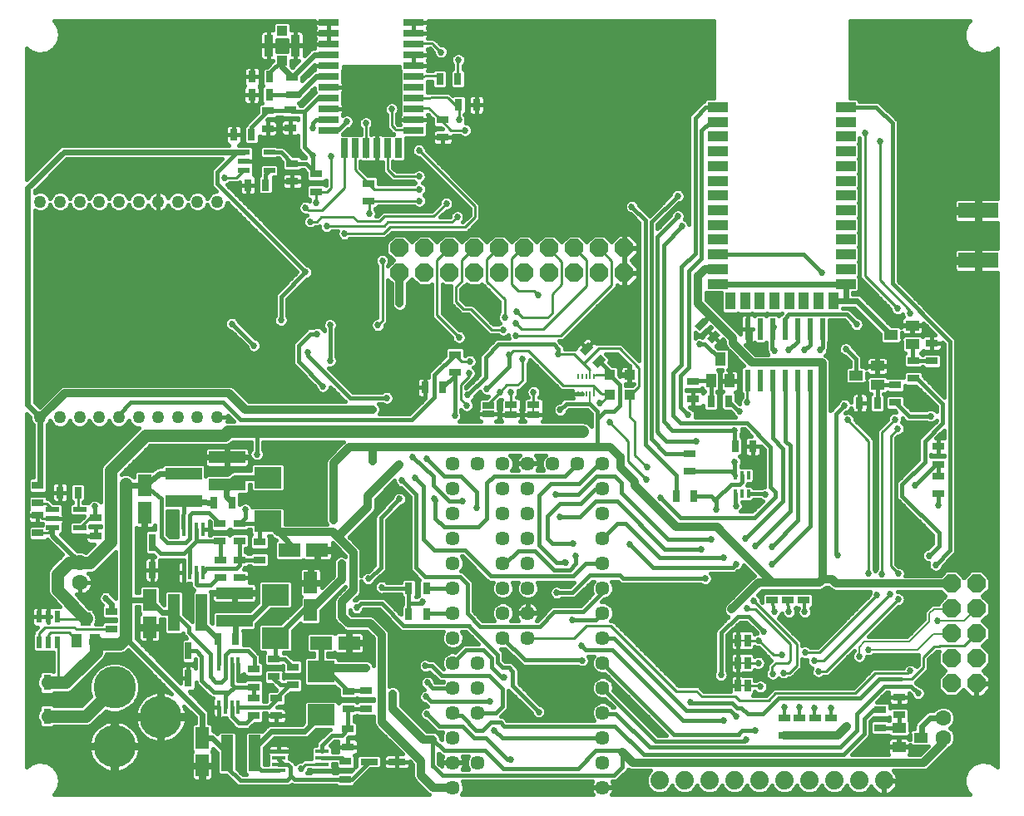
<source format=gtl>
G75*
%MOIN*%
%OFA0B0*%
%FSLAX25Y25*%
%IPPOS*%
%LPD*%
%AMOC8*
5,1,8,0,0,1.08239X$1,22.5*
%
%ADD10R,0.01772X0.05709*%
%ADD11R,0.04724X0.14567*%
%ADD12R,0.14567X0.04724*%
%ADD13R,0.05315X0.08661*%
%ADD14R,0.04724X0.03150*%
%ADD15R,0.02559X0.07087*%
%ADD16R,0.03150X0.04724*%
%ADD17R,0.10799X0.08500*%
%ADD18R,0.08661X0.05315*%
%ADD19R,0.05200X0.02200*%
%ADD20R,0.02165X0.04724*%
%ADD21R,0.03150X0.06299*%
%ADD22R,0.03937X0.05512*%
%ADD23R,0.04724X0.02165*%
%ADD24R,0.05709X0.01772*%
%ADD25R,0.07087X0.02559*%
%ADD26R,0.07874X0.02756*%
%ADD27R,0.02756X0.07874*%
%ADD28R,0.03346X0.08661*%
%ADD29R,0.03937X0.04134*%
%ADD30R,0.05512X0.03937*%
%ADD31R,0.01600X0.03300*%
%ADD32R,0.02362X0.08661*%
%ADD33R,0.16000X0.06000*%
%ADD34R,0.07874X0.03937*%
%ADD35R,0.03937X0.07087*%
%ADD36C,0.05000*%
%ADD37C,0.07400*%
%ADD38C,0.05700*%
%ADD39C,0.00800*%
%ADD40R,0.02500X0.05000*%
%ADD41OC8,0.07400*%
%ADD42C,0.06299*%
%ADD43R,0.05000X0.02500*%
%ADD44C,0.17000*%
%ADD45R,0.03937X0.03937*%
%ADD46R,0.00886X0.02362*%
%ADD47C,0.01600*%
%ADD48C,0.02400*%
%ADD49C,0.01000*%
%ADD50C,0.02700*%
%ADD51C,0.05000*%
%ADD52C,0.03200*%
%ADD53C,0.00600*%
%ADD54C,0.02389*%
%ADD55C,0.01592*%
%ADD56C,0.01500*%
%ADD57C,0.02000*%
%ADD58C,0.04156*%
%ADD59C,0.01200*%
%ADD60C,0.00900*%
D10*
X0098324Y0051058D03*
X0100883Y0051058D03*
X0103442Y0051058D03*
X0106001Y0051058D03*
X0106001Y0068381D03*
X0103442Y0068381D03*
X0100883Y0068381D03*
X0098324Y0068381D03*
X0091783Y0105012D03*
X0089224Y0105012D03*
X0086665Y0105012D03*
X0084106Y0105012D03*
X0084106Y0122335D03*
X0086665Y0122335D03*
X0089224Y0122335D03*
X0091783Y0122335D03*
D11*
X0091371Y0089034D03*
X0080347Y0089034D03*
X0101569Y0032553D03*
X0112593Y0032553D03*
D12*
X0104465Y0085779D03*
X0104465Y0096803D03*
X0084057Y0133786D03*
X0084057Y0144810D03*
X0101498Y0140209D03*
X0101498Y0151232D03*
D13*
X0068428Y0140063D03*
X0068428Y0128960D03*
X0070492Y0094074D03*
X0070492Y0082971D03*
X0091556Y0038732D03*
X0091556Y0027630D03*
X0134985Y0089864D03*
X0134985Y0100967D03*
D14*
X0114585Y0110102D03*
X0114585Y0117189D03*
X0106566Y0117695D03*
X0106566Y0124782D03*
X0098693Y0124666D03*
X0098693Y0117580D03*
X0098718Y0110117D03*
X0098718Y0103030D03*
X0106466Y0102974D03*
X0106466Y0110060D03*
X0120349Y0070401D03*
X0112316Y0066206D03*
X0120349Y0063315D03*
X0127852Y0059942D03*
X0127852Y0067029D03*
X0112316Y0059120D03*
X0112303Y0054666D03*
X0112303Y0047580D03*
X0121301Y0047556D03*
X0121301Y0054642D03*
X0150080Y0057489D03*
X0157115Y0057533D03*
X0157115Y0050446D03*
X0150080Y0050402D03*
X0150047Y0042229D03*
X0150047Y0035143D03*
X0149021Y0029187D03*
X0149021Y0022100D03*
X0055239Y0082354D03*
X0055239Y0089441D03*
X0048845Y0119796D03*
X0048845Y0126883D03*
X0025711Y0127955D03*
X0025711Y0132925D03*
X0025711Y0140012D03*
X0025711Y0120869D03*
X0192880Y0185411D03*
X0192880Y0192497D03*
X0158185Y0254028D03*
X0158185Y0261115D03*
X0137315Y0257793D03*
X0137315Y0264880D03*
X0127683Y0261973D03*
X0127683Y0269059D03*
X0127015Y0283482D03*
X0127015Y0290569D03*
X0127666Y0296619D03*
X0127666Y0303706D03*
X0117828Y0290230D03*
X0117828Y0283143D03*
X0187971Y0286661D03*
X0187971Y0279574D03*
X0288344Y0181681D03*
X0288344Y0174595D03*
X0286757Y0152780D03*
X0286757Y0145694D03*
X0320002Y0101035D03*
X0326302Y0101035D03*
X0332601Y0101035D03*
X0332601Y0093949D03*
X0326302Y0093949D03*
X0320002Y0093949D03*
X0370790Y0054972D03*
X0370790Y0047886D03*
X0363309Y0049854D03*
X0363309Y0042768D03*
X0343624Y0039618D03*
X0337325Y0039618D03*
X0331026Y0039618D03*
X0324727Y0039618D03*
X0324727Y0046705D03*
X0331026Y0046705D03*
X0337325Y0046705D03*
X0343624Y0046705D03*
X0386431Y0136522D03*
X0386431Y0143608D03*
X0386603Y0148451D03*
X0386603Y0155537D03*
X0369347Y0173190D03*
X0369347Y0180277D03*
X0376427Y0182967D03*
X0376427Y0190054D03*
X0383941Y0189950D03*
X0383941Y0197037D03*
D15*
X0086003Y0073630D03*
X0086003Y0062606D03*
X0071417Y0106114D03*
X0071417Y0117137D03*
D16*
X0096354Y0133122D03*
X0103441Y0133122D03*
X0041720Y0137154D03*
X0034634Y0137154D03*
X0097915Y0078350D03*
X0105002Y0078350D03*
X0174333Y0088437D03*
X0181420Y0088437D03*
X0181420Y0098673D03*
X0174333Y0098673D03*
X0180951Y0179272D03*
X0188038Y0179272D03*
G36*
X0244957Y0192117D02*
X0242730Y0194344D01*
X0246069Y0197683D01*
X0248296Y0195456D01*
X0244957Y0192117D01*
G37*
G36*
X0249968Y0187106D02*
X0247741Y0189333D01*
X0251080Y0192672D01*
X0253307Y0190445D01*
X0249968Y0187106D01*
G37*
G36*
X0292072Y0207437D02*
X0294299Y0205210D01*
X0290960Y0201871D01*
X0288733Y0204098D01*
X0292072Y0207437D01*
G37*
G36*
X0297083Y0202426D02*
X0299310Y0200199D01*
X0295971Y0196860D01*
X0293744Y0199087D01*
X0297083Y0202426D01*
G37*
X0295402Y0173730D03*
X0302488Y0173730D03*
X0305161Y0155610D03*
X0312248Y0155610D03*
X0288487Y0135674D03*
X0281401Y0135674D03*
X0355042Y0173083D03*
X0362128Y0173083D03*
X0201450Y0292565D03*
X0194363Y0292565D03*
X0193949Y0303090D03*
X0186863Y0303090D03*
X0118703Y0303862D03*
X0111616Y0303862D03*
X0111422Y0296712D03*
X0118509Y0296712D03*
X0111289Y0280630D03*
X0104202Y0280630D03*
X0109835Y0260476D03*
X0116922Y0260476D03*
D17*
X0117837Y0143041D03*
X0117837Y0125640D03*
X0121021Y0096123D03*
X0121021Y0078722D03*
X0139181Y0065315D03*
X0139181Y0047914D03*
D18*
X0139283Y0076788D03*
X0150385Y0076788D03*
X0137696Y0113986D03*
X0126593Y0113986D03*
D19*
X0042499Y0122841D03*
X0042499Y0130241D03*
X0031699Y0130241D03*
X0031699Y0126541D03*
X0031699Y0122841D03*
D20*
X0029845Y0087248D03*
X0026105Y0087248D03*
X0033585Y0087248D03*
X0033585Y0077012D03*
X0029845Y0077012D03*
X0026105Y0077012D03*
D21*
X0029451Y0060878D03*
X0029451Y0047492D03*
D22*
X0041065Y0077807D03*
X0048546Y0077807D03*
X0044806Y0086468D03*
X0295435Y0181882D03*
X0302915Y0181882D03*
X0299175Y0190543D03*
D23*
X0118394Y0266207D03*
X0118394Y0273687D03*
X0108157Y0273687D03*
X0108157Y0269947D03*
X0108157Y0266207D03*
D24*
X0122250Y0033177D03*
X0122250Y0030618D03*
X0122250Y0028059D03*
X0122250Y0025500D03*
X0139573Y0025500D03*
X0139573Y0028059D03*
X0139573Y0030618D03*
X0139573Y0033177D03*
D25*
X0158501Y0029098D03*
X0169525Y0029098D03*
D26*
X0176380Y0282354D03*
X0176380Y0286685D03*
X0176380Y0291016D03*
X0176380Y0295346D03*
X0176380Y0299677D03*
X0176380Y0304008D03*
X0176380Y0308338D03*
X0176380Y0312669D03*
X0176380Y0317000D03*
X0176380Y0321331D03*
X0176380Y0325661D03*
X0142365Y0325661D03*
X0142365Y0321331D03*
X0142365Y0317000D03*
X0142365Y0312669D03*
X0142365Y0308338D03*
X0142365Y0304008D03*
X0142365Y0299677D03*
X0142365Y0295346D03*
X0142365Y0291016D03*
X0142365Y0286685D03*
X0142365Y0282354D03*
D27*
X0148546Y0275268D03*
X0152876Y0275268D03*
X0157207Y0275268D03*
X0161538Y0275268D03*
X0165869Y0275268D03*
X0170199Y0275268D03*
D28*
X0128958Y0316464D03*
X0118131Y0316464D03*
D29*
X0123545Y0322468D03*
X0123545Y0310460D03*
D30*
X0353467Y0184106D03*
X0362128Y0180366D03*
X0362128Y0187846D03*
X0376130Y0196637D03*
X0376130Y0204117D03*
X0367468Y0200377D03*
X0370790Y0042571D03*
X0370790Y0035090D03*
X0379451Y0038831D03*
D31*
X0310392Y0136706D03*
X0307792Y0136706D03*
X0305192Y0136706D03*
X0305192Y0144006D03*
X0307792Y0144006D03*
X0310392Y0144006D03*
D32*
X0310120Y0182138D03*
X0315120Y0182138D03*
X0320120Y0182138D03*
X0325120Y0182138D03*
X0330120Y0182138D03*
X0335120Y0182138D03*
X0340120Y0182138D03*
X0340120Y0202610D03*
X0335120Y0202610D03*
X0330120Y0202610D03*
X0325120Y0202610D03*
X0320120Y0202610D03*
X0315120Y0202610D03*
X0310120Y0202610D03*
D33*
X0402680Y0230169D03*
X0402680Y0250169D03*
D34*
X0349411Y0250352D03*
X0349411Y0256257D03*
X0349411Y0262163D03*
X0349411Y0268068D03*
X0349411Y0273974D03*
X0349411Y0279879D03*
X0349411Y0285785D03*
X0349411Y0291690D03*
X0298230Y0291690D03*
X0298230Y0285785D03*
X0298230Y0279879D03*
X0298230Y0273974D03*
X0298230Y0268068D03*
X0298230Y0262163D03*
X0298230Y0256257D03*
X0298230Y0250352D03*
X0298230Y0244446D03*
X0298230Y0238541D03*
X0298230Y0232635D03*
X0298230Y0226730D03*
X0298230Y0220824D03*
X0349411Y0220824D03*
X0349411Y0226730D03*
X0349411Y0232635D03*
X0349411Y0238541D03*
X0349411Y0244446D03*
D35*
X0344490Y0213934D03*
X0338585Y0213934D03*
X0332679Y0213934D03*
X0326774Y0213934D03*
X0320868Y0213934D03*
X0314963Y0213934D03*
X0309057Y0213934D03*
X0303152Y0213934D03*
D36*
X0097561Y0253791D03*
X0089687Y0253791D03*
X0081813Y0253791D03*
X0073939Y0253791D03*
X0066065Y0253791D03*
X0058191Y0253791D03*
X0050317Y0253791D03*
X0042443Y0253791D03*
X0034569Y0253791D03*
X0026695Y0253791D03*
X0026695Y0167177D03*
X0034569Y0167177D03*
X0042443Y0167177D03*
X0050317Y0167177D03*
X0058191Y0167177D03*
X0066065Y0167177D03*
X0073939Y0167177D03*
X0081813Y0167177D03*
X0089687Y0167177D03*
X0097561Y0167177D03*
D37*
X0274727Y0021508D03*
X0284727Y0021508D03*
X0294727Y0021508D03*
X0304727Y0021508D03*
X0314727Y0021508D03*
X0324727Y0021508D03*
X0334727Y0021508D03*
X0344727Y0021508D03*
X0354727Y0021508D03*
X0364727Y0021508D03*
D38*
X0251971Y0018712D03*
X0251971Y0028712D03*
X0251971Y0038712D03*
X0251971Y0048712D03*
X0251971Y0058712D03*
X0251971Y0068712D03*
X0251971Y0078712D03*
X0251971Y0088712D03*
X0251971Y0098712D03*
X0251971Y0108712D03*
X0251971Y0118712D03*
X0251971Y0128712D03*
X0251971Y0138712D03*
X0251971Y0148712D03*
X0241971Y0148712D03*
X0231971Y0148712D03*
X0221971Y0148712D03*
X0211971Y0148712D03*
X0211971Y0138712D03*
X0221971Y0138712D03*
X0221971Y0128712D03*
X0211971Y0128712D03*
X0211971Y0118712D03*
X0221971Y0118712D03*
X0221971Y0108712D03*
X0211971Y0108712D03*
X0211971Y0098712D03*
X0221971Y0098712D03*
X0221971Y0088712D03*
X0211971Y0088712D03*
X0211971Y0078712D03*
X0221971Y0078712D03*
X0201971Y0068712D03*
X0191971Y0068712D03*
X0191971Y0058712D03*
X0201971Y0058712D03*
X0201971Y0048712D03*
X0191971Y0048712D03*
X0191971Y0038712D03*
X0191971Y0028712D03*
X0201971Y0028712D03*
X0191971Y0018712D03*
X0191971Y0078712D03*
X0191971Y0088712D03*
X0191971Y0098712D03*
X0191971Y0108712D03*
X0191971Y0118712D03*
X0191971Y0128712D03*
X0191971Y0138712D03*
X0191971Y0148712D03*
X0201971Y0148712D03*
D39*
X0215278Y0168827D02*
X0215278Y0171827D01*
X0224333Y0171827D02*
X0224333Y0168827D01*
X0306691Y0077807D02*
X0309691Y0077807D01*
X0309691Y0068752D02*
X0306691Y0068752D01*
X0306691Y0059697D02*
X0309691Y0059697D01*
X0354845Y0071350D02*
X0354845Y0075090D01*
X0356971Y0077216D01*
X0374727Y0077216D01*
X0382876Y0085366D01*
X0382876Y0088555D01*
X0384766Y0090445D01*
X0391656Y0090445D01*
X0391774Y0090563D01*
X0396813Y0085602D02*
X0386105Y0085602D01*
X0384491Y0080287D02*
X0391498Y0080287D01*
X0391774Y0080563D01*
X0396813Y0085602D02*
X0401774Y0090563D01*
X0384491Y0080287D02*
X0378349Y0074146D01*
X0358467Y0074146D01*
D40*
X0310191Y0077807D03*
X0306191Y0077807D03*
X0306191Y0068752D03*
X0310191Y0068752D03*
X0310191Y0059697D03*
X0306191Y0059697D03*
D41*
X0391774Y0060563D03*
X0401774Y0060563D03*
X0401774Y0070563D03*
X0391774Y0070563D03*
X0391774Y0080563D03*
X0401774Y0080563D03*
X0401774Y0090563D03*
X0391774Y0090563D03*
X0391774Y0100563D03*
X0401774Y0100563D03*
X0260672Y0225169D03*
X0250672Y0225169D03*
X0250672Y0235169D03*
X0260672Y0235169D03*
X0240672Y0235169D03*
X0230672Y0235169D03*
X0220672Y0235169D03*
X0220672Y0225169D03*
X0230672Y0225169D03*
X0240672Y0225169D03*
X0210672Y0225169D03*
X0200672Y0225169D03*
X0200672Y0235169D03*
X0210672Y0235169D03*
X0190672Y0235169D03*
X0180672Y0235169D03*
X0170672Y0235169D03*
X0170672Y0225169D03*
X0180672Y0225169D03*
X0190672Y0225169D03*
D42*
X0042640Y0108870D03*
X0042640Y0100996D03*
X0388506Y0046705D03*
X0388506Y0038831D03*
D43*
X0224333Y0168327D03*
X0224333Y0172327D03*
X0215278Y0172327D03*
X0215278Y0168327D03*
X0206223Y0168555D03*
X0206223Y0172098D03*
D44*
X0056411Y0058937D03*
X0074915Y0047126D03*
X0056411Y0035315D03*
D45*
X0254845Y0176468D03*
X0262719Y0176468D03*
X0262719Y0184342D03*
X0254845Y0184342D03*
D46*
X0248546Y0183821D03*
X0246971Y0183821D03*
X0245396Y0183821D03*
X0243821Y0183821D03*
X0242246Y0183821D03*
X0242246Y0176754D03*
X0243821Y0176754D03*
X0245396Y0176754D03*
X0246971Y0176754D03*
X0248546Y0176754D03*
D47*
X0033929Y0018287D02*
X0032219Y0015934D01*
X0182464Y0015934D01*
X0182320Y0015994D01*
X0177359Y0020954D01*
X0176457Y0021856D01*
X0175969Y0023035D01*
X0175969Y0028093D01*
X0174868Y0029193D01*
X0174868Y0029098D01*
X0169525Y0029098D01*
X0169525Y0029098D01*
X0174868Y0029098D01*
X0174868Y0027582D01*
X0174745Y0027124D01*
X0174508Y0026713D01*
X0174173Y0026378D01*
X0173763Y0026141D01*
X0173305Y0026019D01*
X0169525Y0026019D01*
X0169525Y0029098D01*
X0169524Y0029098D01*
X0164181Y0029098D01*
X0164181Y0027582D01*
X0164304Y0027124D01*
X0164541Y0026713D01*
X0164876Y0026378D01*
X0165286Y0026141D01*
X0165744Y0026019D01*
X0169524Y0026019D01*
X0169524Y0029098D01*
X0169524Y0029098D01*
X0164181Y0029098D01*
X0164181Y0030615D01*
X0164304Y0031072D01*
X0164541Y0031483D01*
X0164876Y0031818D01*
X0165286Y0032055D01*
X0165744Y0032178D01*
X0169524Y0032178D01*
X0169524Y0029098D01*
X0169525Y0029098D01*
X0169525Y0032178D01*
X0171884Y0032178D01*
X0161650Y0042411D01*
X0160748Y0043313D01*
X0160260Y0044492D01*
X0160260Y0047381D01*
X0160143Y0047264D01*
X0154087Y0047264D01*
X0153620Y0047732D01*
X0153108Y0047220D01*
X0152454Y0047220D01*
X0152454Y0045411D01*
X0153075Y0045411D01*
X0154017Y0044470D01*
X0154017Y0039989D01*
X0153075Y0039047D01*
X0150270Y0039047D01*
X0149740Y0038517D01*
X0150047Y0038517D01*
X0150047Y0035143D01*
X0150047Y0035143D01*
X0150047Y0035142D01*
X0145885Y0035142D01*
X0145885Y0033331D01*
X0145967Y0033025D01*
X0144034Y0033025D01*
X0144034Y0034728D01*
X0143093Y0035670D01*
X0142844Y0035670D01*
X0144503Y0037329D01*
X0145985Y0037329D01*
X0145885Y0036954D01*
X0145885Y0035143D01*
X0150047Y0035143D01*
X0150047Y0038517D01*
X0152646Y0038517D01*
X0153104Y0038395D01*
X0153515Y0038158D01*
X0153850Y0037823D01*
X0154087Y0037412D01*
X0154209Y0036954D01*
X0154209Y0035143D01*
X0150047Y0035143D01*
X0150047Y0035142D01*
X0154209Y0035142D01*
X0154209Y0033331D01*
X0154087Y0032873D01*
X0153850Y0032463D01*
X0153515Y0032127D01*
X0153104Y0031890D01*
X0152649Y0031769D01*
X0152990Y0031427D01*
X0152990Y0026992D01*
X0153351Y0027352D01*
X0153351Y0031043D01*
X0154292Y0031985D01*
X0162710Y0031985D01*
X0163651Y0031043D01*
X0163651Y0027153D01*
X0162710Y0026212D01*
X0159018Y0026212D01*
X0152990Y0020183D01*
X0152990Y0019860D01*
X0152049Y0018919D01*
X0145993Y0018919D01*
X0145218Y0019693D01*
X0127986Y0019693D01*
X0127390Y0019940D01*
X0126996Y0019546D01*
X0126111Y0019179D01*
X0106256Y0019179D01*
X0105371Y0019546D01*
X0101254Y0023663D01*
X0098541Y0023663D01*
X0097600Y0024604D01*
X0097600Y0032553D01*
X0095821Y0034332D01*
X0095821Y0033736D01*
X0095403Y0033317D01*
X0095654Y0033066D01*
X0095891Y0032655D01*
X0096014Y0032198D01*
X0096014Y0028159D01*
X0092085Y0028159D01*
X0092085Y0027101D01*
X0092085Y0021499D01*
X0094451Y0021499D01*
X0094909Y0021622D01*
X0095319Y0021859D01*
X0095654Y0022194D01*
X0095891Y0022604D01*
X0096014Y0023062D01*
X0096014Y0027101D01*
X0092085Y0027101D01*
X0091028Y0027101D01*
X0091028Y0021499D01*
X0088662Y0021499D01*
X0088204Y0021622D01*
X0087794Y0021859D01*
X0087459Y0022194D01*
X0087222Y0022604D01*
X0087099Y0023062D01*
X0087099Y0027101D01*
X0091028Y0027101D01*
X0091028Y0028159D01*
X0087099Y0028159D01*
X0087099Y0032198D01*
X0087222Y0032655D01*
X0087459Y0033066D01*
X0087710Y0033317D01*
X0087292Y0033736D01*
X0087292Y0043729D01*
X0088233Y0044670D01*
X0088749Y0044670D01*
X0088749Y0046980D01*
X0084252Y0051477D01*
X0084446Y0051074D01*
X0084828Y0049982D01*
X0085086Y0048854D01*
X0085190Y0047926D01*
X0075715Y0047926D01*
X0074115Y0047926D01*
X0074115Y0046326D01*
X0064640Y0046326D01*
X0064745Y0045398D01*
X0065002Y0044270D01*
X0065384Y0043178D01*
X0065886Y0042136D01*
X0066502Y0041156D01*
X0067223Y0040252D01*
X0068041Y0039434D01*
X0068946Y0038712D01*
X0069925Y0038097D01*
X0070968Y0037595D01*
X0072059Y0037213D01*
X0073187Y0036956D01*
X0074115Y0036851D01*
X0074115Y0046326D01*
X0075715Y0046326D01*
X0075715Y0036851D01*
X0076643Y0036956D01*
X0077771Y0037213D01*
X0078863Y0037595D01*
X0079906Y0038097D01*
X0080885Y0038712D01*
X0081790Y0039434D01*
X0082608Y0040252D01*
X0083329Y0041156D01*
X0083944Y0042136D01*
X0084446Y0043178D01*
X0084828Y0044270D01*
X0085086Y0045398D01*
X0085190Y0046326D01*
X0075715Y0046326D01*
X0075715Y0047926D01*
X0075715Y0057401D01*
X0076643Y0057296D01*
X0077771Y0057039D01*
X0078863Y0056657D01*
X0079267Y0056463D01*
X0061866Y0073863D01*
X0060872Y0072868D01*
X0059363Y0072243D01*
X0053165Y0072243D01*
X0053165Y0072147D01*
X0052935Y0071593D01*
X0052765Y0071017D01*
X0052624Y0070844D01*
X0052539Y0070638D01*
X0052115Y0070213D01*
X0051737Y0069746D01*
X0051541Y0069640D01*
X0039297Y0057396D01*
X0037788Y0056771D01*
X0032341Y0056771D01*
X0031692Y0056121D01*
X0027211Y0056121D01*
X0026269Y0057063D01*
X0026269Y0058251D01*
X0025969Y0058551D01*
X0025344Y0060061D01*
X0025344Y0061695D01*
X0025969Y0063204D01*
X0026269Y0063504D01*
X0026269Y0064693D01*
X0027211Y0065634D01*
X0031692Y0065634D01*
X0031911Y0065415D01*
X0031911Y0073043D01*
X0031837Y0073043D01*
X0031715Y0073164D01*
X0031594Y0073043D01*
X0028097Y0073043D01*
X0027975Y0073164D01*
X0027854Y0073043D01*
X0024357Y0073043D01*
X0023415Y0073984D01*
X0023415Y0080040D01*
X0023998Y0080623D01*
X0023998Y0081515D01*
X0025569Y0083086D01*
X0024785Y0083086D01*
X0024328Y0083209D01*
X0023917Y0083446D01*
X0023582Y0083781D01*
X0023345Y0084191D01*
X0023222Y0084649D01*
X0023222Y0087248D01*
X0026105Y0087248D01*
X0026105Y0087248D01*
X0023222Y0087248D01*
X0023222Y0089847D01*
X0023345Y0090305D01*
X0023582Y0090716D01*
X0023917Y0091051D01*
X0024328Y0091288D01*
X0024785Y0091410D01*
X0026105Y0091410D01*
X0026105Y0087248D01*
X0026105Y0087248D01*
X0029845Y0087248D01*
X0029845Y0087248D01*
X0029845Y0085111D01*
X0029845Y0085111D01*
X0029845Y0087248D01*
X0029845Y0087248D01*
X0028988Y0087248D01*
X0026105Y0087248D01*
X0026105Y0087248D01*
X0026105Y0091410D01*
X0027425Y0091410D01*
X0027883Y0091288D01*
X0027975Y0091234D01*
X0028068Y0091288D01*
X0028526Y0091410D01*
X0029845Y0091410D01*
X0029845Y0087248D01*
X0029845Y0087248D01*
X0029845Y0087248D01*
X0030896Y0087248D01*
X0030896Y0087248D01*
X0029845Y0087248D01*
X0029845Y0091410D01*
X0031165Y0091410D01*
X0031623Y0091288D01*
X0031803Y0091184D01*
X0031837Y0091217D01*
X0034583Y0091217D01*
X0030727Y0095250D01*
X0030182Y0095795D01*
X0030164Y0095840D01*
X0030131Y0095874D01*
X0029852Y0096593D01*
X0029557Y0097305D01*
X0029557Y0097353D01*
X0029539Y0097397D01*
X0029557Y0098168D01*
X0029557Y0105277D01*
X0030182Y0106787D01*
X0031337Y0107942D01*
X0034591Y0111196D01*
X0035609Y0112214D01*
X0030222Y0117601D01*
X0029488Y0118335D01*
X0029459Y0118406D01*
X0028739Y0117687D01*
X0022683Y0117687D01*
X0021742Y0118628D01*
X0021742Y0123109D01*
X0022683Y0124050D01*
X0027492Y0124050D01*
X0027492Y0124580D01*
X0025711Y0124580D01*
X0025711Y0127955D01*
X0025711Y0127955D01*
X0025711Y0124580D01*
X0023112Y0124580D01*
X0022654Y0124703D01*
X0022244Y0124940D01*
X0021908Y0125275D01*
X0021671Y0125686D01*
X0021549Y0126143D01*
X0021549Y0127955D01*
X0025711Y0127955D01*
X0025711Y0127955D01*
X0021549Y0127955D01*
X0021549Y0129767D01*
X0021671Y0130225D01*
X0021866Y0130561D01*
X0021742Y0130685D01*
X0021742Y0135166D01*
X0022683Y0136107D01*
X0028739Y0136107D01*
X0029680Y0135166D01*
X0029680Y0134785D01*
X0030134Y0134785D01*
X0030194Y0134726D01*
X0030278Y0134720D01*
X0030803Y0134117D01*
X0031971Y0132948D01*
X0034964Y0132948D01*
X0035906Y0132007D01*
X0035906Y0128475D01*
X0035899Y0128469D01*
X0035976Y0128336D01*
X0036099Y0127878D01*
X0036099Y0126541D01*
X0031699Y0126541D01*
X0031699Y0126541D01*
X0036099Y0126541D01*
X0036099Y0125204D01*
X0035976Y0124746D01*
X0035899Y0124613D01*
X0035906Y0124607D01*
X0035906Y0121075D01*
X0035014Y0120183D01*
X0041607Y0113590D01*
X0041694Y0113627D01*
X0043586Y0113627D01*
X0044958Y0113059D01*
X0048320Y0116421D01*
X0046245Y0116421D01*
X0045788Y0116544D01*
X0045377Y0116781D01*
X0045042Y0117116D01*
X0044805Y0117527D01*
X0044682Y0117984D01*
X0044682Y0119796D01*
X0048844Y0119796D01*
X0048844Y0119796D01*
X0044682Y0119796D01*
X0044682Y0120134D01*
X0039233Y0120134D01*
X0038292Y0121075D01*
X0038292Y0124607D01*
X0039233Y0125548D01*
X0042226Y0125548D01*
X0044212Y0127534D01*
X0039233Y0127534D01*
X0038292Y0128475D01*
X0038292Y0132007D01*
X0039233Y0132948D01*
X0039613Y0132948D01*
X0039613Y0133184D01*
X0039480Y0133184D01*
X0038538Y0134126D01*
X0038538Y0140182D01*
X0039480Y0141123D01*
X0043961Y0141123D01*
X0044902Y0140182D01*
X0044902Y0134126D01*
X0043961Y0133184D01*
X0043827Y0133184D01*
X0043827Y0132948D01*
X0045764Y0132948D01*
X0045806Y0132906D01*
X0045921Y0133183D01*
X0046752Y0134015D01*
X0047839Y0134465D01*
X0049016Y0134465D01*
X0050103Y0134015D01*
X0050895Y0133222D01*
X0050895Y0146892D01*
X0051521Y0148401D01*
X0066189Y0163070D01*
X0065248Y0163070D01*
X0063739Y0163695D01*
X0062584Y0164851D01*
X0062128Y0165949D01*
X0061673Y0164851D01*
X0060518Y0163695D01*
X0059008Y0163070D01*
X0057374Y0163070D01*
X0055865Y0163695D01*
X0054710Y0164851D01*
X0054254Y0165949D01*
X0053799Y0164851D01*
X0052644Y0163695D01*
X0051134Y0163070D01*
X0049500Y0163070D01*
X0047991Y0163695D01*
X0046836Y0164851D01*
X0046380Y0165949D01*
X0045925Y0164851D01*
X0044770Y0163695D01*
X0043260Y0163070D01*
X0041626Y0163070D01*
X0040117Y0163695D01*
X0038961Y0164851D01*
X0038506Y0165949D01*
X0038051Y0164851D01*
X0036896Y0163695D01*
X0035386Y0163070D01*
X0033752Y0163070D01*
X0032243Y0163695D01*
X0031087Y0164851D01*
X0030632Y0165949D01*
X0030177Y0164851D01*
X0029502Y0164176D01*
X0029502Y0142430D01*
X0029680Y0142252D01*
X0029680Y0137771D01*
X0028739Y0136830D01*
X0022683Y0136830D01*
X0021742Y0137771D01*
X0021742Y0142252D01*
X0022683Y0143194D01*
X0023888Y0143194D01*
X0023888Y0164176D01*
X0023213Y0164851D01*
X0022588Y0166360D01*
X0022588Y0167314D01*
X0021121Y0168781D01*
X0021121Y0026911D01*
X0022736Y0028365D01*
X0022736Y0028365D01*
X0025868Y0029382D01*
X0025868Y0029382D01*
X0029142Y0029038D01*
X0029142Y0029038D01*
X0031994Y0027392D01*
X0031994Y0027392D01*
X0031994Y0027392D01*
X0033929Y0024728D01*
X0033929Y0024728D01*
X0034613Y0021508D01*
X0033929Y0018287D01*
X0033929Y0018287D01*
X0033959Y0018429D02*
X0179884Y0018429D01*
X0181482Y0016831D02*
X0032871Y0016831D01*
X0034299Y0020028D02*
X0104889Y0020028D01*
X0103291Y0021626D02*
X0094916Y0021626D01*
X0096014Y0023225D02*
X0101692Y0023225D01*
X0101538Y0026783D02*
X0101538Y0032522D01*
X0101569Y0032553D01*
X0105539Y0032816D02*
X0108624Y0032816D01*
X0108624Y0034414D02*
X0105539Y0034414D01*
X0105539Y0036013D02*
X0108624Y0036013D01*
X0108624Y0037611D02*
X0105539Y0037611D01*
X0105539Y0039210D02*
X0108624Y0039210D01*
X0108624Y0040503D02*
X0108624Y0024604D01*
X0109234Y0023994D01*
X0107732Y0023994D01*
X0105539Y0026187D01*
X0105539Y0040503D01*
X0104597Y0041444D01*
X0098541Y0041444D01*
X0097600Y0040503D01*
X0097600Y0040492D01*
X0096981Y0041112D01*
X0095949Y0041539D01*
X0095821Y0041539D01*
X0095821Y0043729D01*
X0094880Y0044670D01*
X0094363Y0044670D01*
X0094363Y0048701D01*
X0093936Y0049733D01*
X0086406Y0057263D01*
X0087519Y0057263D01*
X0087977Y0057386D01*
X0088388Y0057623D01*
X0088723Y0057958D01*
X0088960Y0058368D01*
X0089082Y0058826D01*
X0089082Y0060962D01*
X0089340Y0060341D01*
X0090017Y0059664D01*
X0094702Y0054979D01*
X0095587Y0054612D01*
X0095764Y0054612D01*
X0095761Y0054608D01*
X0095638Y0054150D01*
X0095638Y0051058D01*
X0095638Y0047967D01*
X0095761Y0047509D01*
X0095998Y0047099D01*
X0096333Y0046764D01*
X0096743Y0046527D01*
X0097201Y0046404D01*
X0098324Y0046404D01*
X0099447Y0046404D01*
X0099905Y0046527D01*
X0100026Y0046597D01*
X0101152Y0046597D01*
X0101401Y0045996D01*
X0102079Y0045319D01*
X0104899Y0042499D01*
X0105783Y0042132D01*
X0109742Y0042132D01*
X0110626Y0042499D01*
X0111303Y0043176D01*
X0112525Y0044398D01*
X0115331Y0044398D01*
X0116272Y0045339D01*
X0116272Y0048628D01*
X0117139Y0048628D01*
X0117139Y0047556D01*
X0121301Y0047556D01*
X0121301Y0047556D01*
X0117139Y0047556D01*
X0117139Y0045744D01*
X0117262Y0045286D01*
X0117499Y0044876D01*
X0117834Y0044541D01*
X0118244Y0044304D01*
X0118702Y0044181D01*
X0121301Y0044181D01*
X0121301Y0047556D01*
X0121301Y0047556D01*
X0121301Y0044181D01*
X0123901Y0044181D01*
X0124358Y0044304D01*
X0124769Y0044541D01*
X0125104Y0044876D01*
X0125341Y0045286D01*
X0125464Y0045744D01*
X0125464Y0047556D01*
X0125464Y0049368D01*
X0125341Y0049825D01*
X0125104Y0050236D01*
X0124769Y0050571D01*
X0124358Y0050808D01*
X0123901Y0050931D01*
X0121609Y0050931D01*
X0122139Y0051461D01*
X0124329Y0051461D01*
X0125271Y0052402D01*
X0125271Y0055208D01*
X0126823Y0056760D01*
X0130880Y0056760D01*
X0131821Y0057701D01*
X0131821Y0062182D01*
X0130880Y0063124D01*
X0124824Y0063124D01*
X0124319Y0062618D01*
X0124319Y0064352D01*
X0124824Y0063847D01*
X0130880Y0063847D01*
X0131821Y0064788D01*
X0131821Y0069269D01*
X0130880Y0070210D01*
X0128074Y0070210D01*
X0126520Y0071765D01*
X0125843Y0072442D01*
X0124958Y0072808D01*
X0124152Y0072808D01*
X0124096Y0072865D01*
X0127086Y0072865D01*
X0128028Y0073806D01*
X0128028Y0081759D01*
X0130929Y0084660D01*
X0131662Y0083927D01*
X0138308Y0083927D01*
X0139250Y0084868D01*
X0139250Y0089593D01*
X0148961Y0099304D01*
X0148961Y0099214D01*
X0145705Y0095959D01*
X0144803Y0095057D01*
X0144315Y0093878D01*
X0144315Y0086657D01*
X0144803Y0085478D01*
X0147441Y0082841D01*
X0148343Y0081939D01*
X0149522Y0081450D01*
X0157453Y0081450D01*
X0160260Y0078644D01*
X0160260Y0067810D01*
X0159965Y0068521D01*
X0159063Y0069423D01*
X0157884Y0069912D01*
X0146188Y0069912D01*
X0146188Y0070231D01*
X0145247Y0071172D01*
X0141989Y0071172D01*
X0141989Y0072523D01*
X0144279Y0072523D01*
X0144698Y0072941D01*
X0144949Y0072690D01*
X0145360Y0072453D01*
X0145817Y0072330D01*
X0149856Y0072330D01*
X0149856Y0076259D01*
X0150914Y0076259D01*
X0150914Y0077316D01*
X0156516Y0077316D01*
X0156516Y0079682D01*
X0156393Y0080140D01*
X0156156Y0080550D01*
X0155821Y0080885D01*
X0155411Y0081122D01*
X0154953Y0081245D01*
X0150914Y0081245D01*
X0150914Y0077316D01*
X0149856Y0077316D01*
X0149856Y0081245D01*
X0145817Y0081245D01*
X0145360Y0081122D01*
X0144949Y0080885D01*
X0144698Y0080634D01*
X0144279Y0081052D01*
X0134286Y0081052D01*
X0133345Y0080111D01*
X0133345Y0073464D01*
X0134286Y0072523D01*
X0136374Y0072523D01*
X0136374Y0071172D01*
X0133116Y0071172D01*
X0132175Y0070231D01*
X0132175Y0060399D01*
X0133116Y0059458D01*
X0144706Y0059458D01*
X0146111Y0058054D01*
X0146111Y0055248D01*
X0147052Y0054307D01*
X0153108Y0054307D01*
X0153620Y0054819D01*
X0154087Y0054351D01*
X0160143Y0054351D01*
X0160260Y0054467D01*
X0160260Y0053511D01*
X0160143Y0053628D01*
X0154087Y0053628D01*
X0153576Y0053116D01*
X0153108Y0053584D01*
X0147052Y0053584D01*
X0146188Y0052720D01*
X0146188Y0052829D01*
X0145247Y0053771D01*
X0133116Y0053771D01*
X0132175Y0052829D01*
X0132175Y0044877D01*
X0131416Y0044118D01*
X0118775Y0044118D01*
X0117743Y0043691D01*
X0116953Y0042901D01*
X0115496Y0041444D01*
X0109565Y0041444D01*
X0108624Y0040503D01*
X0108930Y0040808D02*
X0105233Y0040808D01*
X0105120Y0042407D02*
X0095821Y0042407D01*
X0095544Y0044005D02*
X0103392Y0044005D01*
X0101793Y0045604D02*
X0094363Y0045604D01*
X0094363Y0047202D02*
X0095938Y0047202D01*
X0095638Y0048801D02*
X0094322Y0048801D01*
X0093269Y0050399D02*
X0095638Y0050399D01*
X0095638Y0051058D02*
X0098324Y0051058D01*
X0098324Y0046404D01*
X0098324Y0051058D01*
X0098324Y0051058D01*
X0098324Y0051058D01*
X0095638Y0051058D01*
X0095638Y0051998D02*
X0091671Y0051998D01*
X0090072Y0053597D02*
X0095638Y0053597D01*
X0094486Y0055195D02*
X0088474Y0055195D01*
X0086875Y0056794D02*
X0092887Y0056794D01*
X0091289Y0058392D02*
X0088966Y0058392D01*
X0089082Y0059991D02*
X0089690Y0059991D01*
X0091380Y0061705D02*
X0091380Y0071350D01*
X0089101Y0073630D01*
X0086003Y0073630D01*
X0083116Y0074377D02*
X0069292Y0074377D01*
X0070890Y0072779D02*
X0083116Y0072779D01*
X0083116Y0071180D02*
X0072489Y0071180D01*
X0074087Y0069582D02*
X0083116Y0069582D01*
X0083116Y0069421D02*
X0084058Y0068479D01*
X0087948Y0068479D01*
X0088890Y0069421D01*
X0088890Y0070437D01*
X0088973Y0070353D01*
X0088973Y0066794D01*
X0088960Y0066844D01*
X0088723Y0067255D01*
X0088388Y0067590D01*
X0087977Y0067827D01*
X0087519Y0067950D01*
X0086003Y0067950D01*
X0086003Y0062606D01*
X0082923Y0062606D01*
X0082923Y0060745D01*
X0065054Y0078615D01*
X0065054Y0091267D01*
X0066227Y0091267D01*
X0066227Y0089077D01*
X0066646Y0088659D01*
X0066394Y0088407D01*
X0066157Y0087997D01*
X0066034Y0087539D01*
X0066034Y0083500D01*
X0069963Y0083500D01*
X0069963Y0082443D01*
X0066034Y0082443D01*
X0066034Y0078404D01*
X0066157Y0077946D01*
X0066394Y0077535D01*
X0066729Y0077200D01*
X0067140Y0076963D01*
X0067597Y0076841D01*
X0069963Y0076841D01*
X0069963Y0082443D01*
X0071021Y0082443D01*
X0071021Y0083500D01*
X0074949Y0083500D01*
X0074949Y0086237D01*
X0074973Y0086227D01*
X0076378Y0086227D01*
X0076378Y0081085D01*
X0077319Y0080144D01*
X0083375Y0080144D01*
X0083894Y0080664D01*
X0083894Y0080517D01*
X0084261Y0079632D01*
X0085113Y0078780D01*
X0084058Y0078780D01*
X0083116Y0077839D01*
X0083116Y0069421D01*
X0084029Y0067827D02*
X0083618Y0067590D01*
X0083283Y0067255D01*
X0083046Y0066844D01*
X0082923Y0066387D01*
X0082923Y0062606D01*
X0086003Y0062606D01*
X0086003Y0062606D01*
X0086003Y0062606D01*
X0086003Y0067950D01*
X0084486Y0067950D01*
X0084029Y0067827D01*
X0082923Y0066385D02*
X0077284Y0066385D01*
X0075686Y0067983D02*
X0088973Y0067983D01*
X0088973Y0069582D02*
X0088890Y0069582D01*
X0086003Y0066385D02*
X0086003Y0066385D01*
X0086003Y0064786D02*
X0086003Y0064786D01*
X0086003Y0063188D02*
X0086003Y0063188D01*
X0082923Y0063188D02*
X0080481Y0063188D01*
X0078883Y0064786D02*
X0082923Y0064786D01*
X0082923Y0061589D02*
X0082080Y0061589D01*
X0077337Y0058392D02*
X0066519Y0058392D01*
X0066519Y0057606D02*
X0065830Y0055036D01*
X0064499Y0052731D01*
X0062617Y0050849D01*
X0060313Y0049519D01*
X0057742Y0048830D01*
X0055081Y0048830D01*
X0052740Y0049457D01*
X0048448Y0045166D01*
X0047293Y0044010D01*
X0045783Y0043385D01*
X0032341Y0043385D01*
X0031692Y0042735D01*
X0027211Y0042735D01*
X0026269Y0043677D01*
X0026269Y0044866D01*
X0025969Y0045166D01*
X0025344Y0046675D01*
X0025344Y0048309D01*
X0025969Y0049818D01*
X0026269Y0050118D01*
X0026269Y0051307D01*
X0027211Y0052249D01*
X0031692Y0052249D01*
X0032341Y0051599D01*
X0043265Y0051599D01*
X0046932Y0055265D01*
X0046304Y0057606D01*
X0046304Y0060268D01*
X0046993Y0062838D01*
X0048324Y0065143D01*
X0050206Y0067025D01*
X0052510Y0068355D01*
X0055081Y0069044D01*
X0057742Y0069044D01*
X0060313Y0068355D01*
X0062617Y0067025D01*
X0064499Y0065143D01*
X0065830Y0062838D01*
X0066519Y0060268D01*
X0066519Y0057606D01*
X0066301Y0056794D02*
X0071358Y0056794D01*
X0070968Y0056657D02*
X0069925Y0056155D01*
X0068946Y0055539D01*
X0068041Y0054818D01*
X0067223Y0054000D01*
X0066502Y0053096D01*
X0065886Y0052116D01*
X0065384Y0051074D01*
X0065002Y0049982D01*
X0064745Y0048854D01*
X0064640Y0047926D01*
X0074115Y0047926D01*
X0074115Y0057401D01*
X0073187Y0057296D01*
X0072059Y0057039D01*
X0070968Y0056657D01*
X0068514Y0055195D02*
X0065872Y0055195D01*
X0064999Y0053597D02*
X0066901Y0053597D01*
X0065829Y0051998D02*
X0063766Y0051998D01*
X0065148Y0050399D02*
X0061838Y0050399D01*
X0064739Y0048801D02*
X0052084Y0048801D01*
X0050485Y0047202D02*
X0074115Y0047202D01*
X0074115Y0045604D02*
X0075715Y0045604D01*
X0075715Y0047202D02*
X0088527Y0047202D01*
X0088749Y0045604D02*
X0085109Y0045604D01*
X0084736Y0044005D02*
X0087569Y0044005D01*
X0087292Y0042407D02*
X0084075Y0042407D01*
X0083051Y0040808D02*
X0087292Y0040808D01*
X0087292Y0039210D02*
X0081509Y0039210D01*
X0078897Y0037611D02*
X0087292Y0037611D01*
X0087292Y0036013D02*
X0057212Y0036013D01*
X0057212Y0036115D02*
X0066686Y0036115D01*
X0066582Y0037043D01*
X0066324Y0038171D01*
X0065942Y0039263D01*
X0065440Y0040305D01*
X0064825Y0041285D01*
X0064104Y0042189D01*
X0063286Y0043007D01*
X0062381Y0043728D01*
X0061402Y0044344D01*
X0060359Y0044846D01*
X0059267Y0045228D01*
X0058139Y0045485D01*
X0057211Y0045590D01*
X0057211Y0036115D01*
X0055611Y0036115D01*
X0055611Y0034515D01*
X0046136Y0034515D01*
X0046241Y0033587D01*
X0046498Y0032459D01*
X0046880Y0031367D01*
X0047382Y0030325D01*
X0047998Y0029345D01*
X0048719Y0028441D01*
X0049537Y0027623D01*
X0050442Y0026901D01*
X0051421Y0026286D01*
X0052464Y0025784D01*
X0053556Y0025402D01*
X0054683Y0025144D01*
X0055611Y0025040D01*
X0055611Y0034515D01*
X0057211Y0034515D01*
X0057211Y0025040D01*
X0058139Y0025144D01*
X0059267Y0025402D01*
X0060359Y0025784D01*
X0061402Y0026286D01*
X0062381Y0026901D01*
X0063286Y0027623D01*
X0064104Y0028441D01*
X0064825Y0029345D01*
X0065440Y0030325D01*
X0065942Y0031367D01*
X0066324Y0032459D01*
X0066582Y0033587D01*
X0066686Y0034515D01*
X0057212Y0034515D01*
X0057212Y0036115D01*
X0057211Y0037611D02*
X0055611Y0037611D01*
X0055611Y0036115D02*
X0055611Y0045590D01*
X0054683Y0045485D01*
X0053556Y0045228D01*
X0052464Y0044846D01*
X0051421Y0044344D01*
X0050442Y0043728D01*
X0049537Y0043007D01*
X0048719Y0042189D01*
X0047998Y0041285D01*
X0047382Y0040305D01*
X0046880Y0039263D01*
X0046498Y0038171D01*
X0046241Y0037043D01*
X0046136Y0036115D01*
X0055611Y0036115D01*
X0055611Y0036013D02*
X0021121Y0036013D01*
X0021121Y0037611D02*
X0046371Y0037611D01*
X0046862Y0039210D02*
X0021121Y0039210D01*
X0021121Y0040808D02*
X0047699Y0040808D01*
X0048937Y0042407D02*
X0021121Y0042407D01*
X0021121Y0044005D02*
X0026269Y0044005D01*
X0025788Y0045604D02*
X0021121Y0045604D01*
X0021121Y0047202D02*
X0025344Y0047202D01*
X0025548Y0048801D02*
X0021121Y0048801D01*
X0021121Y0050399D02*
X0026269Y0050399D01*
X0026960Y0051998D02*
X0021121Y0051998D01*
X0021121Y0053597D02*
X0045263Y0053597D01*
X0046861Y0055195D02*
X0021121Y0055195D01*
X0021121Y0056794D02*
X0026538Y0056794D01*
X0026129Y0058392D02*
X0021121Y0058392D01*
X0021121Y0059991D02*
X0025373Y0059991D01*
X0025344Y0061589D02*
X0021121Y0061589D01*
X0021121Y0063188D02*
X0025962Y0063188D01*
X0026362Y0064786D02*
X0021121Y0064786D01*
X0021121Y0066385D02*
X0031911Y0066385D01*
X0031911Y0067983D02*
X0021121Y0067983D01*
X0021121Y0069582D02*
X0031911Y0069582D01*
X0031911Y0071180D02*
X0021121Y0071180D01*
X0021121Y0072779D02*
X0031911Y0072779D01*
X0023415Y0074377D02*
X0021121Y0074377D01*
X0021121Y0075976D02*
X0023415Y0075976D01*
X0023415Y0077574D02*
X0021121Y0077574D01*
X0021121Y0079173D02*
X0023415Y0079173D01*
X0023998Y0080771D02*
X0021121Y0080771D01*
X0021121Y0082370D02*
X0024853Y0082370D01*
X0023474Y0083968D02*
X0021121Y0083968D01*
X0021121Y0085567D02*
X0023222Y0085567D01*
X0023222Y0087165D02*
X0021121Y0087165D01*
X0021121Y0088764D02*
X0023222Y0088764D01*
X0023378Y0090362D02*
X0021121Y0090362D01*
X0021121Y0091961D02*
X0033872Y0091961D01*
X0032344Y0093559D02*
X0021121Y0093559D01*
X0021121Y0095158D02*
X0030816Y0095158D01*
X0029784Y0096756D02*
X0021121Y0096756D01*
X0021121Y0098355D02*
X0029557Y0098355D01*
X0029557Y0099953D02*
X0021121Y0099953D01*
X0021121Y0101552D02*
X0029557Y0101552D01*
X0029557Y0103150D02*
X0021121Y0103150D01*
X0021121Y0104749D02*
X0029557Y0104749D01*
X0030000Y0106347D02*
X0021121Y0106347D01*
X0021121Y0107946D02*
X0031341Y0107946D01*
X0032939Y0109544D02*
X0021121Y0109544D01*
X0021121Y0111143D02*
X0034538Y0111143D01*
X0035082Y0112741D02*
X0021121Y0112741D01*
X0021121Y0114340D02*
X0033483Y0114340D01*
X0031885Y0115938D02*
X0021121Y0115938D01*
X0021121Y0117537D02*
X0030286Y0117537D01*
X0036062Y0119135D02*
X0044682Y0119135D01*
X0044802Y0117537D02*
X0037660Y0117537D01*
X0039259Y0115938D02*
X0047837Y0115938D01*
X0046239Y0114340D02*
X0040857Y0114340D01*
X0038633Y0120734D02*
X0035564Y0120734D01*
X0035906Y0122332D02*
X0038292Y0122332D01*
X0038292Y0123931D02*
X0035906Y0123931D01*
X0036099Y0125530D02*
X0039214Y0125530D01*
X0038292Y0128727D02*
X0035906Y0128727D01*
X0035906Y0130325D02*
X0038292Y0130325D01*
X0038292Y0131924D02*
X0035906Y0131924D01*
X0036445Y0132991D02*
X0036903Y0133114D01*
X0037314Y0133351D01*
X0037649Y0133686D01*
X0037886Y0134097D01*
X0038009Y0134555D01*
X0038009Y0137154D01*
X0038009Y0139753D01*
X0037886Y0140211D01*
X0037649Y0140621D01*
X0037314Y0140956D01*
X0036903Y0141193D01*
X0036445Y0141316D01*
X0034634Y0141316D01*
X0034634Y0137154D01*
X0038009Y0137154D01*
X0034634Y0137154D01*
X0034634Y0137154D01*
X0034634Y0137154D01*
X0034634Y0141316D01*
X0032822Y0141316D01*
X0032364Y0141193D01*
X0031954Y0140956D01*
X0031619Y0140621D01*
X0031382Y0140211D01*
X0031259Y0139753D01*
X0031259Y0137154D01*
X0034634Y0137154D01*
X0034634Y0137154D01*
X0034634Y0132991D01*
X0036445Y0132991D01*
X0037485Y0133522D02*
X0039142Y0133522D01*
X0038538Y0135121D02*
X0038009Y0135121D01*
X0038009Y0136719D02*
X0038538Y0136719D01*
X0038538Y0138318D02*
X0038009Y0138318D01*
X0037965Y0139916D02*
X0038538Y0139916D01*
X0034634Y0139916D02*
X0034634Y0139916D01*
X0034634Y0138318D02*
X0034634Y0138318D01*
X0034634Y0137154D02*
X0031259Y0137154D01*
X0031259Y0134555D01*
X0031382Y0134097D01*
X0031619Y0133686D01*
X0031954Y0133351D01*
X0032364Y0133114D01*
X0032822Y0132991D01*
X0034634Y0132991D01*
X0034634Y0137154D01*
X0034634Y0137154D01*
X0034634Y0136719D02*
X0034634Y0136719D01*
X0034634Y0135121D02*
X0034634Y0135121D01*
X0034634Y0133522D02*
X0034634Y0133522D01*
X0031783Y0133522D02*
X0031397Y0133522D01*
X0031259Y0135121D02*
X0029680Y0135121D01*
X0031259Y0136719D02*
X0021121Y0136719D01*
X0021121Y0135121D02*
X0021742Y0135121D01*
X0021742Y0133522D02*
X0021121Y0133522D01*
X0021121Y0131924D02*
X0021742Y0131924D01*
X0021729Y0130325D02*
X0021121Y0130325D01*
X0021121Y0128727D02*
X0021549Y0128727D01*
X0021549Y0127128D02*
X0021121Y0127128D01*
X0021121Y0125530D02*
X0021762Y0125530D01*
X0021121Y0123931D02*
X0022564Y0123931D01*
X0021742Y0122332D02*
X0021121Y0122332D01*
X0021121Y0120734D02*
X0021742Y0120734D01*
X0021742Y0119135D02*
X0021121Y0119135D01*
X0025711Y0125530D02*
X0025711Y0125530D01*
X0025711Y0127128D02*
X0025711Y0127128D01*
X0036099Y0127128D02*
X0043806Y0127128D01*
X0046706Y0123701D02*
X0050895Y0123701D01*
X0050895Y0123171D01*
X0048845Y0123171D01*
X0048845Y0119796D01*
X0048845Y0119796D01*
X0048845Y0123171D01*
X0046706Y0123171D01*
X0046706Y0123701D01*
X0048845Y0122332D02*
X0048845Y0122332D01*
X0048845Y0120734D02*
X0048845Y0120734D01*
X0048845Y0126883D02*
X0048428Y0127300D01*
X0048428Y0131508D01*
X0050595Y0133522D02*
X0050895Y0133522D01*
X0050895Y0135121D02*
X0044902Y0135121D01*
X0044902Y0136719D02*
X0050895Y0136719D01*
X0050895Y0138318D02*
X0044902Y0138318D01*
X0044902Y0139916D02*
X0050895Y0139916D01*
X0050895Y0141515D02*
X0029680Y0141515D01*
X0029680Y0139916D02*
X0031303Y0139916D01*
X0031259Y0138318D02*
X0029680Y0138318D01*
X0029502Y0143113D02*
X0050895Y0143113D01*
X0050895Y0144712D02*
X0029502Y0144712D01*
X0029502Y0146310D02*
X0050895Y0146310D01*
X0051317Y0147909D02*
X0029502Y0147909D01*
X0029502Y0149507D02*
X0052627Y0149507D01*
X0054225Y0151106D02*
X0029502Y0151106D01*
X0029502Y0152704D02*
X0055824Y0152704D01*
X0057422Y0154303D02*
X0029502Y0154303D01*
X0029502Y0155901D02*
X0059021Y0155901D01*
X0060619Y0157500D02*
X0029502Y0157500D01*
X0029502Y0159098D02*
X0062218Y0159098D01*
X0063816Y0160697D02*
X0029502Y0160697D01*
X0029502Y0162295D02*
X0065415Y0162295D01*
X0063540Y0163894D02*
X0060716Y0163894D01*
X0061939Y0165492D02*
X0062318Y0165492D01*
X0058191Y0167177D02*
X0058191Y0168358D01*
X0063034Y0173201D01*
X0100002Y0173201D01*
X0107010Y0166193D01*
X0175514Y0166193D01*
X0184648Y0175327D01*
X0184648Y0184265D01*
X0192880Y0192497D01*
X0196849Y0192667D02*
X0198170Y0192667D01*
X0198233Y0192693D02*
X0197146Y0192243D01*
X0196849Y0191946D01*
X0196849Y0194738D01*
X0195908Y0195679D01*
X0189852Y0195679D01*
X0188911Y0194738D01*
X0188911Y0191932D01*
X0182607Y0185629D01*
X0182241Y0184744D01*
X0182241Y0183434D01*
X0180951Y0183434D01*
X0179140Y0183434D01*
X0178682Y0183311D01*
X0178271Y0183074D01*
X0177936Y0182739D01*
X0177699Y0182329D01*
X0177577Y0181871D01*
X0177577Y0179272D01*
X0180951Y0179272D01*
X0180951Y0183434D01*
X0180951Y0179272D01*
X0180951Y0179272D01*
X0180951Y0179272D01*
X0177577Y0179272D01*
X0177577Y0176672D01*
X0177699Y0176215D01*
X0177936Y0175804D01*
X0178271Y0175469D01*
X0178682Y0175232D01*
X0179140Y0175109D01*
X0180951Y0175109D01*
X0180951Y0179271D01*
X0180951Y0179271D01*
X0180951Y0175109D01*
X0181027Y0175109D01*
X0174517Y0168600D01*
X0162608Y0168600D01*
X0163091Y0169767D01*
X0163091Y0171043D01*
X0162603Y0172222D01*
X0162142Y0172683D01*
X0163700Y0172683D01*
X0163800Y0172584D01*
X0164887Y0172133D01*
X0166063Y0172133D01*
X0167150Y0172584D01*
X0167982Y0173415D01*
X0168432Y0174502D01*
X0168432Y0175679D01*
X0167982Y0176765D01*
X0167150Y0177597D01*
X0166063Y0178047D01*
X0164887Y0178047D01*
X0163800Y0177597D01*
X0163700Y0177497D01*
X0151747Y0177497D01*
X0142110Y0187135D01*
X0142209Y0187094D01*
X0143386Y0187094D01*
X0144473Y0187544D01*
X0145305Y0188376D01*
X0145755Y0189463D01*
X0145755Y0190639D01*
X0145305Y0191726D01*
X0145205Y0191826D01*
X0145205Y0202568D01*
X0145305Y0202667D01*
X0145755Y0203754D01*
X0145755Y0204931D01*
X0145305Y0206017D01*
X0144473Y0206849D01*
X0143386Y0207299D01*
X0142209Y0207299D01*
X0141123Y0206849D01*
X0140291Y0206017D01*
X0139841Y0204931D01*
X0139841Y0203754D01*
X0140291Y0202667D01*
X0140391Y0202568D01*
X0140391Y0201886D01*
X0140147Y0202474D01*
X0139315Y0203306D01*
X0138228Y0203756D01*
X0137052Y0203756D01*
X0135965Y0203306D01*
X0135865Y0203206D01*
X0134563Y0203206D01*
X0133678Y0202840D01*
X0133001Y0202163D01*
X0128119Y0197281D01*
X0127753Y0196396D01*
X0127753Y0189100D01*
X0128119Y0188215D01*
X0128796Y0187538D01*
X0137045Y0179289D01*
X0137045Y0179148D01*
X0137495Y0178061D01*
X0138327Y0177229D01*
X0139414Y0176779D01*
X0140591Y0176779D01*
X0141677Y0177229D01*
X0142509Y0178061D01*
X0142959Y0179148D01*
X0142959Y0179477D01*
X0148710Y0173727D01*
X0148824Y0173612D01*
X0110189Y0173612D01*
X0104142Y0179660D01*
X0102963Y0180148D01*
X0035939Y0180148D01*
X0034760Y0179660D01*
X0029253Y0174153D01*
X0029052Y0174069D01*
X0026412Y0171430D01*
X0024502Y0173340D01*
X0024502Y0250254D01*
X0025878Y0249684D01*
X0027512Y0249684D01*
X0029022Y0250309D01*
X0030177Y0251465D01*
X0030632Y0252564D01*
X0031087Y0251465D01*
X0032243Y0250309D01*
X0033752Y0249684D01*
X0035386Y0249684D01*
X0036896Y0250309D01*
X0038051Y0251465D01*
X0038506Y0252564D01*
X0038961Y0251465D01*
X0040117Y0250309D01*
X0041626Y0249684D01*
X0043260Y0249684D01*
X0044770Y0250309D01*
X0045925Y0251465D01*
X0046380Y0252564D01*
X0046836Y0251465D01*
X0047991Y0250309D01*
X0049500Y0249684D01*
X0051134Y0249684D01*
X0052644Y0250309D01*
X0053799Y0251465D01*
X0054254Y0252564D01*
X0054710Y0251465D01*
X0055865Y0250309D01*
X0057374Y0249684D01*
X0059008Y0249684D01*
X0060518Y0250309D01*
X0061673Y0251465D01*
X0062128Y0252564D01*
X0062584Y0251465D01*
X0063739Y0250309D01*
X0065248Y0249684D01*
X0066882Y0249684D01*
X0068392Y0250309D01*
X0069547Y0251465D01*
X0069898Y0252313D01*
X0069954Y0252141D01*
X0070262Y0251538D01*
X0070660Y0250990D01*
X0071138Y0250511D01*
X0071686Y0250114D01*
X0072289Y0249806D01*
X0072932Y0249597D01*
X0073601Y0249491D01*
X0073939Y0249491D01*
X0073939Y0253791D01*
X0073939Y0253791D01*
X0073939Y0249491D01*
X0074278Y0249491D01*
X0074946Y0249597D01*
X0075590Y0249806D01*
X0076193Y0250114D01*
X0076741Y0250511D01*
X0077219Y0250990D01*
X0077617Y0251538D01*
X0077924Y0252141D01*
X0077980Y0252313D01*
X0078332Y0251465D01*
X0079487Y0250309D01*
X0080996Y0249684D01*
X0082630Y0249684D01*
X0084140Y0250309D01*
X0085295Y0251465D01*
X0085750Y0252564D01*
X0086206Y0251465D01*
X0087361Y0250309D01*
X0088870Y0249684D01*
X0090504Y0249684D01*
X0092014Y0250309D01*
X0093169Y0251465D01*
X0093624Y0252564D01*
X0094080Y0251465D01*
X0095235Y0250309D01*
X0096744Y0249684D01*
X0098378Y0249684D01*
X0099888Y0250309D01*
X0101043Y0251465D01*
X0101668Y0252974D01*
X0101668Y0253485D01*
X0129630Y0225523D01*
X0121151Y0217044D01*
X0120784Y0216160D01*
X0120784Y0208046D01*
X0120684Y0207947D01*
X0120234Y0206860D01*
X0120234Y0205683D01*
X0120684Y0204596D01*
X0121516Y0203765D01*
X0122603Y0203314D01*
X0123780Y0203314D01*
X0124866Y0203765D01*
X0125698Y0204596D01*
X0126148Y0205683D01*
X0126148Y0206860D01*
X0125698Y0207947D01*
X0125598Y0208046D01*
X0125598Y0214684D01*
X0133481Y0222566D01*
X0133622Y0222566D01*
X0134709Y0223017D01*
X0135541Y0223848D01*
X0135991Y0224935D01*
X0135991Y0226112D01*
X0135541Y0227199D01*
X0134709Y0228030D01*
X0133622Y0228481D01*
X0133481Y0228481D01*
X0101408Y0260554D01*
X0102126Y0260851D01*
X0102526Y0261251D01*
X0106182Y0261251D01*
X0106461Y0261530D01*
X0106461Y0260477D01*
X0109835Y0260477D01*
X0109835Y0260476D01*
X0109835Y0260476D01*
X0109835Y0256314D01*
X0108024Y0256314D01*
X0107566Y0256437D01*
X0107155Y0256674D01*
X0106820Y0257009D01*
X0106583Y0257420D01*
X0106461Y0257877D01*
X0106461Y0260476D01*
X0109835Y0260476D01*
X0109835Y0256314D01*
X0111647Y0256314D01*
X0112105Y0256437D01*
X0112515Y0256674D01*
X0112851Y0257009D01*
X0113088Y0257420D01*
X0113210Y0257877D01*
X0113210Y0260476D01*
X0109836Y0260476D01*
X0109836Y0260477D01*
X0113210Y0260477D01*
X0113210Y0263076D01*
X0113088Y0263533D01*
X0112851Y0263944D01*
X0112515Y0264279D01*
X0112127Y0264504D01*
X0112127Y0267955D01*
X0112093Y0267989D01*
X0112197Y0268169D01*
X0112320Y0268627D01*
X0112320Y0269947D01*
X0112320Y0271266D01*
X0112197Y0271724D01*
X0112093Y0271905D01*
X0112127Y0271939D01*
X0112127Y0275435D01*
X0111185Y0276377D01*
X0108999Y0276377D01*
X0108716Y0276494D01*
X0106113Y0276494D01*
X0106472Y0276590D01*
X0106882Y0276827D01*
X0107217Y0277162D01*
X0107454Y0277573D01*
X0107577Y0278031D01*
X0107577Y0280630D01*
X0107577Y0283229D01*
X0107454Y0283687D01*
X0107217Y0284097D01*
X0106882Y0284432D01*
X0106472Y0284669D01*
X0106014Y0284792D01*
X0104202Y0284792D01*
X0102390Y0284792D01*
X0101933Y0284669D01*
X0101522Y0284432D01*
X0101187Y0284097D01*
X0100950Y0283687D01*
X0100827Y0283229D01*
X0100827Y0280630D01*
X0104202Y0280630D01*
X0104202Y0284792D01*
X0104202Y0280630D01*
X0104202Y0280630D01*
X0104202Y0280630D01*
X0107577Y0280630D01*
X0104202Y0280630D01*
X0104202Y0280630D01*
X0100827Y0280630D01*
X0100827Y0278031D01*
X0100950Y0277573D01*
X0101187Y0277162D01*
X0101522Y0276827D01*
X0101933Y0276590D01*
X0102292Y0276494D01*
X0035600Y0276494D01*
X0034568Y0276067D01*
X0021121Y0262620D01*
X0021121Y0315317D01*
X0022736Y0313863D01*
X0022736Y0313863D01*
X0025868Y0312846D01*
X0029142Y0313190D01*
X0031994Y0314836D01*
X0033929Y0317500D01*
X0034613Y0320720D01*
X0033929Y0323941D01*
X0032219Y0326294D01*
X0136628Y0326294D01*
X0136628Y0325661D01*
X0136628Y0324046D01*
X0136750Y0323589D01*
X0136804Y0323496D01*
X0136750Y0323403D01*
X0136628Y0322945D01*
X0136628Y0321331D01*
X0142364Y0321331D01*
X0142364Y0321330D01*
X0136628Y0321330D01*
X0136628Y0319716D01*
X0136750Y0319258D01*
X0136804Y0319165D01*
X0136750Y0319073D01*
X0136628Y0318615D01*
X0136628Y0317000D01*
X0142364Y0317000D01*
X0142364Y0317000D01*
X0136628Y0317000D01*
X0136628Y0315476D01*
X0136071Y0315476D01*
X0135039Y0315049D01*
X0132431Y0312441D01*
X0132431Y0316427D01*
X0128995Y0316427D01*
X0128995Y0310333D01*
X0130324Y0310333D01*
X0127666Y0307676D01*
X0127120Y0308222D01*
X0127120Y0310333D01*
X0128922Y0310333D01*
X0128922Y0316427D01*
X0128995Y0316427D01*
X0128995Y0316500D01*
X0132431Y0316500D01*
X0132431Y0321032D01*
X0132309Y0321489D01*
X0132072Y0321900D01*
X0131737Y0322235D01*
X0131326Y0322472D01*
X0130868Y0322595D01*
X0128995Y0322595D01*
X0128995Y0316501D01*
X0128922Y0316501D01*
X0128922Y0322595D01*
X0127120Y0322595D01*
X0127120Y0325200D01*
X0126179Y0326142D01*
X0120911Y0326142D01*
X0119969Y0325200D01*
X0119969Y0322595D01*
X0118168Y0322595D01*
X0118168Y0316501D01*
X0118095Y0316501D01*
X0118095Y0322595D01*
X0116221Y0322595D01*
X0115763Y0322472D01*
X0115353Y0322235D01*
X0115018Y0321900D01*
X0114781Y0321489D01*
X0114658Y0321032D01*
X0114658Y0316500D01*
X0118095Y0316500D01*
X0118095Y0316427D01*
X0118168Y0316427D01*
X0118168Y0310333D01*
X0119969Y0310333D01*
X0119969Y0310288D01*
X0117512Y0307831D01*
X0116462Y0307831D01*
X0115521Y0306890D01*
X0115521Y0300834D01*
X0115971Y0300384D01*
X0115327Y0299740D01*
X0115327Y0293684D01*
X0115599Y0293412D01*
X0114800Y0293412D01*
X0113859Y0292470D01*
X0113859Y0289665D01*
X0109925Y0285731D01*
X0109248Y0285054D01*
X0109060Y0284599D01*
X0109048Y0284599D01*
X0108107Y0283658D01*
X0108107Y0277602D01*
X0109048Y0276660D01*
X0113529Y0276660D01*
X0114471Y0277602D01*
X0114471Y0280065D01*
X0114771Y0279891D01*
X0115229Y0279768D01*
X0117828Y0279768D01*
X0117828Y0283143D01*
X0117828Y0283143D01*
X0117828Y0279768D01*
X0120427Y0279768D01*
X0120885Y0279891D01*
X0121296Y0280128D01*
X0121631Y0280463D01*
X0121868Y0280874D01*
X0121990Y0281331D01*
X0121990Y0283143D01*
X0117828Y0283143D01*
X0117828Y0286518D01*
X0117521Y0286518D01*
X0118051Y0287048D01*
X0120856Y0287048D01*
X0121631Y0287823D01*
X0123551Y0287823D01*
X0123987Y0287387D01*
X0129997Y0287387D01*
X0129997Y0286754D01*
X0129614Y0286857D01*
X0127015Y0286857D01*
X0127015Y0283482D01*
X0127015Y0283482D01*
X0127015Y0280107D01*
X0129614Y0280107D01*
X0129997Y0280210D01*
X0129997Y0275123D01*
X0130363Y0274239D01*
X0131040Y0273562D01*
X0132793Y0271809D01*
X0132793Y0271668D01*
X0132877Y0271466D01*
X0131486Y0271466D01*
X0130711Y0272241D01*
X0127905Y0272241D01*
X0124419Y0275728D01*
X0123534Y0276094D01*
X0121704Y0276094D01*
X0121421Y0276377D01*
X0115366Y0276377D01*
X0114424Y0275435D01*
X0114424Y0271939D01*
X0115366Y0270997D01*
X0121421Y0270997D01*
X0121704Y0271280D01*
X0122059Y0271280D01*
X0123714Y0269624D01*
X0123714Y0266819D01*
X0124655Y0265877D01*
X0130711Y0265877D01*
X0131486Y0266652D01*
X0132139Y0266652D01*
X0133346Y0265445D01*
X0133346Y0262640D01*
X0134287Y0261698D01*
X0140343Y0261698D01*
X0141124Y0262479D01*
X0141124Y0260255D01*
X0141094Y0260224D01*
X0140343Y0260975D01*
X0134287Y0260975D01*
X0133346Y0260034D01*
X0133346Y0255553D01*
X0134287Y0254612D01*
X0134670Y0254612D01*
X0134428Y0254028D01*
X0133512Y0254407D01*
X0132335Y0254407D01*
X0131248Y0253957D01*
X0130417Y0253125D01*
X0129966Y0252038D01*
X0129966Y0250862D01*
X0130417Y0249775D01*
X0131248Y0248943D01*
X0132335Y0248493D01*
X0133267Y0248493D01*
X0133349Y0248459D01*
X0133416Y0248392D01*
X0133209Y0248306D01*
X0132377Y0247474D01*
X0131927Y0246387D01*
X0131927Y0245211D01*
X0132377Y0244124D01*
X0133209Y0243292D01*
X0134296Y0242842D01*
X0135472Y0242842D01*
X0136559Y0243292D01*
X0136959Y0243692D01*
X0138355Y0243692D01*
X0138502Y0243839D01*
X0138502Y0243400D01*
X0138952Y0242313D01*
X0139784Y0241481D01*
X0140871Y0241031D01*
X0142047Y0241031D01*
X0143134Y0241481D01*
X0143534Y0241881D01*
X0145751Y0241881D01*
X0145628Y0241584D01*
X0145628Y0240408D01*
X0146078Y0239321D01*
X0146910Y0238489D01*
X0147997Y0238039D01*
X0149173Y0238039D01*
X0150260Y0238489D01*
X0150660Y0238889D01*
X0165009Y0238889D01*
X0167607Y0241487D01*
X0197765Y0241487D01*
X0201702Y0245424D01*
X0202936Y0246659D01*
X0202936Y0252814D01*
X0181385Y0274365D01*
X0181385Y0274931D01*
X0180934Y0276017D01*
X0180103Y0276849D01*
X0179016Y0277299D01*
X0177839Y0277299D01*
X0176752Y0276849D01*
X0175921Y0276017D01*
X0175470Y0274931D01*
X0175470Y0273754D01*
X0175921Y0272667D01*
X0176752Y0271835D01*
X0177839Y0271385D01*
X0178405Y0271385D01*
X0198722Y0251068D01*
X0198722Y0248404D01*
X0196019Y0245701D01*
X0196016Y0245701D01*
X0196249Y0245935D01*
X0196700Y0247022D01*
X0196700Y0248198D01*
X0196249Y0249285D01*
X0195418Y0250117D01*
X0194331Y0250567D01*
X0193154Y0250567D01*
X0192067Y0250117D01*
X0191236Y0249285D01*
X0190785Y0248198D01*
X0190785Y0247633D01*
X0190783Y0247631D01*
X0187018Y0247631D01*
X0189435Y0250047D01*
X0190000Y0250047D01*
X0191087Y0250497D01*
X0191919Y0251329D01*
X0192369Y0252416D01*
X0192369Y0253592D01*
X0191919Y0254679D01*
X0191087Y0255511D01*
X0190000Y0255961D01*
X0188824Y0255961D01*
X0187737Y0255511D01*
X0186905Y0254679D01*
X0186455Y0253592D01*
X0186455Y0253027D01*
X0183421Y0249993D01*
X0163815Y0249993D01*
X0162580Y0248758D01*
X0161767Y0247946D01*
X0161196Y0247946D01*
X0161385Y0248400D01*
X0161385Y0249576D01*
X0160934Y0250663D01*
X0160751Y0250846D01*
X0161213Y0250846D01*
X0162154Y0251788D01*
X0162154Y0251999D01*
X0176589Y0251999D01*
X0176989Y0251599D01*
X0178076Y0251149D01*
X0179252Y0251149D01*
X0180339Y0251599D01*
X0181171Y0252431D01*
X0181621Y0253518D01*
X0181621Y0254694D01*
X0181171Y0255781D01*
X0180503Y0256449D01*
X0181171Y0257116D01*
X0181621Y0258203D01*
X0181621Y0259379D01*
X0181171Y0260466D01*
X0180339Y0261298D01*
X0180047Y0261419D01*
X0180103Y0261442D01*
X0180934Y0262274D01*
X0181385Y0263360D01*
X0181385Y0264537D01*
X0180934Y0265624D01*
X0180103Y0266456D01*
X0179016Y0266906D01*
X0177839Y0266906D01*
X0176752Y0266456D01*
X0176353Y0266056D01*
X0169458Y0266056D01*
X0168015Y0267499D01*
X0168015Y0269826D01*
X0168034Y0269845D01*
X0168156Y0269723D01*
X0172243Y0269723D01*
X0173184Y0270665D01*
X0173184Y0279369D01*
X0180983Y0279369D01*
X0181924Y0280311D01*
X0181924Y0284398D01*
X0181890Y0284432D01*
X0181995Y0284612D01*
X0182117Y0285070D01*
X0182117Y0286685D01*
X0182117Y0288300D01*
X0181995Y0288758D01*
X0181991Y0288763D01*
X0184002Y0286753D01*
X0184002Y0284421D01*
X0184943Y0283479D01*
X0187276Y0283479D01*
X0187805Y0282949D01*
X0185372Y0282949D01*
X0184914Y0282827D01*
X0184504Y0282590D01*
X0184169Y0282254D01*
X0183932Y0281844D01*
X0183809Y0281386D01*
X0183809Y0279574D01*
X0183809Y0277763D01*
X0183932Y0277305D01*
X0184169Y0276894D01*
X0184504Y0276559D01*
X0184914Y0276322D01*
X0185372Y0276200D01*
X0187971Y0276200D01*
X0187971Y0279574D01*
X0187971Y0279574D01*
X0183809Y0279574D01*
X0187971Y0279574D01*
X0187971Y0279574D01*
X0187971Y0276200D01*
X0190571Y0276200D01*
X0191028Y0276322D01*
X0191439Y0276559D01*
X0191774Y0276894D01*
X0192011Y0277305D01*
X0192134Y0277763D01*
X0192134Y0279574D01*
X0187971Y0279574D01*
X0187971Y0279574D01*
X0192134Y0279574D01*
X0192134Y0280346D01*
X0194935Y0280346D01*
X0195335Y0279946D01*
X0196422Y0279496D01*
X0197598Y0279496D01*
X0198685Y0279946D01*
X0199517Y0280778D01*
X0199967Y0281864D01*
X0199967Y0283041D01*
X0199517Y0284128D01*
X0198685Y0284960D01*
X0197598Y0285410D01*
X0197060Y0285410D01*
X0197369Y0286156D01*
X0197369Y0287332D01*
X0196919Y0288419D01*
X0196672Y0288665D01*
X0197545Y0289538D01*
X0197545Y0295593D01*
X0196603Y0296535D01*
X0192122Y0296535D01*
X0192025Y0296437D01*
X0191650Y0296812D01*
X0190987Y0297475D01*
X0190732Y0297475D01*
X0190423Y0297603D01*
X0190228Y0297789D01*
X0189381Y0297768D01*
X0188534Y0297768D01*
X0188513Y0297747D01*
X0181878Y0297587D01*
X0181924Y0297633D01*
X0181924Y0301721D01*
X0181803Y0301842D01*
X0181924Y0301964D01*
X0181924Y0302097D01*
X0183681Y0302160D01*
X0183681Y0300062D01*
X0184622Y0299121D01*
X0189103Y0299121D01*
X0190045Y0300062D01*
X0190045Y0306118D01*
X0189103Y0307059D01*
X0184622Y0307059D01*
X0183949Y0306386D01*
X0182008Y0306317D01*
X0182117Y0306724D01*
X0182117Y0308338D01*
X0176380Y0308338D01*
X0176380Y0308338D01*
X0176380Y0308339D02*
X0176380Y0312669D01*
X0176380Y0312669D01*
X0176380Y0309491D01*
X0176380Y0308339D01*
X0176380Y0308339D01*
X0176380Y0308338D02*
X0182117Y0308338D01*
X0182117Y0309953D01*
X0181995Y0310411D01*
X0181941Y0310504D01*
X0181995Y0310596D01*
X0182117Y0311054D01*
X0182117Y0312669D01*
X0176380Y0312669D01*
X0176380Y0312669D01*
X0182117Y0312669D01*
X0182117Y0314284D01*
X0181995Y0314742D01*
X0181890Y0314922D01*
X0181924Y0314956D01*
X0181924Y0315142D01*
X0182899Y0315186D01*
X0183072Y0315013D01*
X0183170Y0314915D01*
X0184304Y0313781D01*
X0184304Y0313215D01*
X0184754Y0312129D01*
X0185586Y0311297D01*
X0186673Y0310847D01*
X0187849Y0310847D01*
X0188936Y0311297D01*
X0189768Y0312129D01*
X0190218Y0313215D01*
X0190218Y0314392D01*
X0189768Y0315479D01*
X0188936Y0316311D01*
X0187849Y0316761D01*
X0187284Y0316761D01*
X0186150Y0317895D01*
X0185575Y0318470D01*
X0185096Y0318949D01*
X0184916Y0319129D01*
X0184661Y0319129D01*
X0184319Y0319271D01*
X0184112Y0319459D01*
X0183288Y0319422D01*
X0182463Y0319422D01*
X0182424Y0319383D01*
X0182023Y0319365D01*
X0182117Y0319716D01*
X0182117Y0321330D01*
X0176380Y0321330D01*
X0176380Y0321331D01*
X0176380Y0325661D01*
X0176380Y0325661D01*
X0176380Y0322483D01*
X0176380Y0321331D01*
X0176380Y0321331D01*
X0182117Y0321331D01*
X0182117Y0322945D01*
X0181995Y0323403D01*
X0181941Y0323496D01*
X0181995Y0323589D01*
X0182117Y0324046D01*
X0182117Y0325661D01*
X0176380Y0325661D01*
X0176380Y0325661D01*
X0182117Y0325661D01*
X0182117Y0326294D01*
X0296670Y0326294D01*
X0296670Y0295266D01*
X0293628Y0295266D01*
X0292686Y0294324D01*
X0292686Y0294043D01*
X0291932Y0293731D01*
X0287694Y0289493D01*
X0287017Y0288816D01*
X0286650Y0287931D01*
X0286650Y0244751D01*
X0286289Y0245624D01*
X0285457Y0246456D01*
X0284909Y0246682D01*
X0285164Y0247297D01*
X0285164Y0248474D01*
X0284714Y0249561D01*
X0283882Y0250393D01*
X0282795Y0250843D01*
X0281619Y0250843D01*
X0280532Y0250393D01*
X0279700Y0249561D01*
X0279250Y0248474D01*
X0279250Y0248321D01*
X0273984Y0243004D01*
X0273984Y0244526D01*
X0282654Y0253196D01*
X0282795Y0253196D01*
X0283882Y0253647D01*
X0284714Y0254478D01*
X0285164Y0255565D01*
X0285164Y0256742D01*
X0284714Y0257828D01*
X0283882Y0258660D01*
X0282795Y0259110D01*
X0281619Y0259110D01*
X0280532Y0258660D01*
X0279700Y0257828D01*
X0279250Y0256742D01*
X0279250Y0256600D01*
X0270732Y0248082D01*
X0266660Y0252242D01*
X0266660Y0252411D01*
X0266210Y0253498D01*
X0265378Y0254330D01*
X0264291Y0254780D01*
X0263115Y0254780D01*
X0262028Y0254330D01*
X0261196Y0253498D01*
X0260746Y0252411D01*
X0260746Y0251234D01*
X0261196Y0250148D01*
X0262028Y0249316D01*
X0263115Y0248866D01*
X0263229Y0248866D01*
X0266690Y0245329D01*
X0266690Y0189926D01*
X0259631Y0196985D01*
X0249593Y0196985D01*
X0249454Y0196846D01*
X0248456Y0197844D01*
X0247175Y0199125D01*
X0246765Y0199362D01*
X0246307Y0199484D01*
X0245833Y0199484D01*
X0245375Y0199362D01*
X0244965Y0199125D01*
X0243127Y0197287D01*
X0245513Y0194901D01*
X0245513Y0194901D01*
X0248456Y0197844D01*
X0245513Y0194901D01*
X0245513Y0194901D01*
X0243127Y0197287D01*
X0241289Y0195449D01*
X0241052Y0195038D01*
X0240955Y0194678D01*
X0236780Y0194678D01*
X0236780Y0195215D01*
X0236413Y0196100D01*
X0235736Y0196777D01*
X0234569Y0197943D01*
X0235285Y0197944D01*
X0236151Y0197944D01*
X0236152Y0197945D01*
X0236153Y0197945D01*
X0236780Y0198574D01*
X0237385Y0199178D01*
X0237385Y0199179D01*
X0257780Y0219613D01*
X0257779Y0220284D01*
X0258393Y0219669D01*
X0260472Y0219669D01*
X0260472Y0224969D01*
X0260872Y0224969D01*
X0260872Y0225369D01*
X0266172Y0225369D01*
X0266172Y0227447D01*
X0263450Y0230169D01*
X0266172Y0232891D01*
X0266172Y0234969D01*
X0260872Y0234969D01*
X0260872Y0235369D01*
X0266172Y0235369D01*
X0266172Y0237447D01*
X0262950Y0240669D01*
X0260872Y0240669D01*
X0260872Y0235369D01*
X0260472Y0235369D01*
X0260472Y0240669D01*
X0258393Y0240669D01*
X0255535Y0237811D01*
X0252870Y0240476D01*
X0248473Y0240476D01*
X0245672Y0237674D01*
X0242870Y0240476D01*
X0238473Y0240476D01*
X0235672Y0237674D01*
X0232870Y0240476D01*
X0228473Y0240476D01*
X0225672Y0237674D01*
X0222870Y0240476D01*
X0218473Y0240476D01*
X0215672Y0237674D01*
X0212870Y0240476D01*
X0208473Y0240476D01*
X0205672Y0237674D01*
X0202870Y0240476D01*
X0198473Y0240476D01*
X0195672Y0237674D01*
X0192870Y0240476D01*
X0188473Y0240476D01*
X0185672Y0237674D01*
X0182870Y0240476D01*
X0178473Y0240476D01*
X0175672Y0237674D01*
X0172870Y0240476D01*
X0168473Y0240476D01*
X0165365Y0237367D01*
X0165365Y0232971D01*
X0168166Y0230169D01*
X0165850Y0227852D01*
X0165850Y0228016D01*
X0166249Y0228415D01*
X0166700Y0229502D01*
X0166700Y0230679D01*
X0166249Y0231765D01*
X0165418Y0232597D01*
X0164331Y0233047D01*
X0163154Y0233047D01*
X0162067Y0232597D01*
X0161236Y0231765D01*
X0160785Y0230679D01*
X0160785Y0229502D01*
X0161236Y0228415D01*
X0161635Y0228016D01*
X0161635Y0207181D01*
X0161343Y0207181D01*
X0160256Y0206731D01*
X0159425Y0205899D01*
X0158974Y0204812D01*
X0158974Y0203636D01*
X0159425Y0202549D01*
X0160256Y0201717D01*
X0161343Y0201267D01*
X0162520Y0201267D01*
X0163607Y0201717D01*
X0164438Y0202549D01*
X0164889Y0203636D01*
X0164889Y0204201D01*
X0165850Y0205163D01*
X0165850Y0222486D01*
X0167465Y0220871D01*
X0167465Y0213753D01*
X0167386Y0213563D01*
X0167386Y0212287D01*
X0167874Y0211108D01*
X0168776Y0210206D01*
X0169955Y0209718D01*
X0171231Y0209718D01*
X0172410Y0210206D01*
X0173390Y0211187D01*
X0173879Y0212366D01*
X0173879Y0220871D01*
X0175672Y0222664D01*
X0178473Y0219862D01*
X0182870Y0219862D01*
X0183615Y0220607D01*
X0183615Y0209123D01*
X0183565Y0209073D01*
X0183565Y0207328D01*
X0191573Y0199320D01*
X0191573Y0198754D01*
X0192023Y0197667D01*
X0192855Y0196835D01*
X0193942Y0196385D01*
X0195118Y0196385D01*
X0196205Y0196835D01*
X0197037Y0197667D01*
X0197487Y0198754D01*
X0197487Y0199931D01*
X0197037Y0201017D01*
X0196205Y0201849D01*
X0195118Y0202299D01*
X0194553Y0202299D01*
X0187729Y0209123D01*
X0187729Y0220607D01*
X0188473Y0219862D01*
X0191120Y0219862D01*
X0191124Y0219452D01*
X0191124Y0212800D01*
X0192358Y0211566D01*
X0194076Y0209848D01*
X0194076Y0209848D01*
X0195311Y0208613D01*
X0198263Y0208613D01*
X0206531Y0200346D01*
X0210093Y0200346D01*
X0210493Y0199946D01*
X0211580Y0199496D01*
X0212756Y0199496D01*
X0213843Y0199946D01*
X0214211Y0200314D01*
X0214211Y0199463D01*
X0214438Y0198915D01*
X0209760Y0198915D01*
X0208875Y0198548D01*
X0208198Y0197871D01*
X0203080Y0192753D01*
X0202713Y0191868D01*
X0202713Y0184355D01*
X0197587Y0179229D01*
X0197446Y0179229D01*
X0197228Y0179138D01*
X0197228Y0179611D01*
X0199300Y0181684D01*
X0200000Y0182383D01*
X0200103Y0182426D01*
X0200934Y0183258D01*
X0201385Y0184345D01*
X0201385Y0185521D01*
X0200934Y0186608D01*
X0200367Y0187176D01*
X0200496Y0187229D01*
X0201328Y0188061D01*
X0201778Y0189148D01*
X0201778Y0190324D01*
X0201328Y0191411D01*
X0200496Y0192243D01*
X0199409Y0192693D01*
X0198233Y0192693D01*
X0199473Y0192667D02*
X0203044Y0192667D01*
X0202713Y0191068D02*
X0201470Y0191068D01*
X0201778Y0189470D02*
X0202713Y0189470D01*
X0202713Y0187871D02*
X0201139Y0187871D01*
X0201073Y0186273D02*
X0202713Y0186273D01*
X0202713Y0184674D02*
X0201385Y0184674D01*
X0201434Y0183076D02*
X0200752Y0183076D01*
X0199836Y0181477D02*
X0199094Y0181477D01*
X0198237Y0179879D02*
X0197495Y0179879D01*
X0198034Y0176272D02*
X0205120Y0183358D01*
X0205120Y0191390D01*
X0210239Y0196508D01*
X0232601Y0196508D01*
X0234372Y0194736D01*
X0234372Y0192571D01*
X0236511Y0195864D02*
X0241704Y0195864D01*
X0243303Y0197463D02*
X0235050Y0197463D01*
X0237268Y0199061D02*
X0244901Y0199061D01*
X0247239Y0199061D02*
X0266690Y0199061D01*
X0266690Y0197463D02*
X0248837Y0197463D01*
X0248075Y0197463D02*
X0248075Y0197463D01*
X0246477Y0195864D02*
X0246477Y0195864D01*
X0244550Y0195864D02*
X0244550Y0195864D01*
X0238862Y0200660D02*
X0266690Y0200660D01*
X0266690Y0202258D02*
X0240458Y0202258D01*
X0242053Y0203857D02*
X0266690Y0203857D01*
X0266690Y0205455D02*
X0243649Y0205455D01*
X0245244Y0207054D02*
X0266690Y0207054D01*
X0266690Y0208652D02*
X0246839Y0208652D01*
X0248435Y0210251D02*
X0266690Y0210251D01*
X0266690Y0211849D02*
X0250030Y0211849D01*
X0251626Y0213448D02*
X0266690Y0213448D01*
X0266690Y0215046D02*
X0253221Y0215046D01*
X0254817Y0216645D02*
X0266690Y0216645D01*
X0266690Y0218243D02*
X0256412Y0218243D01*
X0257779Y0219842D02*
X0258221Y0219842D01*
X0260472Y0219842D02*
X0260872Y0219842D01*
X0260872Y0219669D02*
X0262950Y0219669D01*
X0266172Y0222891D01*
X0266172Y0224969D01*
X0260872Y0224969D01*
X0260872Y0219669D01*
X0260872Y0221440D02*
X0260472Y0221440D01*
X0260472Y0223039D02*
X0260872Y0223039D01*
X0260872Y0224637D02*
X0260472Y0224637D01*
X0260472Y0225369D02*
X0260472Y0230669D01*
X0260472Y0234969D01*
X0260872Y0234969D01*
X0260872Y0225369D01*
X0260472Y0225369D01*
X0260472Y0226236D02*
X0260872Y0226236D01*
X0260872Y0227834D02*
X0260472Y0227834D01*
X0260472Y0229433D02*
X0260872Y0229433D01*
X0260872Y0231031D02*
X0260472Y0231031D01*
X0260472Y0232630D02*
X0260872Y0232630D01*
X0260872Y0234228D02*
X0260472Y0234228D01*
X0260472Y0235827D02*
X0260872Y0235827D01*
X0260872Y0237425D02*
X0260472Y0237425D01*
X0260472Y0239024D02*
X0260872Y0239024D01*
X0260872Y0240622D02*
X0260472Y0240622D01*
X0258347Y0240622D02*
X0166742Y0240622D01*
X0167021Y0239024D02*
X0165144Y0239024D01*
X0165422Y0237425D02*
X0124536Y0237425D01*
X0126135Y0235827D02*
X0165365Y0235827D01*
X0165365Y0234228D02*
X0127733Y0234228D01*
X0129332Y0232630D02*
X0162146Y0232630D01*
X0160932Y0231031D02*
X0130930Y0231031D01*
X0132529Y0229433D02*
X0160814Y0229433D01*
X0161635Y0227834D02*
X0134905Y0227834D01*
X0135940Y0226236D02*
X0161635Y0226236D01*
X0161635Y0224637D02*
X0135867Y0224637D01*
X0134731Y0223039D02*
X0161635Y0223039D01*
X0161635Y0221440D02*
X0132355Y0221440D01*
X0130756Y0219842D02*
X0161635Y0219842D01*
X0161635Y0218243D02*
X0129158Y0218243D01*
X0127559Y0216645D02*
X0161635Y0216645D01*
X0161635Y0215046D02*
X0125961Y0215046D01*
X0125598Y0213448D02*
X0161635Y0213448D01*
X0161635Y0211849D02*
X0125598Y0211849D01*
X0125598Y0210251D02*
X0161635Y0210251D01*
X0161635Y0208652D02*
X0125598Y0208652D01*
X0126068Y0207054D02*
X0141616Y0207054D01*
X0140058Y0205455D02*
X0126054Y0205455D01*
X0124958Y0203857D02*
X0139841Y0203857D01*
X0140237Y0202258D02*
X0140391Y0202258D01*
X0137640Y0200799D02*
X0135042Y0200799D01*
X0130160Y0195917D01*
X0130160Y0189579D01*
X0140002Y0179736D01*
X0137405Y0178280D02*
X0105521Y0178280D01*
X0107120Y0176682D02*
X0145755Y0176682D01*
X0147353Y0175083D02*
X0108718Y0175083D01*
X0103613Y0179879D02*
X0136455Y0179879D01*
X0134857Y0181477D02*
X0024502Y0181477D01*
X0024502Y0179879D02*
X0035290Y0179879D01*
X0033381Y0178280D02*
X0024502Y0178280D01*
X0024502Y0176682D02*
X0031783Y0176682D01*
X0030184Y0175083D02*
X0024502Y0175083D01*
X0024502Y0173485D02*
X0028468Y0173485D01*
X0026869Y0171886D02*
X0025956Y0171886D01*
X0021213Y0168689D02*
X0021121Y0168689D01*
X0021121Y0167091D02*
X0022588Y0167091D01*
X0022948Y0165492D02*
X0021121Y0165492D01*
X0021121Y0163894D02*
X0023888Y0163894D01*
X0023888Y0162295D02*
X0021121Y0162295D01*
X0021121Y0160697D02*
X0023888Y0160697D01*
X0023888Y0159098D02*
X0021121Y0159098D01*
X0021121Y0157500D02*
X0023888Y0157500D01*
X0023888Y0155901D02*
X0021121Y0155901D01*
X0021121Y0154303D02*
X0023888Y0154303D01*
X0023888Y0152704D02*
X0021121Y0152704D01*
X0021121Y0151106D02*
X0023888Y0151106D01*
X0023888Y0149507D02*
X0021121Y0149507D01*
X0021121Y0147909D02*
X0023888Y0147909D01*
X0023888Y0146310D02*
X0021121Y0146310D01*
X0021121Y0144712D02*
X0023888Y0144712D01*
X0022603Y0143113D02*
X0021121Y0143113D01*
X0021121Y0141515D02*
X0021742Y0141515D01*
X0021742Y0139916D02*
X0021121Y0139916D01*
X0021121Y0138318D02*
X0021742Y0138318D01*
X0044298Y0133522D02*
X0046260Y0133522D01*
X0059109Y0144286D02*
X0059109Y0144373D01*
X0070719Y0155983D01*
X0101449Y0155983D01*
X0102959Y0156609D01*
X0103751Y0157401D01*
X0111060Y0157401D01*
X0111060Y0154267D01*
X0110960Y0154167D01*
X0110582Y0153254D01*
X0110582Y0153831D01*
X0110459Y0154289D01*
X0110222Y0154700D01*
X0109887Y0155035D01*
X0109477Y0155272D01*
X0109019Y0155394D01*
X0101880Y0155394D01*
X0101880Y0151613D01*
X0110582Y0151613D01*
X0110582Y0151730D01*
X0110960Y0150817D01*
X0111792Y0149985D01*
X0112879Y0149535D01*
X0114055Y0149535D01*
X0115142Y0149985D01*
X0115974Y0150817D01*
X0116424Y0151904D01*
X0116424Y0153080D01*
X0115974Y0154167D01*
X0115874Y0154267D01*
X0115874Y0157401D01*
X0148131Y0157401D01*
X0147913Y0157183D01*
X0141457Y0150726D01*
X0140969Y0149547D01*
X0140969Y0125515D01*
X0141398Y0124479D01*
X0124844Y0124479D01*
X0124844Y0130555D01*
X0123902Y0131497D01*
X0111772Y0131497D01*
X0111650Y0131375D01*
X0111407Y0131962D01*
X0110575Y0132794D01*
X0109488Y0133244D01*
X0108312Y0133244D01*
X0107225Y0132794D01*
X0106622Y0132192D01*
X0106622Y0136150D01*
X0106533Y0136239D01*
X0109448Y0136239D01*
X0110389Y0137181D01*
X0110389Y0140234D01*
X0110830Y0140234D01*
X0110830Y0138125D01*
X0111772Y0137184D01*
X0123902Y0137184D01*
X0124844Y0138125D01*
X0124844Y0147957D01*
X0123902Y0148898D01*
X0111772Y0148898D01*
X0110830Y0147957D01*
X0110830Y0145848D01*
X0104475Y0145848D01*
X0103945Y0145859D01*
X0103918Y0145848D01*
X0103888Y0145848D01*
X0103398Y0145645D01*
X0102905Y0145452D01*
X0102884Y0145432D01*
X0102857Y0145421D01*
X0102482Y0145046D01*
X0101578Y0144178D01*
X0093549Y0144178D01*
X0092948Y0143577D01*
X0092948Y0147591D01*
X0093110Y0147430D01*
X0093520Y0147193D01*
X0093978Y0147070D01*
X0101117Y0147070D01*
X0101117Y0150851D01*
X0092415Y0150851D01*
X0092415Y0148633D01*
X0092511Y0148275D01*
X0092007Y0148779D01*
X0076108Y0148779D01*
X0075167Y0147838D01*
X0075167Y0147617D01*
X0074808Y0147617D01*
X0074438Y0147666D01*
X0074255Y0147617D01*
X0074065Y0147617D01*
X0073720Y0147474D01*
X0073359Y0147378D01*
X0073209Y0147262D01*
X0073033Y0147190D01*
X0072769Y0146926D01*
X0071562Y0146001D01*
X0065104Y0146001D01*
X0064163Y0145059D01*
X0064163Y0143195D01*
X0063274Y0144084D01*
X0061764Y0144709D01*
X0060130Y0144709D01*
X0059109Y0144286D01*
X0059448Y0144712D02*
X0064163Y0144712D01*
X0061046Y0146310D02*
X0071966Y0146310D01*
X0075238Y0147909D02*
X0062645Y0147909D01*
X0064243Y0149507D02*
X0092415Y0149507D01*
X0092415Y0151613D02*
X0101117Y0151613D01*
X0101117Y0150851D01*
X0101880Y0150851D01*
X0101880Y0151613D01*
X0101117Y0151613D01*
X0101117Y0155394D01*
X0093978Y0155394D01*
X0093520Y0155272D01*
X0093110Y0155035D01*
X0092775Y0154700D01*
X0092538Y0154289D01*
X0092415Y0153831D01*
X0092415Y0151613D01*
X0092415Y0152704D02*
X0067440Y0152704D01*
X0065842Y0151106D02*
X0101117Y0151106D01*
X0101880Y0151106D02*
X0110840Y0151106D01*
X0110582Y0150851D02*
X0101880Y0150851D01*
X0101880Y0147070D01*
X0109019Y0147070D01*
X0109477Y0147193D01*
X0109887Y0147430D01*
X0110222Y0147765D01*
X0110459Y0148175D01*
X0110582Y0148633D01*
X0110582Y0150851D01*
X0110582Y0149507D02*
X0140969Y0149507D01*
X0140969Y0147909D02*
X0124844Y0147909D01*
X0124844Y0146310D02*
X0140969Y0146310D01*
X0140969Y0144712D02*
X0124844Y0144712D01*
X0124844Y0143113D02*
X0140969Y0143113D01*
X0140969Y0141515D02*
X0124844Y0141515D01*
X0124844Y0139916D02*
X0140969Y0139916D01*
X0140969Y0138318D02*
X0124844Y0138318D01*
X0124844Y0130325D02*
X0140969Y0130325D01*
X0140969Y0128727D02*
X0124844Y0128727D01*
X0124844Y0127128D02*
X0140969Y0127128D01*
X0140969Y0125530D02*
X0124844Y0125530D01*
X0117837Y0125640D02*
X0116625Y0124782D01*
X0106566Y0124782D01*
X0108900Y0127116D01*
X0108900Y0130287D01*
X0111423Y0131924D02*
X0140969Y0131924D01*
X0140969Y0133522D02*
X0106622Y0133522D01*
X0106622Y0135121D02*
X0140969Y0135121D01*
X0140969Y0136719D02*
X0109927Y0136719D01*
X0110389Y0138318D02*
X0110830Y0138318D01*
X0110830Y0139916D02*
X0110389Y0139916D01*
X0110830Y0146310D02*
X0092948Y0146310D01*
X0092948Y0144712D02*
X0102134Y0144712D01*
X0101880Y0147909D02*
X0101117Y0147909D01*
X0101117Y0149507D02*
X0101880Y0149507D01*
X0101880Y0152704D02*
X0101117Y0152704D01*
X0101117Y0154303D02*
X0101880Y0154303D01*
X0110451Y0154303D02*
X0111060Y0154303D01*
X0111060Y0155901D02*
X0070637Y0155901D01*
X0069039Y0154303D02*
X0092545Y0154303D01*
X0097562Y0167177D02*
X0097562Y0167177D01*
X0101861Y0167177D01*
X0097562Y0167177D01*
X0101861Y0167177D02*
X0101861Y0166839D01*
X0101756Y0166170D01*
X0101575Y0165615D01*
X0102867Y0165615D01*
X0104184Y0165615D01*
X0101782Y0168017D01*
X0101861Y0167515D01*
X0101861Y0167177D01*
X0101861Y0167091D02*
X0102708Y0167091D01*
X0113467Y0161508D02*
X0113467Y0152492D01*
X0116424Y0152704D02*
X0143435Y0152704D01*
X0141836Y0151106D02*
X0116093Y0151106D01*
X0115874Y0154303D02*
X0145034Y0154303D01*
X0146632Y0155901D02*
X0115874Y0155901D01*
X0110830Y0147909D02*
X0110305Y0147909D01*
X0094371Y0128988D02*
X0087601Y0128988D01*
X0086665Y0128052D01*
X0086665Y0122335D01*
X0086665Y0118722D01*
X0084845Y0116901D01*
X0077680Y0116901D01*
X0075120Y0119460D01*
X0075120Y0134818D01*
X0068428Y0140063D01*
X0077528Y0129817D02*
X0081626Y0129817D01*
X0081582Y0122693D01*
X0081613Y0122616D01*
X0081613Y0119309D01*
X0078677Y0119309D01*
X0077528Y0120458D01*
X0077528Y0129817D01*
X0077528Y0128727D02*
X0081619Y0128727D01*
X0081609Y0127128D02*
X0077528Y0127128D01*
X0077528Y0125530D02*
X0081599Y0125530D01*
X0081590Y0123931D02*
X0077528Y0123931D01*
X0077528Y0122332D02*
X0081613Y0122332D01*
X0081613Y0120734D02*
X0077528Y0120734D01*
X0072713Y0122288D02*
X0072713Y0123850D01*
X0072525Y0123524D01*
X0072190Y0123189D01*
X0071780Y0122952D01*
X0071322Y0122830D01*
X0068956Y0122830D01*
X0068956Y0128432D01*
X0067899Y0128432D01*
X0067899Y0122830D01*
X0065533Y0122830D01*
X0065075Y0122952D01*
X0065054Y0122964D01*
X0065054Y0096881D01*
X0066227Y0096881D01*
X0066227Y0099070D01*
X0067169Y0100012D01*
X0073815Y0100012D01*
X0074756Y0099070D01*
X0074756Y0093779D01*
X0076378Y0092158D01*
X0076378Y0096984D01*
X0077319Y0097925D01*
X0083375Y0097925D01*
X0084316Y0096984D01*
X0084316Y0088469D01*
X0087401Y0085384D01*
X0087401Y0096984D01*
X0088278Y0097860D01*
X0087930Y0098207D01*
X0087253Y0098884D01*
X0086887Y0099769D01*
X0086887Y0100551D01*
X0085808Y0100551D01*
X0085687Y0100481D01*
X0085229Y0100358D01*
X0084106Y0100358D01*
X0084106Y0105012D01*
X0084106Y0105012D01*
X0084106Y0100358D01*
X0082983Y0100358D01*
X0082525Y0100481D01*
X0082115Y0100718D01*
X0081780Y0101053D01*
X0081543Y0101463D01*
X0081420Y0101921D01*
X0081420Y0105012D01*
X0084106Y0105012D01*
X0084106Y0105012D01*
X0081420Y0105012D01*
X0081420Y0108104D01*
X0081543Y0108562D01*
X0081780Y0108972D01*
X0082115Y0109307D01*
X0082525Y0109544D01*
X0082983Y0109667D01*
X0084106Y0109667D01*
X0084106Y0105013D01*
X0084106Y0105013D01*
X0084106Y0109667D01*
X0084258Y0109667D01*
X0084258Y0110164D01*
X0074425Y0110164D01*
X0074497Y0109894D01*
X0074497Y0106114D01*
X0071417Y0106114D01*
X0071417Y0106114D01*
X0068338Y0106114D01*
X0068338Y0109894D01*
X0068460Y0110352D01*
X0068697Y0110762D01*
X0069032Y0111098D01*
X0069443Y0111334D01*
X0069901Y0111457D01*
X0071417Y0111457D01*
X0071417Y0106114D01*
X0071417Y0106114D01*
X0068338Y0106114D01*
X0068338Y0102334D01*
X0068460Y0101876D01*
X0068697Y0101465D01*
X0069032Y0101130D01*
X0069443Y0100893D01*
X0069901Y0100771D01*
X0071417Y0100771D01*
X0071417Y0106114D01*
X0071417Y0111457D01*
X0072554Y0111457D01*
X0072024Y0111987D01*
X0069472Y0111987D01*
X0068531Y0112928D01*
X0068531Y0121346D01*
X0069472Y0122288D01*
X0072713Y0122288D01*
X0072713Y0122332D02*
X0065054Y0122332D01*
X0065054Y0120734D02*
X0068531Y0120734D01*
X0068531Y0119135D02*
X0065054Y0119135D01*
X0065054Y0117537D02*
X0068531Y0117537D01*
X0068531Y0115938D02*
X0065054Y0115938D01*
X0065054Y0114340D02*
X0068531Y0114340D01*
X0068718Y0112741D02*
X0065054Y0112741D01*
X0065054Y0111143D02*
X0069111Y0111143D01*
X0068338Y0109544D02*
X0065054Y0109544D01*
X0065054Y0107946D02*
X0068338Y0107946D01*
X0068338Y0106347D02*
X0065054Y0106347D01*
X0065054Y0104749D02*
X0068338Y0104749D01*
X0068338Y0103150D02*
X0065054Y0103150D01*
X0065054Y0101552D02*
X0068647Y0101552D01*
X0067111Y0099953D02*
X0065054Y0099953D01*
X0065054Y0098355D02*
X0066227Y0098355D01*
X0062450Y0094074D02*
X0060947Y0092571D01*
X0056840Y0094742D02*
X0055573Y0096010D01*
X0055423Y0096372D01*
X0054591Y0097204D01*
X0053504Y0097654D01*
X0052328Y0097654D01*
X0051241Y0097204D01*
X0050409Y0096372D01*
X0049959Y0095285D01*
X0049959Y0094109D01*
X0050409Y0093022D01*
X0051241Y0092190D01*
X0051603Y0092040D01*
X0051615Y0092027D01*
X0051269Y0091681D01*
X0051269Y0087200D01*
X0052211Y0086259D01*
X0056840Y0086259D01*
X0056840Y0085536D01*
X0052211Y0085536D01*
X0051269Y0084595D01*
X0051269Y0084323D01*
X0048810Y0084323D01*
X0048941Y0084478D01*
X0049439Y0086035D01*
X0049303Y0087663D01*
X0048555Y0089115D01*
X0048381Y0089262D01*
X0048381Y0089890D01*
X0047440Y0090831D01*
X0046316Y0090831D01*
X0041093Y0096294D01*
X0041481Y0096168D01*
X0042251Y0096046D01*
X0042640Y0096046D01*
X0042640Y0100996D01*
X0042640Y0100996D01*
X0047590Y0100996D01*
X0047590Y0101385D01*
X0047468Y0102155D01*
X0047227Y0102896D01*
X0046873Y0103590D01*
X0046416Y0104220D01*
X0045873Y0104763D01*
X0047394Y0104763D01*
X0048904Y0105388D01*
X0056840Y0113325D01*
X0056840Y0094742D01*
X0056840Y0095158D02*
X0056424Y0095158D01*
X0056840Y0096756D02*
X0055038Y0096756D01*
X0056840Y0098355D02*
X0046839Y0098355D01*
X0046873Y0098402D02*
X0047227Y0099096D01*
X0047468Y0099837D01*
X0047590Y0100606D01*
X0047590Y0100996D01*
X0042640Y0100996D01*
X0042640Y0100996D01*
X0042640Y0096046D01*
X0043030Y0096046D01*
X0043799Y0096168D01*
X0044540Y0096409D01*
X0045234Y0096763D01*
X0045865Y0097221D01*
X0046416Y0097771D01*
X0046873Y0098402D01*
X0047486Y0099953D02*
X0056840Y0099953D01*
X0056840Y0101552D02*
X0047563Y0101552D01*
X0047097Y0103150D02*
X0056840Y0103150D01*
X0056840Y0104749D02*
X0045887Y0104749D01*
X0049863Y0106347D02*
X0056840Y0106347D01*
X0056840Y0107946D02*
X0051461Y0107946D01*
X0053060Y0109544D02*
X0056840Y0109544D01*
X0056840Y0111143D02*
X0054658Y0111143D01*
X0056257Y0112741D02*
X0056840Y0112741D01*
X0067899Y0123931D02*
X0068956Y0123931D01*
X0068956Y0125530D02*
X0067899Y0125530D01*
X0067899Y0127128D02*
X0068956Y0127128D01*
X0071417Y0117137D02*
X0071417Y0115998D01*
X0074845Y0112571D01*
X0084333Y0112571D01*
X0086665Y0114903D01*
X0086665Y0105012D01*
X0089224Y0105012D02*
X0089294Y0104943D01*
X0089294Y0100248D01*
X0089687Y0099854D01*
X0094806Y0099854D01*
X0097981Y0103030D01*
X0098718Y0103030D01*
X0093278Y0106508D02*
X0105081Y0106508D01*
X0106466Y0107893D01*
X0106466Y0110060D01*
X0106508Y0110102D01*
X0114585Y0110102D01*
X0118554Y0109544D02*
X0133068Y0109544D01*
X0133128Y0109528D02*
X0137167Y0109528D01*
X0137167Y0113457D01*
X0138225Y0113457D01*
X0138225Y0114514D01*
X0143826Y0114514D01*
X0143826Y0116880D01*
X0143823Y0116891D01*
X0144190Y0116525D01*
X0148961Y0111754D01*
X0148961Y0111460D01*
X0148042Y0111841D01*
X0146766Y0111841D01*
X0145587Y0111353D01*
X0144685Y0110450D01*
X0144197Y0109272D01*
X0144197Y0103611D01*
X0139443Y0098857D01*
X0139443Y0100438D01*
X0135514Y0100438D01*
X0135514Y0101495D01*
X0139443Y0101495D01*
X0139443Y0105534D01*
X0139320Y0105992D01*
X0139083Y0106403D01*
X0138748Y0106738D01*
X0138337Y0106975D01*
X0137880Y0107097D01*
X0135514Y0107097D01*
X0135514Y0101496D01*
X0134456Y0101496D01*
X0134456Y0107097D01*
X0132091Y0107097D01*
X0131633Y0106975D01*
X0131223Y0106738D01*
X0130887Y0106403D01*
X0130650Y0105992D01*
X0130528Y0105534D01*
X0130528Y0101495D01*
X0134456Y0101495D01*
X0134456Y0100438D01*
X0130528Y0100438D01*
X0130528Y0096399D01*
X0130650Y0095941D01*
X0130887Y0095531D01*
X0131139Y0095279D01*
X0130721Y0094861D01*
X0130721Y0092305D01*
X0130573Y0092244D01*
X0129784Y0091454D01*
X0122908Y0084579D01*
X0114956Y0084579D01*
X0114014Y0083638D01*
X0114014Y0073806D01*
X0114956Y0072865D01*
X0116603Y0072865D01*
X0116380Y0072642D01*
X0116380Y0068161D01*
X0117321Y0067219D01*
X0123377Y0067219D01*
X0123817Y0067659D01*
X0123883Y0067594D01*
X0123883Y0065991D01*
X0123377Y0066496D01*
X0117321Y0066496D01*
X0116380Y0065555D01*
X0116380Y0061074D01*
X0117321Y0060133D01*
X0119261Y0060133D01*
X0121324Y0058069D01*
X0121079Y0057824D01*
X0118274Y0057824D01*
X0117332Y0056883D01*
X0117332Y0053462D01*
X0117312Y0053442D01*
X0116272Y0053442D01*
X0116272Y0056867D01*
X0116285Y0056879D01*
X0116285Y0061360D01*
X0115344Y0062302D01*
X0109288Y0062302D01*
X0108513Y0061527D01*
X0105849Y0061527D01*
X0105849Y0063727D01*
X0106001Y0063727D01*
X0106001Y0068381D01*
X0106001Y0068381D01*
X0106001Y0063727D01*
X0107124Y0063727D01*
X0107582Y0063850D01*
X0107992Y0064087D01*
X0108327Y0064422D01*
X0108347Y0064455D01*
X0108347Y0063966D01*
X0109288Y0063024D01*
X0115344Y0063024D01*
X0116285Y0063966D01*
X0116285Y0068447D01*
X0115344Y0069388D01*
X0114811Y0069388D01*
X0114811Y0071435D01*
X0114445Y0072320D01*
X0113767Y0072997D01*
X0111208Y0075556D01*
X0110324Y0075923D01*
X0108184Y0075923D01*
X0108184Y0081378D01*
X0107809Y0081752D01*
X0107809Y0081810D01*
X0112414Y0081810D01*
X0113356Y0082751D01*
X0113356Y0084489D01*
X0119134Y0090266D01*
X0127086Y0090266D01*
X0128028Y0091208D01*
X0128028Y0101039D01*
X0127086Y0101981D01*
X0114956Y0101981D01*
X0114014Y0101039D01*
X0114014Y0093087D01*
X0110676Y0089748D01*
X0096516Y0089748D01*
X0095575Y0088807D01*
X0095575Y0084660D01*
X0095340Y0084895D01*
X0095340Y0096984D01*
X0094876Y0097447D01*
X0095284Y0097447D01*
X0095382Y0097487D01*
X0095382Y0097184D01*
X0104084Y0097184D01*
X0104084Y0096422D01*
X0095382Y0096422D01*
X0095382Y0094204D01*
X0095504Y0093746D01*
X0095741Y0093335D01*
X0096076Y0093000D01*
X0096487Y0092763D01*
X0096945Y0092641D01*
X0104084Y0092641D01*
X0104084Y0096422D01*
X0104846Y0096422D01*
X0104846Y0097184D01*
X0113549Y0097184D01*
X0113549Y0099402D01*
X0113426Y0099860D01*
X0113189Y0100270D01*
X0112854Y0100605D01*
X0112443Y0100842D01*
X0111986Y0100965D01*
X0110576Y0100965D01*
X0110628Y0101162D01*
X0110628Y0102974D01*
X0110628Y0104785D01*
X0110506Y0105243D01*
X0110269Y0105654D01*
X0109934Y0105989D01*
X0109523Y0106226D01*
X0109065Y0106348D01*
X0108326Y0106348D01*
X0108507Y0106529D01*
X0108651Y0106878D01*
X0109494Y0106878D01*
X0110311Y0107695D01*
X0110782Y0107695D01*
X0111557Y0106920D01*
X0117613Y0106920D01*
X0118554Y0107862D01*
X0118554Y0112343D01*
X0117613Y0113284D01*
X0111557Y0113284D01*
X0110782Y0112509D01*
X0110227Y0112509D01*
X0109494Y0113242D01*
X0108973Y0113242D01*
X0108973Y0114513D01*
X0109594Y0114513D01*
X0110535Y0115455D01*
X0110535Y0119936D01*
X0109594Y0120877D01*
X0103538Y0120877D01*
X0102596Y0119936D01*
X0102596Y0119886D01*
X0101721Y0120761D01*
X0095665Y0120761D01*
X0094890Y0119987D01*
X0094469Y0119987D01*
X0094469Y0122335D01*
X0091783Y0122335D01*
X0091783Y0122335D01*
X0094469Y0122335D01*
X0094469Y0125427D01*
X0094447Y0125508D01*
X0094723Y0125231D01*
X0094723Y0122426D01*
X0095665Y0121484D01*
X0101721Y0121484D01*
X0102662Y0122426D01*
X0102662Y0122476D01*
X0103538Y0121600D01*
X0109594Y0121600D01*
X0110368Y0122375D01*
X0110830Y0122375D01*
X0110830Y0120724D01*
X0111370Y0120184D01*
X0110615Y0119429D01*
X0110615Y0114948D01*
X0111557Y0114007D01*
X0117613Y0114007D01*
X0118554Y0114948D01*
X0118554Y0119429D01*
X0118201Y0119782D01*
X0118863Y0119782D01*
X0119105Y0119520D01*
X0119132Y0119455D01*
X0119534Y0119052D01*
X0119920Y0118632D01*
X0119984Y0118602D01*
X0120034Y0118553D01*
X0120560Y0118335D01*
X0121077Y0118094D01*
X0121148Y0118091D01*
X0121212Y0118064D01*
X0121224Y0118064D01*
X0121316Y0117969D01*
X0120656Y0117309D01*
X0120656Y0110663D01*
X0121597Y0109721D01*
X0131590Y0109721D01*
X0132008Y0110140D01*
X0132260Y0109888D01*
X0132670Y0109651D01*
X0133128Y0109528D01*
X0134456Y0106347D02*
X0135514Y0106347D01*
X0135514Y0104749D02*
X0134456Y0104749D01*
X0134456Y0103150D02*
X0135514Y0103150D01*
X0135514Y0101552D02*
X0134456Y0101552D01*
X0130528Y0101552D02*
X0127515Y0101552D01*
X0128028Y0099953D02*
X0130528Y0099953D01*
X0130528Y0098355D02*
X0128028Y0098355D01*
X0128028Y0096756D02*
X0130528Y0096756D01*
X0131018Y0095158D02*
X0128028Y0095158D01*
X0128028Y0093559D02*
X0130721Y0093559D01*
X0130290Y0091961D02*
X0128028Y0091961D01*
X0128691Y0090362D02*
X0127182Y0090362D01*
X0127093Y0088764D02*
X0117631Y0088764D01*
X0116032Y0087165D02*
X0125494Y0087165D01*
X0123896Y0085567D02*
X0114434Y0085567D01*
X0114345Y0083968D02*
X0113356Y0083968D01*
X0112974Y0082370D02*
X0114014Y0082370D01*
X0114014Y0080771D02*
X0108184Y0080771D01*
X0108184Y0079173D02*
X0114014Y0079173D01*
X0114014Y0077574D02*
X0108184Y0077574D01*
X0108184Y0075976D02*
X0114014Y0075976D01*
X0114014Y0074377D02*
X0112387Y0074377D01*
X0113986Y0072779D02*
X0116517Y0072779D01*
X0116380Y0071180D02*
X0114811Y0071180D01*
X0114811Y0069582D02*
X0116380Y0069582D01*
X0116285Y0067983D02*
X0116558Y0067983D01*
X0116285Y0066385D02*
X0117210Y0066385D01*
X0116380Y0064786D02*
X0116285Y0064786D01*
X0116380Y0063188D02*
X0115507Y0063188D01*
X0116056Y0061589D02*
X0116380Y0061589D01*
X0116285Y0059991D02*
X0119403Y0059991D01*
X0121002Y0058392D02*
X0116285Y0058392D01*
X0116272Y0056794D02*
X0117332Y0056794D01*
X0117332Y0055195D02*
X0116272Y0055195D01*
X0116272Y0053597D02*
X0117332Y0053597D01*
X0118309Y0051035D02*
X0121301Y0054027D01*
X0121301Y0054642D01*
X0126601Y0059942D01*
X0127852Y0059942D01*
X0122856Y0059942D01*
X0120349Y0062448D01*
X0120349Y0063315D01*
X0124319Y0063188D02*
X0132175Y0063188D01*
X0132175Y0064786D02*
X0131819Y0064786D01*
X0131821Y0066385D02*
X0132175Y0066385D01*
X0132175Y0067983D02*
X0131821Y0067983D01*
X0131509Y0069582D02*
X0132175Y0069582D01*
X0134031Y0072779D02*
X0125030Y0072779D01*
X0126520Y0071765D02*
X0126520Y0071765D01*
X0127105Y0071180D02*
X0136374Y0071180D01*
X0133345Y0074377D02*
X0128028Y0074377D01*
X0128028Y0075976D02*
X0133345Y0075976D01*
X0133345Y0077574D02*
X0128028Y0077574D01*
X0128028Y0079173D02*
X0133345Y0079173D01*
X0134006Y0080771D02*
X0128028Y0080771D01*
X0128638Y0082370D02*
X0147912Y0082370D01*
X0146313Y0083968D02*
X0138350Y0083968D01*
X0139250Y0085567D02*
X0144767Y0085567D01*
X0144315Y0087165D02*
X0139250Y0087165D01*
X0139250Y0088764D02*
X0144315Y0088764D01*
X0144315Y0090362D02*
X0140019Y0090362D01*
X0141617Y0091961D02*
X0144315Y0091961D01*
X0144315Y0093559D02*
X0143216Y0093559D01*
X0144814Y0095158D02*
X0144904Y0095158D01*
X0146413Y0096756D02*
X0146503Y0096756D01*
X0148011Y0098355D02*
X0148101Y0098355D01*
X0152666Y0093849D02*
X0154887Y0096069D01*
X0155375Y0097248D01*
X0155375Y0101509D01*
X0155645Y0100856D01*
X0156477Y0100024D01*
X0157564Y0099574D01*
X0158740Y0099574D01*
X0159827Y0100024D01*
X0160659Y0100856D01*
X0160930Y0101512D01*
X0165153Y0105735D01*
X0165520Y0106619D01*
X0165520Y0126022D01*
X0171079Y0131582D01*
X0171220Y0131582D01*
X0172307Y0132032D01*
X0173139Y0132864D01*
X0173589Y0133951D01*
X0173589Y0135127D01*
X0173139Y0136214D01*
X0172307Y0137046D01*
X0171220Y0137496D01*
X0170044Y0137496D01*
X0168957Y0137046D01*
X0168125Y0136214D01*
X0167675Y0135127D01*
X0167675Y0134986D01*
X0161072Y0128383D01*
X0160706Y0127498D01*
X0160706Y0108095D01*
X0158099Y0105488D01*
X0157564Y0105488D01*
X0156477Y0105038D01*
X0155645Y0104206D01*
X0155375Y0103554D01*
X0155375Y0113720D01*
X0154887Y0114899D01*
X0153984Y0115801D01*
X0150522Y0119264D01*
X0159772Y0128513D01*
X0160674Y0129415D01*
X0161162Y0130594D01*
X0161162Y0134392D01*
X0168620Y0141850D01*
X0168620Y0141274D01*
X0169070Y0140187D01*
X0169902Y0139355D01*
X0170989Y0138905D01*
X0171130Y0138905D01*
X0174761Y0135274D01*
X0174761Y0106501D01*
X0175127Y0105617D01*
X0175804Y0104940D01*
X0178640Y0102103D01*
X0178238Y0101701D01*
X0178238Y0095815D01*
X0177637Y0095214D01*
X0177084Y0095214D01*
X0177515Y0095645D01*
X0177515Y0101701D01*
X0176574Y0102642D01*
X0172093Y0102642D01*
X0171151Y0101701D01*
X0171151Y0101080D01*
X0165714Y0101080D01*
X0165181Y0101613D01*
X0164095Y0102063D01*
X0162918Y0102063D01*
X0161831Y0101613D01*
X0160999Y0100781D01*
X0160549Y0099694D01*
X0160549Y0098518D01*
X0160999Y0097431D01*
X0161831Y0096599D01*
X0162918Y0096149D01*
X0164095Y0096149D01*
X0164377Y0096266D01*
X0171151Y0096266D01*
X0171151Y0095645D01*
X0171926Y0094870D01*
X0171926Y0092240D01*
X0171151Y0091465D01*
X0171151Y0088251D01*
X0165429Y0093974D01*
X0164752Y0094651D01*
X0163867Y0095017D01*
X0154642Y0095017D01*
X0153757Y0094651D01*
X0153059Y0093953D01*
X0152918Y0093953D01*
X0152666Y0093849D01*
X0153975Y0095158D02*
X0171639Y0095158D01*
X0171926Y0093559D02*
X0165843Y0093559D01*
X0167442Y0091961D02*
X0171647Y0091961D01*
X0171151Y0090362D02*
X0169040Y0090362D01*
X0170639Y0088764D02*
X0171151Y0088764D01*
X0174333Y0088437D02*
X0174333Y0092807D01*
X0179412Y0092807D01*
X0180042Y0093437D01*
X0178238Y0096756D02*
X0177515Y0096756D01*
X0177515Y0098355D02*
X0178238Y0098355D01*
X0178238Y0099953D02*
X0177515Y0099953D01*
X0177515Y0101552D02*
X0178238Y0101552D01*
X0177593Y0103150D02*
X0162569Y0103150D01*
X0161770Y0101552D02*
X0160970Y0101552D01*
X0160656Y0099953D02*
X0159655Y0099953D01*
X0160617Y0098355D02*
X0155375Y0098355D01*
X0155375Y0099953D02*
X0156649Y0099953D01*
X0158152Y0102531D02*
X0158546Y0102531D01*
X0163113Y0107098D01*
X0163113Y0127020D01*
X0170632Y0134539D01*
X0168630Y0136719D02*
X0163489Y0136719D01*
X0161891Y0135121D02*
X0167675Y0135121D01*
X0166211Y0133522D02*
X0161162Y0133522D01*
X0161162Y0131924D02*
X0164612Y0131924D01*
X0163014Y0130325D02*
X0161051Y0130325D01*
X0161415Y0128727D02*
X0159985Y0128727D01*
X0159772Y0128513D02*
X0159772Y0128513D01*
X0160706Y0127128D02*
X0158386Y0127128D01*
X0156788Y0125530D02*
X0160706Y0125530D01*
X0160706Y0123931D02*
X0155189Y0123931D01*
X0153591Y0122332D02*
X0160706Y0122332D01*
X0160706Y0120734D02*
X0151992Y0120734D01*
X0150650Y0119135D02*
X0160706Y0119135D01*
X0160706Y0117537D02*
X0152249Y0117537D01*
X0153847Y0115938D02*
X0160706Y0115938D01*
X0160706Y0114340D02*
X0155118Y0114340D01*
X0155375Y0112741D02*
X0160706Y0112741D01*
X0160706Y0111143D02*
X0155375Y0111143D01*
X0155375Y0109544D02*
X0160706Y0109544D01*
X0160556Y0107946D02*
X0155375Y0107946D01*
X0155375Y0106347D02*
X0158958Y0106347D01*
X0156188Y0104749D02*
X0155375Y0104749D01*
X0155171Y0096756D02*
X0161674Y0096756D01*
X0163939Y0098673D02*
X0163506Y0099106D01*
X0163939Y0098673D02*
X0174333Y0098673D01*
X0174333Y0092807D01*
X0181420Y0098673D02*
X0181459Y0098712D01*
X0191971Y0098712D01*
X0194963Y0103240D02*
X0197758Y0100445D01*
X0197758Y0088516D01*
X0202916Y0083358D01*
X0226774Y0083358D01*
X0232601Y0089185D01*
X0244057Y0089185D01*
X0251971Y0097098D01*
X0251971Y0098712D01*
X0251971Y0098043D01*
X0252532Y0094255D02*
X0252857Y0094255D01*
X0254496Y0094934D01*
X0255749Y0096188D01*
X0256428Y0097826D01*
X0256428Y0099599D01*
X0255749Y0101237D01*
X0255524Y0101463D01*
X0257903Y0101463D01*
X0258119Y0101247D01*
X0258796Y0100569D01*
X0259681Y0100203D01*
X0291377Y0100203D01*
X0291477Y0100103D01*
X0292564Y0099653D01*
X0293740Y0099653D01*
X0294827Y0100103D01*
X0295659Y0100935D01*
X0296109Y0102022D01*
X0296109Y0103198D01*
X0295659Y0104285D01*
X0295213Y0104731D01*
X0304615Y0104731D01*
X0305500Y0105097D01*
X0305922Y0105519D01*
X0306063Y0105519D01*
X0307150Y0105969D01*
X0307982Y0106801D01*
X0308432Y0107888D01*
X0308432Y0108070D01*
X0312726Y0103776D01*
X0312674Y0103754D01*
X0300906Y0091986D01*
X0300417Y0090807D01*
X0300417Y0089531D01*
X0300906Y0088352D01*
X0301808Y0087450D01*
X0302382Y0087213D01*
X0297411Y0082241D01*
X0297044Y0081357D01*
X0297044Y0065645D01*
X0296944Y0065545D01*
X0296494Y0064458D01*
X0296494Y0063282D01*
X0296944Y0062195D01*
X0297776Y0061363D01*
X0298863Y0060913D01*
X0300039Y0060913D01*
X0301126Y0061363D01*
X0301958Y0062195D01*
X0302408Y0063282D01*
X0302408Y0064458D01*
X0301958Y0065545D01*
X0301858Y0065645D01*
X0301858Y0079881D01*
X0307062Y0085085D01*
X0309517Y0085085D01*
X0313738Y0080864D01*
X0313738Y0080723D01*
X0313748Y0080700D01*
X0313048Y0080410D01*
X0313048Y0080973D01*
X0312107Y0081914D01*
X0308276Y0081914D01*
X0308269Y0081907D01*
X0308136Y0081984D01*
X0307678Y0082107D01*
X0306191Y0082107D01*
X0304704Y0082107D01*
X0304247Y0081984D01*
X0303836Y0081747D01*
X0303501Y0081412D01*
X0303264Y0081002D01*
X0303141Y0080544D01*
X0303141Y0077807D01*
X0304684Y0077807D01*
X0304684Y0077807D01*
X0303141Y0077807D01*
X0303141Y0075070D01*
X0303264Y0074612D01*
X0303501Y0074202D01*
X0303836Y0073867D01*
X0304247Y0073630D01*
X0304704Y0073507D01*
X0306191Y0073507D01*
X0306191Y0075800D01*
X0306191Y0075800D01*
X0306191Y0073507D01*
X0307678Y0073507D01*
X0308136Y0073630D01*
X0308269Y0073706D01*
X0308276Y0073700D01*
X0312107Y0073700D01*
X0313048Y0074641D01*
X0313048Y0075204D01*
X0313902Y0074850D01*
X0314468Y0074850D01*
X0319523Y0069794D01*
X0319561Y0069794D01*
X0319391Y0069625D01*
X0317856Y0068089D01*
X0317856Y0066339D01*
X0317574Y0066057D01*
X0317124Y0064970D01*
X0317124Y0063794D01*
X0317574Y0062707D01*
X0318406Y0061875D01*
X0319493Y0061425D01*
X0320669Y0061425D01*
X0321756Y0061875D01*
X0322522Y0062641D01*
X0322855Y0062308D01*
X0323942Y0061858D01*
X0325118Y0061858D01*
X0326205Y0062308D01*
X0326605Y0062708D01*
X0327765Y0062708D01*
X0330639Y0065582D01*
X0331873Y0066816D01*
X0331873Y0070238D01*
X0332524Y0069968D01*
X0333701Y0069968D01*
X0333817Y0070016D01*
X0333817Y0068951D01*
X0334267Y0067864D01*
X0335099Y0067032D01*
X0335864Y0066715D01*
X0335549Y0065954D01*
X0335549Y0064778D01*
X0335999Y0063691D01*
X0336831Y0062859D01*
X0337918Y0062409D01*
X0339095Y0062409D01*
X0340181Y0062859D01*
X0340660Y0063338D01*
X0342529Y0063338D01*
X0352838Y0073647D01*
X0352838Y0073525D01*
X0352338Y0073025D01*
X0351888Y0071938D01*
X0351888Y0070762D01*
X0352338Y0069675D01*
X0353170Y0068843D01*
X0354257Y0068393D01*
X0355433Y0068393D01*
X0356520Y0068843D01*
X0357352Y0069675D01*
X0357802Y0070762D01*
X0357802Y0071220D01*
X0357879Y0071188D01*
X0359055Y0071188D01*
X0360142Y0071639D01*
X0360642Y0072138D01*
X0378559Y0072138D01*
X0378446Y0072026D01*
X0378446Y0067853D01*
X0377808Y0067215D01*
X0376992Y0068030D01*
X0375906Y0068481D01*
X0374729Y0068481D01*
X0373642Y0068030D01*
X0372810Y0067199D01*
X0372565Y0066607D01*
X0360271Y0066607D01*
X0352397Y0058733D01*
X0320508Y0058733D01*
X0317594Y0055820D01*
X0312337Y0055820D01*
X0313048Y0056531D01*
X0313048Y0057351D01*
X0313603Y0056796D01*
X0314690Y0056346D01*
X0315866Y0056346D01*
X0316953Y0056796D01*
X0317785Y0057628D01*
X0318235Y0058715D01*
X0318235Y0059891D01*
X0317785Y0060978D01*
X0316953Y0061810D01*
X0315866Y0062260D01*
X0314690Y0062260D01*
X0313603Y0061810D01*
X0313597Y0061804D01*
X0313048Y0061804D01*
X0313048Y0062862D01*
X0312107Y0063804D01*
X0308276Y0063804D01*
X0308269Y0063797D01*
X0308136Y0063874D01*
X0307678Y0063997D01*
X0306191Y0063997D01*
X0304704Y0063997D01*
X0304247Y0063874D01*
X0303836Y0063637D01*
X0303501Y0063302D01*
X0303264Y0062891D01*
X0303141Y0062434D01*
X0303141Y0059697D01*
X0304684Y0059697D01*
X0304684Y0059697D01*
X0303141Y0059697D01*
X0303141Y0057355D01*
X0292647Y0057355D01*
X0291716Y0058286D01*
X0290481Y0059520D01*
X0282489Y0059520D01*
X0257464Y0084546D01*
X0256229Y0085780D01*
X0255342Y0085780D01*
X0255749Y0086188D01*
X0256428Y0087826D01*
X0256428Y0089599D01*
X0255749Y0091237D01*
X0254496Y0092491D01*
X0252857Y0093170D01*
X0251446Y0093170D01*
X0252532Y0094255D01*
X0251836Y0093559D02*
X0302479Y0093559D01*
X0300895Y0091961D02*
X0255026Y0091961D01*
X0256112Y0090362D02*
X0300417Y0090362D01*
X0300735Y0088764D02*
X0256428Y0088764D01*
X0256154Y0087165D02*
X0302334Y0087165D01*
X0300736Y0085567D02*
X0256443Y0085567D01*
X0258041Y0083968D02*
X0299137Y0083968D01*
X0297539Y0082370D02*
X0259640Y0082370D01*
X0261238Y0080771D02*
X0297044Y0080771D01*
X0297044Y0079173D02*
X0262837Y0079173D01*
X0264435Y0077574D02*
X0297044Y0077574D01*
X0297044Y0075976D02*
X0266034Y0075976D01*
X0267632Y0074377D02*
X0297044Y0074377D01*
X0297044Y0072779D02*
X0269231Y0072779D01*
X0270830Y0071180D02*
X0297044Y0071180D01*
X0297044Y0069582D02*
X0272428Y0069582D01*
X0274027Y0067983D02*
X0297044Y0067983D01*
X0297044Y0066385D02*
X0275625Y0066385D01*
X0277224Y0064786D02*
X0296630Y0064786D01*
X0296533Y0063188D02*
X0278822Y0063188D01*
X0280421Y0061589D02*
X0297550Y0061589D01*
X0299451Y0063870D02*
X0299451Y0080878D01*
X0306065Y0087492D01*
X0310514Y0087492D01*
X0316695Y0081311D01*
X0313738Y0080771D02*
X0313048Y0080771D01*
X0312232Y0082370D02*
X0304347Y0082370D01*
X0306191Y0082107D02*
X0306191Y0079814D01*
X0306191Y0079814D01*
X0306191Y0082107D01*
X0306191Y0080771D02*
X0306191Y0080771D01*
X0303202Y0080771D02*
X0302749Y0080771D01*
X0303141Y0079173D02*
X0301858Y0079173D01*
X0301858Y0077574D02*
X0303141Y0077574D01*
X0303141Y0075976D02*
X0301858Y0075976D01*
X0301858Y0074377D02*
X0303400Y0074377D01*
X0304247Y0072929D02*
X0303836Y0072692D01*
X0303501Y0072357D01*
X0303264Y0071947D01*
X0303141Y0071489D01*
X0303141Y0068752D01*
X0304684Y0068752D01*
X0304684Y0068752D01*
X0303141Y0068752D01*
X0303141Y0066015D01*
X0303264Y0065557D01*
X0303501Y0065147D01*
X0303836Y0064811D01*
X0304247Y0064574D01*
X0304704Y0064452D01*
X0306191Y0064452D01*
X0306191Y0066745D01*
X0306191Y0066745D01*
X0306191Y0064452D01*
X0307678Y0064452D01*
X0308136Y0064574D01*
X0308269Y0064651D01*
X0308276Y0064645D01*
X0312107Y0064645D01*
X0313048Y0065586D01*
X0313048Y0066148D01*
X0313902Y0065795D01*
X0315079Y0065795D01*
X0316166Y0066245D01*
X0316997Y0067077D01*
X0317448Y0068164D01*
X0317448Y0069340D01*
X0316997Y0070427D01*
X0316166Y0071259D01*
X0315079Y0071709D01*
X0313902Y0071709D01*
X0313048Y0071355D01*
X0313048Y0071918D01*
X0312107Y0072859D01*
X0308276Y0072859D01*
X0308269Y0072852D01*
X0308136Y0072929D01*
X0307678Y0073052D01*
X0306191Y0073052D01*
X0304704Y0073052D01*
X0304247Y0072929D01*
X0303986Y0072779D02*
X0301858Y0072779D01*
X0301858Y0071180D02*
X0303141Y0071180D01*
X0303141Y0069582D02*
X0301858Y0069582D01*
X0301858Y0067983D02*
X0303141Y0067983D01*
X0303141Y0066385D02*
X0301858Y0066385D01*
X0302272Y0064786D02*
X0303880Y0064786D01*
X0303435Y0063188D02*
X0302369Y0063188D01*
X0303141Y0061589D02*
X0301352Y0061589D01*
X0303141Y0059991D02*
X0282019Y0059991D01*
X0287128Y0053083D02*
X0287561Y0052649D01*
X0303939Y0052649D01*
X0305790Y0050799D01*
X0307640Y0050799D01*
X0310120Y0048319D01*
X0316262Y0048319D01*
X0322443Y0054500D01*
X0355278Y0054500D01*
X0362955Y0062177D01*
X0371577Y0062177D01*
X0375632Y0059342D02*
X0364727Y0059342D01*
X0353821Y0048437D01*
X0353821Y0041508D01*
X0347207Y0034894D01*
X0270869Y0034894D01*
X0257325Y0048437D01*
X0252246Y0048437D01*
X0251971Y0048712D01*
X0247845Y0050399D02*
X0229101Y0050399D01*
X0228927Y0050821D02*
X0228095Y0051652D01*
X0227008Y0052103D01*
X0226867Y0052103D01*
X0218433Y0060536D01*
X0218433Y0065845D01*
X0218067Y0066730D01*
X0216531Y0068265D01*
X0215854Y0068942D01*
X0214969Y0069309D01*
X0212929Y0069309D01*
X0212252Y0069985D01*
X0212252Y0072616D01*
X0211886Y0073501D01*
X0211131Y0074255D01*
X0212857Y0074255D01*
X0212975Y0074304D01*
X0219426Y0067853D01*
X0220311Y0067486D01*
X0241968Y0067486D01*
X0242146Y0067308D01*
X0243233Y0066858D01*
X0244409Y0066858D01*
X0245496Y0067308D01*
X0246328Y0068140D01*
X0246778Y0069227D01*
X0246778Y0070403D01*
X0246339Y0071463D01*
X0248418Y0071463D01*
X0248192Y0071237D01*
X0247514Y0069599D01*
X0247514Y0067826D01*
X0248192Y0066188D01*
X0249446Y0064934D01*
X0251084Y0064255D01*
X0252857Y0064255D01*
X0252975Y0064304D01*
X0277538Y0039742D01*
X0274346Y0039742D01*
X0256379Y0057708D01*
X0256428Y0057826D01*
X0256428Y0059599D01*
X0255749Y0061237D01*
X0254496Y0062491D01*
X0252857Y0063170D01*
X0251084Y0063170D01*
X0249446Y0062491D01*
X0248192Y0061237D01*
X0247514Y0059599D01*
X0247514Y0057826D01*
X0248192Y0056188D01*
X0249446Y0054934D01*
X0251084Y0054255D01*
X0252857Y0054255D01*
X0252975Y0054304D01*
X0256435Y0050844D01*
X0255912Y0050844D01*
X0255749Y0051237D01*
X0254496Y0052491D01*
X0252857Y0053170D01*
X0251084Y0053170D01*
X0249446Y0052491D01*
X0248192Y0051237D01*
X0247514Y0049599D01*
X0247514Y0047826D01*
X0248192Y0046188D01*
X0248575Y0045805D01*
X0213677Y0045805D01*
X0213263Y0046218D01*
X0212586Y0046895D01*
X0211702Y0047261D01*
X0211325Y0047261D01*
X0213295Y0049231D01*
X0213972Y0049908D01*
X0214339Y0050793D01*
X0214339Y0057823D01*
X0214662Y0057499D01*
X0223463Y0048698D01*
X0223463Y0048557D01*
X0223913Y0047470D01*
X0224745Y0046639D01*
X0225831Y0046188D01*
X0227008Y0046188D01*
X0228095Y0046639D01*
X0228927Y0047470D01*
X0229377Y0048557D01*
X0229377Y0049734D01*
X0228927Y0050821D01*
X0227260Y0051998D02*
X0248953Y0051998D01*
X0249185Y0055195D02*
X0223774Y0055195D01*
X0222176Y0056794D02*
X0247941Y0056794D01*
X0247514Y0058392D02*
X0220577Y0058392D01*
X0218979Y0059991D02*
X0247676Y0059991D01*
X0248544Y0061589D02*
X0218433Y0061589D01*
X0218433Y0063188D02*
X0254092Y0063188D01*
X0255398Y0061589D02*
X0255690Y0061589D01*
X0256266Y0059991D02*
X0257289Y0059991D01*
X0256428Y0058392D02*
X0258887Y0058392D01*
X0257294Y0056794D02*
X0260486Y0056794D01*
X0258892Y0055195D02*
X0262084Y0055195D01*
X0260491Y0053597D02*
X0263683Y0053597D01*
X0262089Y0051998D02*
X0265281Y0051998D01*
X0263688Y0050399D02*
X0266880Y0050399D01*
X0265286Y0048801D02*
X0268478Y0048801D01*
X0266885Y0047202D02*
X0270077Y0047202D01*
X0268484Y0045604D02*
X0271675Y0045604D01*
X0270082Y0044005D02*
X0273274Y0044005D01*
X0271681Y0042407D02*
X0274872Y0042407D01*
X0273279Y0040808D02*
X0276471Y0040808D01*
X0280672Y0040012D02*
X0305975Y0040012D01*
X0306682Y0040305D02*
X0308031Y0041654D01*
X0313165Y0041654D01*
X0313190Y0041652D01*
X0313214Y0041646D01*
X0313236Y0041637D01*
X0313257Y0041624D01*
X0313276Y0041608D01*
X0309683Y0038079D02*
X0309231Y0037627D01*
X0308524Y0037335D02*
X0273349Y0037335D01*
X0251971Y0058712D01*
X0253683Y0053597D02*
X0225373Y0053597D01*
X0221762Y0050399D02*
X0214176Y0050399D01*
X0214339Y0051998D02*
X0220163Y0051998D01*
X0218565Y0053597D02*
X0214339Y0053597D01*
X0214339Y0055195D02*
X0216966Y0055195D01*
X0215368Y0056794D02*
X0214339Y0056794D01*
X0214662Y0057499D02*
X0214662Y0057499D01*
X0216026Y0059539D02*
X0216026Y0065366D01*
X0214491Y0066901D01*
X0211931Y0066901D01*
X0209845Y0068988D01*
X0209845Y0072138D01*
X0198546Y0083437D01*
X0198546Y0083831D01*
X0172168Y0083831D01*
X0163388Y0092610D01*
X0155120Y0092610D01*
X0153506Y0090996D01*
X0150729Y0089973D02*
X0150999Y0089321D01*
X0151831Y0088489D01*
X0152918Y0088039D01*
X0154095Y0088039D01*
X0155181Y0088489D01*
X0156013Y0089321D01*
X0156379Y0090203D01*
X0162391Y0090203D01*
X0170804Y0081790D01*
X0171689Y0081423D01*
X0188379Y0081423D01*
X0188192Y0081237D01*
X0187514Y0079599D01*
X0187514Y0077826D01*
X0188192Y0076188D01*
X0189446Y0074934D01*
X0191084Y0074255D01*
X0192857Y0074255D01*
X0194496Y0074934D01*
X0195749Y0076188D01*
X0196428Y0077826D01*
X0196428Y0079599D01*
X0195749Y0081237D01*
X0195563Y0081423D01*
X0197155Y0081423D01*
X0197182Y0081396D01*
X0202301Y0076277D01*
X0196650Y0076277D01*
X0195765Y0075911D01*
X0195088Y0075233D01*
X0192975Y0073121D01*
X0192857Y0073170D01*
X0191084Y0073170D01*
X0189446Y0072491D01*
X0188192Y0071237D01*
X0187514Y0069599D01*
X0187514Y0067826D01*
X0188065Y0066495D01*
X0184909Y0069651D01*
X0184024Y0070017D01*
X0182801Y0070017D01*
X0182701Y0070117D01*
X0181614Y0070567D01*
X0180438Y0070567D01*
X0179351Y0070117D01*
X0178519Y0069285D01*
X0178069Y0068198D01*
X0178069Y0067022D01*
X0178519Y0065935D01*
X0179351Y0065103D01*
X0180438Y0064653D01*
X0181614Y0064653D01*
X0182664Y0065088D01*
X0186159Y0061593D01*
X0187043Y0061227D01*
X0188188Y0061227D01*
X0188144Y0061120D01*
X0184961Y0061120D01*
X0184792Y0061289D01*
X0184792Y0061430D01*
X0184341Y0062517D01*
X0183510Y0063349D01*
X0182423Y0063799D01*
X0181246Y0063799D01*
X0180159Y0063349D01*
X0179328Y0062517D01*
X0178877Y0061430D01*
X0178877Y0060254D01*
X0179328Y0059167D01*
X0180159Y0058335D01*
X0180709Y0058108D01*
X0179666Y0057676D01*
X0178834Y0056844D01*
X0178384Y0055757D01*
X0178384Y0054581D01*
X0178834Y0053494D01*
X0179666Y0052662D01*
X0180753Y0052212D01*
X0180894Y0052212D01*
X0181710Y0051396D01*
X0182000Y0051276D01*
X0181028Y0051276D01*
X0179941Y0050826D01*
X0179110Y0049994D01*
X0178659Y0048907D01*
X0178659Y0047731D01*
X0179110Y0046644D01*
X0179941Y0045812D01*
X0181028Y0045362D01*
X0181169Y0045362D01*
X0181592Y0044940D01*
X0185292Y0041239D01*
X0186177Y0040872D01*
X0188041Y0040872D01*
X0187514Y0039599D01*
X0187514Y0037952D01*
X0187107Y0038358D01*
X0187107Y0038799D01*
X0186619Y0039978D01*
X0185717Y0040880D01*
X0184538Y0041368D01*
X0181646Y0041368D01*
X0171202Y0051813D01*
X0171202Y0057028D01*
X0170713Y0058206D01*
X0169811Y0059108D01*
X0168632Y0059597D01*
X0167357Y0059597D01*
X0166674Y0059314D01*
X0166674Y0080610D01*
X0166186Y0081789D01*
X0165284Y0082691D01*
X0165284Y0082691D01*
X0160599Y0087376D01*
X0159420Y0087864D01*
X0151488Y0087864D01*
X0150729Y0088624D01*
X0150729Y0089973D01*
X0150729Y0088764D02*
X0151557Y0088764D01*
X0155456Y0088764D02*
X0163830Y0088764D01*
X0165429Y0087165D02*
X0160809Y0087165D01*
X0162408Y0085567D02*
X0167027Y0085567D01*
X0168626Y0083968D02*
X0164006Y0083968D01*
X0165605Y0082370D02*
X0170224Y0082370D01*
X0166607Y0080771D02*
X0187999Y0080771D01*
X0187514Y0079173D02*
X0166674Y0079173D01*
X0166674Y0077574D02*
X0187618Y0077574D01*
X0188404Y0075976D02*
X0166674Y0075976D01*
X0166674Y0074377D02*
X0190790Y0074377D01*
X0190141Y0072779D02*
X0166674Y0072779D01*
X0166674Y0071180D02*
X0188169Y0071180D01*
X0187514Y0069582D02*
X0184978Y0069582D01*
X0186577Y0067983D02*
X0187514Y0067983D01*
X0183546Y0067610D02*
X0187522Y0063634D01*
X0206695Y0063634D01*
X0211931Y0058398D01*
X0211931Y0051272D01*
X0209372Y0048712D01*
X0201971Y0048712D01*
X0207168Y0044854D02*
X0204018Y0041705D01*
X0201302Y0041705D01*
X0195435Y0047571D01*
X0193113Y0047571D01*
X0191971Y0048712D01*
X0195947Y0043279D02*
X0186656Y0043279D01*
X0182955Y0046980D01*
X0181617Y0048319D01*
X0179515Y0050399D02*
X0172615Y0050399D01*
X0171202Y0051998D02*
X0181108Y0051998D01*
X0183073Y0053437D02*
X0181341Y0055169D01*
X0183073Y0053437D02*
X0206971Y0053437D01*
X0212865Y0048801D02*
X0223360Y0048801D01*
X0224181Y0047202D02*
X0211844Y0047202D01*
X0211223Y0044854D02*
X0207168Y0044854D01*
X0208664Y0041823D02*
X0211774Y0038712D01*
X0251971Y0038712D01*
X0249372Y0033555D02*
X0242128Y0026311D01*
X0212168Y0026311D01*
X0204727Y0033752D01*
X0188703Y0033752D01*
X0188506Y0033555D01*
X0183900Y0038161D01*
X0183900Y0027492D01*
X0183902Y0027466D01*
X0183907Y0027441D01*
X0183915Y0027417D01*
X0183926Y0027394D01*
X0183941Y0027372D01*
X0183958Y0027353D01*
X0183977Y0027336D01*
X0183999Y0027321D01*
X0184022Y0027310D01*
X0184046Y0027302D01*
X0184071Y0027297D01*
X0184097Y0027295D01*
X0187798Y0023594D01*
X0256577Y0023594D01*
X0260042Y0027059D01*
X0260042Y0033673D01*
X0259372Y0033555D02*
X0249372Y0033555D01*
X0259372Y0033555D02*
X0260002Y0032925D01*
X0262262Y0026130D02*
X0262359Y0026033D01*
X0263538Y0025545D01*
X0271258Y0025545D01*
X0270228Y0024514D01*
X0269420Y0022563D01*
X0269420Y0020452D01*
X0270228Y0018502D01*
X0271721Y0017009D01*
X0273671Y0016201D01*
X0275782Y0016201D01*
X0277733Y0017009D01*
X0279226Y0018502D01*
X0279727Y0019711D01*
X0280228Y0018502D01*
X0281721Y0017009D01*
X0283671Y0016201D01*
X0285782Y0016201D01*
X0287733Y0017009D01*
X0289226Y0018502D01*
X0289727Y0019711D01*
X0290228Y0018502D01*
X0291721Y0017009D01*
X0293671Y0016201D01*
X0295782Y0016201D01*
X0297733Y0017009D01*
X0299226Y0018502D01*
X0299727Y0019711D01*
X0300228Y0018502D01*
X0301721Y0017009D01*
X0303671Y0016201D01*
X0305782Y0016201D01*
X0307733Y0017009D01*
X0309226Y0018502D01*
X0309727Y0019711D01*
X0310228Y0018502D01*
X0311721Y0017009D01*
X0313671Y0016201D01*
X0315782Y0016201D01*
X0317733Y0017009D01*
X0319226Y0018502D01*
X0319727Y0019711D01*
X0320228Y0018502D01*
X0321721Y0017009D01*
X0323671Y0016201D01*
X0325782Y0016201D01*
X0327733Y0017009D01*
X0329226Y0018502D01*
X0329727Y0019711D01*
X0330228Y0018502D01*
X0331721Y0017009D01*
X0333671Y0016201D01*
X0335782Y0016201D01*
X0337733Y0017009D01*
X0339226Y0018502D01*
X0339727Y0019711D01*
X0340228Y0018502D01*
X0341721Y0017009D01*
X0343671Y0016201D01*
X0345782Y0016201D01*
X0347733Y0017009D01*
X0349226Y0018502D01*
X0349727Y0019711D01*
X0350228Y0018502D01*
X0351721Y0017009D01*
X0353671Y0016201D01*
X0355782Y0016201D01*
X0357733Y0017009D01*
X0359226Y0018502D01*
X0359615Y0019441D01*
X0359630Y0019396D01*
X0360023Y0018625D01*
X0360532Y0017925D01*
X0361144Y0017313D01*
X0361844Y0016804D01*
X0362616Y0016411D01*
X0363439Y0016143D01*
X0364294Y0016008D01*
X0364527Y0016008D01*
X0364527Y0021308D01*
X0364927Y0021308D01*
X0364927Y0021708D01*
X0370227Y0021708D01*
X0370227Y0021941D01*
X0370091Y0022796D01*
X0369824Y0023619D01*
X0369431Y0024390D01*
X0368922Y0025091D01*
X0368468Y0025545D01*
X0381073Y0025545D01*
X0382252Y0026033D01*
X0383154Y0026935D01*
X0383154Y0026935D01*
X0390323Y0034104D01*
X0390887Y0034668D01*
X0391201Y0034798D01*
X0392539Y0036136D01*
X0393263Y0037884D01*
X0393263Y0039777D01*
X0392539Y0041525D01*
X0391296Y0042768D01*
X0392539Y0044010D01*
X0393263Y0045758D01*
X0393263Y0047651D01*
X0392539Y0049399D01*
X0391201Y0050737D01*
X0389452Y0051461D01*
X0387560Y0051461D01*
X0385812Y0050737D01*
X0384586Y0049512D01*
X0382672Y0049512D01*
X0381641Y0049084D01*
X0378215Y0045659D01*
X0377426Y0044869D01*
X0376998Y0043838D01*
X0376998Y0042406D01*
X0376030Y0042406D01*
X0375153Y0041529D01*
X0375153Y0045205D01*
X0374736Y0045622D01*
X0374759Y0045645D01*
X0374759Y0050126D01*
X0373818Y0051068D01*
X0367762Y0051068D01*
X0367279Y0050584D01*
X0367279Y0052001D01*
X0367322Y0051957D01*
X0367733Y0051720D01*
X0368191Y0051598D01*
X0370790Y0051597D01*
X0370790Y0051598D02*
X0373389Y0051598D01*
X0373847Y0051720D01*
X0374257Y0051957D01*
X0374592Y0052292D01*
X0374829Y0052703D01*
X0374952Y0053161D01*
X0374952Y0054972D01*
X0370790Y0054972D01*
X0370790Y0051598D01*
X0370790Y0051597D02*
X0370790Y0054972D01*
X0370790Y0054972D01*
X0370790Y0054972D01*
X0374952Y0054972D01*
X0374952Y0056619D01*
X0375470Y0056100D01*
X0375470Y0055959D01*
X0375921Y0054872D01*
X0376752Y0054040D01*
X0377839Y0053590D01*
X0379016Y0053590D01*
X0380103Y0054040D01*
X0380934Y0054872D01*
X0381385Y0055959D01*
X0381385Y0057135D01*
X0380934Y0058222D01*
X0380103Y0059054D01*
X0379016Y0059504D01*
X0378875Y0059504D01*
X0377673Y0060706D01*
X0377466Y0060913D01*
X0381426Y0064873D01*
X0382661Y0066107D01*
X0382661Y0070281D01*
X0385718Y0073338D01*
X0386860Y0073338D01*
X0387021Y0073315D01*
X0386467Y0072761D01*
X0386467Y0068365D01*
X0389269Y0065563D01*
X0386467Y0062761D01*
X0386467Y0058365D01*
X0389576Y0055256D01*
X0393972Y0055256D01*
X0396638Y0057921D01*
X0399496Y0055063D01*
X0401574Y0055063D01*
X0401574Y0060363D01*
X0401974Y0060363D01*
X0401974Y0060763D01*
X0407274Y0060763D01*
X0407274Y0062841D01*
X0404416Y0065699D01*
X0407081Y0068365D01*
X0407081Y0072761D01*
X0404279Y0075563D01*
X0407081Y0078365D01*
X0407081Y0082761D01*
X0404279Y0085563D01*
X0407081Y0088365D01*
X0407081Y0092761D01*
X0404279Y0095563D01*
X0407081Y0098365D01*
X0407081Y0102761D01*
X0403972Y0105870D01*
X0399576Y0105870D01*
X0396774Y0103068D01*
X0393972Y0105870D01*
X0389576Y0105870D01*
X0387476Y0103770D01*
X0373331Y0103770D01*
X0373393Y0103917D01*
X0373393Y0105094D01*
X0372942Y0106181D01*
X0372110Y0107012D01*
X0371024Y0107463D01*
X0370458Y0107463D01*
X0369511Y0108410D01*
X0369511Y0158903D01*
X0370379Y0159771D01*
X0370945Y0159771D01*
X0372032Y0160221D01*
X0372864Y0161053D01*
X0373314Y0162140D01*
X0373314Y0163316D01*
X0372864Y0164403D01*
X0372032Y0165235D01*
X0371923Y0165280D01*
X0372172Y0165880D01*
X0372172Y0166961D01*
X0372690Y0166443D01*
X0373367Y0165766D01*
X0374251Y0165400D01*
X0381653Y0165400D01*
X0381752Y0165300D01*
X0382839Y0164850D01*
X0384016Y0164850D01*
X0385103Y0165300D01*
X0385784Y0165982D01*
X0385784Y0165851D01*
X0379702Y0159769D01*
X0379025Y0159092D01*
X0378658Y0158207D01*
X0378658Y0150339D01*
X0370647Y0142328D01*
X0369970Y0141651D01*
X0369603Y0140766D01*
X0369603Y0135281D01*
X0369970Y0134396D01*
X0384367Y0119999D01*
X0384367Y0116796D01*
X0382351Y0114780D01*
X0382209Y0114780D01*
X0381123Y0114330D01*
X0380291Y0113498D01*
X0379841Y0112411D01*
X0379841Y0111234D01*
X0380291Y0110148D01*
X0381123Y0109316D01*
X0382209Y0108866D01*
X0382575Y0108866D01*
X0382478Y0108631D01*
X0382478Y0107455D01*
X0382929Y0106368D01*
X0383760Y0105536D01*
X0384847Y0105086D01*
X0386024Y0105086D01*
X0387110Y0105536D01*
X0387942Y0106368D01*
X0388393Y0107455D01*
X0388393Y0107596D01*
X0393342Y0112546D01*
X0393709Y0113430D01*
X0393709Y0198168D01*
X0393342Y0199052D01*
X0392665Y0199729D01*
X0370480Y0221914D01*
X0370480Y0285648D01*
X0370114Y0286533D01*
X0369437Y0287210D01*
X0369437Y0287210D01*
X0362916Y0293731D01*
X0362031Y0294097D01*
X0354956Y0294097D01*
X0354956Y0294324D01*
X0354014Y0295266D01*
X0351130Y0295266D01*
X0351130Y0326294D01*
X0399264Y0326294D01*
X0398242Y0325374D01*
X0396903Y0322367D01*
X0396903Y0319074D01*
X0398242Y0316066D01*
X0400689Y0313863D01*
X0403820Y0312846D01*
X0403820Y0312846D01*
X0407095Y0313190D01*
X0409946Y0314836D01*
X0409946Y0314836D01*
X0410222Y0315216D01*
X0410222Y0254969D01*
X0403380Y0254969D01*
X0403380Y0250869D01*
X0401980Y0250869D01*
X0401980Y0254969D01*
X0394443Y0254969D01*
X0393985Y0254846D01*
X0393574Y0254610D01*
X0393239Y0254274D01*
X0393002Y0253864D01*
X0392880Y0253406D01*
X0392880Y0250869D01*
X0401979Y0250869D01*
X0401979Y0249469D01*
X0392880Y0249469D01*
X0392880Y0246932D01*
X0393002Y0246474D01*
X0393239Y0246064D01*
X0393574Y0245729D01*
X0393985Y0245492D01*
X0394443Y0245369D01*
X0401980Y0245369D01*
X0401980Y0249469D01*
X0403380Y0249469D01*
X0403380Y0245369D01*
X0410222Y0245369D01*
X0410222Y0234969D01*
X0403380Y0234969D01*
X0403380Y0230869D01*
X0401980Y0230869D01*
X0401980Y0234969D01*
X0394443Y0234969D01*
X0393985Y0234846D01*
X0393574Y0234610D01*
X0393239Y0234274D01*
X0393002Y0233864D01*
X0392880Y0233406D01*
X0392880Y0230869D01*
X0401979Y0230869D01*
X0401979Y0229469D01*
X0392880Y0229469D01*
X0392880Y0226932D01*
X0393002Y0226474D01*
X0393239Y0226064D01*
X0393574Y0225729D01*
X0393985Y0225492D01*
X0394443Y0225369D01*
X0401980Y0225369D01*
X0401980Y0229469D01*
X0403380Y0229469D01*
X0403380Y0225369D01*
X0410222Y0225369D01*
X0410222Y0027012D01*
X0409946Y0027392D01*
X0407095Y0029038D01*
X0407095Y0029038D01*
X0403820Y0029382D01*
X0400689Y0028365D01*
X0400689Y0028365D01*
X0398242Y0026162D01*
X0396903Y0023154D01*
X0396903Y0019861D01*
X0398242Y0016854D01*
X0398242Y0016854D01*
X0398242Y0016854D01*
X0399264Y0015934D01*
X0255700Y0015934D01*
X0255948Y0016275D01*
X0256280Y0016927D01*
X0256506Y0017624D01*
X0256621Y0018346D01*
X0256621Y0018562D01*
X0252121Y0018562D01*
X0252121Y0018862D01*
X0256621Y0018862D01*
X0256621Y0019078D01*
X0256506Y0019801D01*
X0256280Y0020497D01*
X0255948Y0021150D01*
X0255921Y0021187D01*
X0257056Y0021187D01*
X0257941Y0021554D01*
X0258618Y0022231D01*
X0262082Y0025695D01*
X0262262Y0026130D01*
X0261210Y0024823D02*
X0270537Y0024823D01*
X0269694Y0023225D02*
X0259612Y0023225D01*
X0258013Y0021626D02*
X0269420Y0021626D01*
X0269595Y0020028D02*
X0256433Y0020028D01*
X0256621Y0018429D02*
X0270300Y0018429D01*
X0272150Y0016831D02*
X0256231Y0016831D01*
X0251821Y0018562D02*
X0247321Y0018562D01*
X0247321Y0018346D01*
X0247435Y0017624D01*
X0247662Y0016927D01*
X0247994Y0016275D01*
X0248242Y0015934D01*
X0195495Y0015934D01*
X0195749Y0016188D01*
X0196428Y0017826D01*
X0196428Y0019599D01*
X0195770Y0021187D01*
X0248021Y0021187D01*
X0247994Y0021150D01*
X0247662Y0020497D01*
X0247435Y0019801D01*
X0247321Y0019078D01*
X0247321Y0018862D01*
X0251821Y0018862D01*
X0251821Y0018562D01*
X0247711Y0016831D02*
X0196016Y0016831D01*
X0196428Y0018429D02*
X0247321Y0018429D01*
X0247509Y0020028D02*
X0196250Y0020028D01*
X0195749Y0026001D02*
X0195948Y0026275D01*
X0196280Y0026927D01*
X0196506Y0027624D01*
X0196621Y0028346D01*
X0196621Y0028562D01*
X0192121Y0028562D01*
X0192121Y0028862D01*
X0196621Y0028862D01*
X0196621Y0029078D01*
X0196506Y0029801D01*
X0196280Y0030497D01*
X0195948Y0031150D01*
X0195806Y0031345D01*
X0198300Y0031345D01*
X0198192Y0031237D01*
X0197514Y0029599D01*
X0197514Y0027826D01*
X0198192Y0026188D01*
X0198379Y0026001D01*
X0195749Y0026001D01*
X0196023Y0026422D02*
X0198095Y0026422D01*
X0197514Y0028020D02*
X0196569Y0028020D01*
X0196535Y0029619D02*
X0197522Y0029619D01*
X0198184Y0031217D02*
X0195899Y0031217D01*
X0191821Y0028862D02*
X0191821Y0028562D01*
X0187321Y0028562D01*
X0187321Y0028346D01*
X0187435Y0027624D01*
X0187562Y0027234D01*
X0186307Y0028489D01*
X0186307Y0032350D01*
X0186466Y0032191D01*
X0187143Y0031514D01*
X0188001Y0031159D01*
X0187994Y0031150D01*
X0187662Y0030497D01*
X0187435Y0029801D01*
X0187321Y0029078D01*
X0187321Y0028862D01*
X0191821Y0028862D01*
X0187406Y0029619D02*
X0186307Y0029619D01*
X0186307Y0031217D02*
X0187860Y0031217D01*
X0186466Y0032191D02*
X0186466Y0032191D01*
X0186776Y0028020D02*
X0187373Y0028020D01*
X0187514Y0039210D02*
X0186937Y0039210D01*
X0188015Y0040808D02*
X0185788Y0040808D01*
X0184124Y0042407D02*
X0180607Y0042407D01*
X0179009Y0044005D02*
X0182526Y0044005D01*
X0180443Y0045604D02*
X0177410Y0045604D01*
X0178878Y0047202D02*
X0175812Y0047202D01*
X0174213Y0048801D02*
X0178659Y0048801D01*
X0178792Y0053597D02*
X0171202Y0053597D01*
X0171202Y0055195D02*
X0178384Y0055195D01*
X0178813Y0056794D02*
X0171202Y0056794D01*
X0170528Y0058392D02*
X0180103Y0058392D01*
X0178987Y0059991D02*
X0166674Y0059991D01*
X0166674Y0061589D02*
X0178943Y0061589D01*
X0179998Y0063188D02*
X0166674Y0063188D01*
X0166674Y0064786D02*
X0180116Y0064786D01*
X0181935Y0064786D02*
X0182966Y0064786D01*
X0183671Y0063188D02*
X0184564Y0063188D01*
X0184726Y0061589D02*
X0186168Y0061589D01*
X0183964Y0058712D02*
X0181834Y0060842D01*
X0183964Y0058712D02*
X0191971Y0058712D01*
X0191971Y0068712D02*
X0197128Y0073870D01*
X0204176Y0073870D01*
X0207404Y0070642D01*
X0207404Y0066980D01*
X0211735Y0062649D01*
X0212404Y0062846D01*
X0216026Y0059539D02*
X0226420Y0049146D01*
X0228659Y0047202D02*
X0247772Y0047202D01*
X0247514Y0048801D02*
X0229377Y0048801D01*
X0212680Y0043398D02*
X0211223Y0044854D01*
X0212680Y0043398D02*
X0257050Y0043398D01*
X0268506Y0032020D01*
X0348388Y0032020D01*
X0356813Y0040366D01*
X0356813Y0046232D01*
X0360435Y0049854D01*
X0363309Y0049854D01*
X0361825Y0053036D02*
X0365724Y0056935D01*
X0366668Y0056935D01*
X0366628Y0056784D01*
X0366628Y0054972D01*
X0366628Y0053161D01*
X0366750Y0052703D01*
X0366859Y0052514D01*
X0366337Y0053036D01*
X0361825Y0053036D01*
X0362385Y0053597D02*
X0366628Y0053597D01*
X0366628Y0054972D02*
X0370790Y0054972D01*
X0370790Y0054972D01*
X0366628Y0054972D01*
X0366628Y0055195D02*
X0363984Y0055195D01*
X0365582Y0056794D02*
X0366630Y0056794D01*
X0370790Y0053597D02*
X0370790Y0053597D01*
X0370790Y0051998D02*
X0370790Y0051998D01*
X0374298Y0051998D02*
X0410222Y0051998D01*
X0410222Y0050399D02*
X0391538Y0050399D01*
X0392787Y0048801D02*
X0410222Y0048801D01*
X0410222Y0047202D02*
X0393263Y0047202D01*
X0393199Y0045604D02*
X0410222Y0045604D01*
X0410222Y0044005D02*
X0392534Y0044005D01*
X0391657Y0042407D02*
X0410222Y0042407D01*
X0410222Y0040808D02*
X0392836Y0040808D01*
X0393263Y0039210D02*
X0410222Y0039210D01*
X0410222Y0037611D02*
X0393150Y0037611D01*
X0392416Y0036013D02*
X0410222Y0036013D01*
X0410222Y0034414D02*
X0390633Y0034414D01*
X0390323Y0034104D02*
X0390323Y0034104D01*
X0389035Y0032816D02*
X0410222Y0032816D01*
X0410222Y0031217D02*
X0387436Y0031217D01*
X0385838Y0029619D02*
X0410222Y0029619D01*
X0410222Y0028020D02*
X0408858Y0028020D01*
X0409946Y0027392D02*
X0409946Y0027392D01*
X0403820Y0029382D02*
X0403820Y0029382D01*
X0400306Y0028020D02*
X0384239Y0028020D01*
X0382641Y0026422D02*
X0398531Y0026422D01*
X0398242Y0026162D02*
X0398242Y0026162D01*
X0397646Y0024823D02*
X0369116Y0024823D01*
X0369952Y0023225D02*
X0396934Y0023225D01*
X0396903Y0021626D02*
X0364927Y0021626D01*
X0364927Y0021308D02*
X0370227Y0021308D01*
X0370227Y0021075D01*
X0370091Y0020220D01*
X0369824Y0019396D01*
X0369431Y0018625D01*
X0368922Y0017925D01*
X0368310Y0017313D01*
X0367609Y0016804D01*
X0366838Y0016411D01*
X0366015Y0016143D01*
X0365160Y0016008D01*
X0364927Y0016008D01*
X0364927Y0021308D01*
X0364927Y0020028D02*
X0364527Y0020028D01*
X0364527Y0018429D02*
X0364927Y0018429D01*
X0364927Y0016831D02*
X0364527Y0016831D01*
X0361807Y0016831D02*
X0357304Y0016831D01*
X0359154Y0018429D02*
X0360165Y0018429D01*
X0367647Y0016831D02*
X0398268Y0016831D01*
X0397541Y0018429D02*
X0369288Y0018429D01*
X0370029Y0020028D02*
X0396903Y0020028D01*
X0382403Y0035255D02*
X0379107Y0031959D01*
X0374928Y0031959D01*
X0374986Y0032017D01*
X0375223Y0032427D01*
X0375346Y0032885D01*
X0375346Y0034906D01*
X0370974Y0034906D01*
X0370974Y0035275D01*
X0370605Y0035275D01*
X0370605Y0034906D01*
X0366234Y0034906D01*
X0366234Y0032885D01*
X0366357Y0032427D01*
X0366593Y0032017D01*
X0366651Y0031959D01*
X0351747Y0031959D01*
X0358171Y0038323D01*
X0358177Y0038325D01*
X0358512Y0038660D01*
X0358848Y0038993D01*
X0358850Y0038998D01*
X0358854Y0039002D01*
X0359035Y0039441D01*
X0359218Y0039876D01*
X0359218Y0039882D01*
X0359220Y0039887D01*
X0359220Y0040360D01*
X0359223Y0040834D01*
X0359220Y0040839D01*
X0359220Y0045235D01*
X0360658Y0046672D01*
X0366337Y0046672D01*
X0366820Y0047155D01*
X0366820Y0045645D01*
X0366844Y0045622D01*
X0366754Y0045532D01*
X0366337Y0045949D01*
X0360282Y0045949D01*
X0359340Y0045008D01*
X0359340Y0040527D01*
X0360282Y0039586D01*
X0366337Y0039586D01*
X0366557Y0039806D01*
X0367368Y0038995D01*
X0374211Y0038995D01*
X0375088Y0039872D01*
X0375088Y0037987D01*
X0374986Y0038164D01*
X0374651Y0038499D01*
X0374240Y0038736D01*
X0373783Y0038859D01*
X0370974Y0038859D01*
X0370974Y0035275D01*
X0375346Y0035275D01*
X0375346Y0035939D01*
X0376030Y0035255D01*
X0382403Y0035255D01*
X0381562Y0034414D02*
X0375346Y0034414D01*
X0375327Y0032816D02*
X0379964Y0032816D01*
X0375088Y0039210D02*
X0374426Y0039210D01*
X0375153Y0042407D02*
X0376998Y0042407D01*
X0377068Y0044005D02*
X0375153Y0044005D01*
X0374754Y0045604D02*
X0378160Y0045604D01*
X0379759Y0047202D02*
X0374759Y0047202D01*
X0374759Y0048801D02*
X0381357Y0048801D01*
X0385474Y0050399D02*
X0374486Y0050399D01*
X0374952Y0053597D02*
X0377824Y0053597D01*
X0379031Y0053597D02*
X0410222Y0053597D01*
X0410222Y0055195D02*
X0404184Y0055195D01*
X0404052Y0055063D02*
X0407274Y0058285D01*
X0407274Y0060363D01*
X0401974Y0060363D01*
X0401974Y0055063D01*
X0404052Y0055063D01*
X0401974Y0055195D02*
X0401574Y0055195D01*
X0401574Y0056794D02*
X0401974Y0056794D01*
X0401974Y0058392D02*
X0401574Y0058392D01*
X0401574Y0059991D02*
X0401974Y0059991D01*
X0405783Y0056794D02*
X0410222Y0056794D01*
X0410222Y0058392D02*
X0407274Y0058392D01*
X0407274Y0059991D02*
X0410222Y0059991D01*
X0410222Y0061589D02*
X0407274Y0061589D01*
X0406927Y0063188D02*
X0410222Y0063188D01*
X0410222Y0064786D02*
X0405329Y0064786D01*
X0405101Y0066385D02*
X0410222Y0066385D01*
X0410222Y0067983D02*
X0406700Y0067983D01*
X0407081Y0069582D02*
X0410222Y0069582D01*
X0410222Y0071180D02*
X0407081Y0071180D01*
X0407064Y0072779D02*
X0410222Y0072779D01*
X0410222Y0074377D02*
X0405465Y0074377D01*
X0404692Y0075976D02*
X0410222Y0075976D01*
X0410222Y0077574D02*
X0406291Y0077574D01*
X0407081Y0079173D02*
X0410222Y0079173D01*
X0410222Y0080771D02*
X0407081Y0080771D01*
X0407081Y0082370D02*
X0410222Y0082370D01*
X0410222Y0083968D02*
X0405874Y0083968D01*
X0404283Y0085567D02*
X0410222Y0085567D01*
X0410222Y0087165D02*
X0405882Y0087165D01*
X0407081Y0088764D02*
X0410222Y0088764D01*
X0410222Y0090362D02*
X0407081Y0090362D01*
X0407081Y0091961D02*
X0410222Y0091961D01*
X0410222Y0093559D02*
X0406283Y0093559D01*
X0404684Y0095158D02*
X0410222Y0095158D01*
X0410222Y0096756D02*
X0405473Y0096756D01*
X0407071Y0098355D02*
X0410222Y0098355D01*
X0410222Y0099953D02*
X0407081Y0099953D01*
X0407081Y0101552D02*
X0410222Y0101552D01*
X0410222Y0103150D02*
X0406692Y0103150D01*
X0405093Y0104749D02*
X0410222Y0104749D01*
X0410222Y0106347D02*
X0387922Y0106347D01*
X0388455Y0104749D02*
X0373393Y0104749D01*
X0372776Y0106347D02*
X0382949Y0106347D01*
X0382478Y0107946D02*
X0369975Y0107946D01*
X0369511Y0109544D02*
X0380894Y0109544D01*
X0379878Y0111143D02*
X0369511Y0111143D01*
X0369511Y0112741D02*
X0379977Y0112741D01*
X0381148Y0114340D02*
X0369511Y0114340D01*
X0369511Y0115938D02*
X0383509Y0115938D01*
X0384367Y0117537D02*
X0369511Y0117537D01*
X0369511Y0119135D02*
X0384367Y0119135D01*
X0383632Y0120734D02*
X0369511Y0120734D01*
X0369511Y0122332D02*
X0382033Y0122332D01*
X0380435Y0123931D02*
X0369511Y0123931D01*
X0369511Y0125530D02*
X0378836Y0125530D01*
X0377238Y0127128D02*
X0369511Y0127128D01*
X0369511Y0128727D02*
X0375639Y0128727D01*
X0374041Y0130325D02*
X0369511Y0130325D01*
X0369511Y0131924D02*
X0372442Y0131924D01*
X0370844Y0133522D02*
X0369511Y0133522D01*
X0369511Y0135121D02*
X0369670Y0135121D01*
X0369603Y0136719D02*
X0369511Y0136719D01*
X0369511Y0138318D02*
X0369603Y0138318D01*
X0369603Y0139916D02*
X0369511Y0139916D01*
X0369511Y0141515D02*
X0369913Y0141515D01*
X0369511Y0143113D02*
X0371432Y0143113D01*
X0373030Y0144712D02*
X0369511Y0144712D01*
X0369511Y0146310D02*
X0374629Y0146310D01*
X0376228Y0147909D02*
X0369511Y0147909D01*
X0369511Y0149507D02*
X0377826Y0149507D01*
X0378658Y0151106D02*
X0369511Y0151106D01*
X0369511Y0152704D02*
X0378658Y0152704D01*
X0378658Y0154303D02*
X0369511Y0154303D01*
X0369511Y0155901D02*
X0378658Y0155901D01*
X0378658Y0157500D02*
X0369511Y0157500D01*
X0369707Y0159098D02*
X0379031Y0159098D01*
X0380630Y0160697D02*
X0372507Y0160697D01*
X0373314Y0162295D02*
X0382228Y0162295D01*
X0383827Y0163894D02*
X0373075Y0163894D01*
X0374028Y0165492D02*
X0372011Y0165492D01*
X0374730Y0167807D02*
X0383428Y0167807D01*
X0385295Y0165492D02*
X0385425Y0165492D01*
X0388191Y0164854D02*
X0381065Y0157728D01*
X0381065Y0149342D01*
X0372010Y0140287D01*
X0372010Y0135760D01*
X0386774Y0120996D01*
X0386774Y0115799D01*
X0382798Y0111823D01*
X0385435Y0108043D02*
X0391302Y0113909D01*
X0391302Y0197689D01*
X0368073Y0220917D01*
X0368073Y0285169D01*
X0361552Y0291690D01*
X0349411Y0291690D01*
X0351130Y0296570D02*
X0410222Y0296570D01*
X0410222Y0294972D02*
X0354308Y0294972D01*
X0351130Y0298169D02*
X0410222Y0298169D01*
X0410222Y0299767D02*
X0351130Y0299767D01*
X0351130Y0301366D02*
X0410222Y0301366D01*
X0410222Y0302964D02*
X0351130Y0302964D01*
X0351130Y0304563D02*
X0410222Y0304563D01*
X0410222Y0306161D02*
X0351130Y0306161D01*
X0351130Y0307760D02*
X0410222Y0307760D01*
X0410222Y0309358D02*
X0351130Y0309358D01*
X0351130Y0310957D02*
X0410222Y0310957D01*
X0410222Y0312555D02*
X0351130Y0312555D01*
X0351130Y0314154D02*
X0400366Y0314154D01*
X0400689Y0313863D02*
X0400689Y0313863D01*
X0398591Y0315752D02*
X0351130Y0315752D01*
X0351130Y0317351D02*
X0397670Y0317351D01*
X0398242Y0316066D02*
X0398242Y0316066D01*
X0396958Y0318949D02*
X0351130Y0318949D01*
X0351130Y0320548D02*
X0396903Y0320548D01*
X0396903Y0322146D02*
X0351130Y0322146D01*
X0351130Y0323745D02*
X0397517Y0323745D01*
X0398228Y0325343D02*
X0351130Y0325343D01*
X0363273Y0293373D02*
X0410222Y0293373D01*
X0410222Y0291775D02*
X0364872Y0291775D01*
X0366470Y0290176D02*
X0410222Y0290176D01*
X0410222Y0288578D02*
X0368069Y0288578D01*
X0369667Y0286979D02*
X0410222Y0286979D01*
X0410222Y0285381D02*
X0370480Y0285381D01*
X0370480Y0283782D02*
X0410222Y0283782D01*
X0410222Y0282184D02*
X0370480Y0282184D01*
X0370480Y0280585D02*
X0410222Y0280585D01*
X0410222Y0278987D02*
X0370480Y0278987D01*
X0370480Y0277388D02*
X0410222Y0277388D01*
X0410222Y0275790D02*
X0370480Y0275790D01*
X0370480Y0274191D02*
X0410222Y0274191D01*
X0410222Y0272593D02*
X0370480Y0272593D01*
X0370480Y0270994D02*
X0410222Y0270994D01*
X0410222Y0269396D02*
X0370480Y0269396D01*
X0370480Y0267797D02*
X0410222Y0267797D01*
X0410222Y0266199D02*
X0370480Y0266199D01*
X0370480Y0264600D02*
X0410222Y0264600D01*
X0410222Y0263001D02*
X0370480Y0263001D01*
X0370480Y0261403D02*
X0410222Y0261403D01*
X0410222Y0259804D02*
X0370480Y0259804D01*
X0370480Y0258206D02*
X0410222Y0258206D01*
X0410222Y0256607D02*
X0370480Y0256607D01*
X0370480Y0255009D02*
X0410222Y0255009D01*
X0403380Y0253410D02*
X0401980Y0253410D01*
X0401980Y0251812D02*
X0403380Y0251812D01*
X0401979Y0250213D02*
X0370480Y0250213D01*
X0370480Y0248615D02*
X0392880Y0248615D01*
X0392880Y0247016D02*
X0370480Y0247016D01*
X0370480Y0245418D02*
X0394261Y0245418D01*
X0392880Y0251812D02*
X0370480Y0251812D01*
X0370480Y0253410D02*
X0392881Y0253410D01*
X0401980Y0248615D02*
X0403380Y0248615D01*
X0403380Y0247016D02*
X0401980Y0247016D01*
X0401980Y0245418D02*
X0403380Y0245418D01*
X0410222Y0243819D02*
X0370480Y0243819D01*
X0370480Y0242221D02*
X0410222Y0242221D01*
X0410222Y0240622D02*
X0370480Y0240622D01*
X0370480Y0239024D02*
X0410222Y0239024D01*
X0410222Y0237425D02*
X0370480Y0237425D01*
X0370480Y0235827D02*
X0410222Y0235827D01*
X0403380Y0234228D02*
X0401980Y0234228D01*
X0401980Y0232630D02*
X0403380Y0232630D01*
X0403380Y0231031D02*
X0401980Y0231031D01*
X0401980Y0229433D02*
X0403380Y0229433D01*
X0403380Y0227834D02*
X0401980Y0227834D01*
X0401980Y0226236D02*
X0403380Y0226236D01*
X0410222Y0224637D02*
X0370480Y0224637D01*
X0370480Y0223039D02*
X0410222Y0223039D01*
X0410222Y0221440D02*
X0370954Y0221440D01*
X0372553Y0219842D02*
X0410222Y0219842D01*
X0410222Y0218243D02*
X0374151Y0218243D01*
X0375750Y0216645D02*
X0410222Y0216645D01*
X0410222Y0215046D02*
X0377348Y0215046D01*
X0378947Y0213448D02*
X0410222Y0213448D01*
X0410222Y0211849D02*
X0380545Y0211849D01*
X0382144Y0210251D02*
X0410222Y0210251D01*
X0410222Y0208652D02*
X0383742Y0208652D01*
X0385341Y0207054D02*
X0410222Y0207054D01*
X0410222Y0205455D02*
X0386939Y0205455D01*
X0388538Y0203857D02*
X0410222Y0203857D01*
X0410222Y0202258D02*
X0390136Y0202258D01*
X0391735Y0200660D02*
X0410222Y0200660D01*
X0410222Y0199061D02*
X0393334Y0199061D01*
X0393709Y0197463D02*
X0410222Y0197463D01*
X0410222Y0195864D02*
X0393709Y0195864D01*
X0393709Y0194266D02*
X0410222Y0194266D01*
X0410222Y0192667D02*
X0393709Y0192667D01*
X0393709Y0191068D02*
X0410222Y0191068D01*
X0410222Y0189470D02*
X0393709Y0189470D01*
X0393709Y0187871D02*
X0410222Y0187871D01*
X0410222Y0186273D02*
X0393709Y0186273D01*
X0393709Y0184674D02*
X0410222Y0184674D01*
X0410222Y0183076D02*
X0393709Y0183076D01*
X0393709Y0181477D02*
X0410222Y0181477D01*
X0410222Y0179879D02*
X0393709Y0179879D01*
X0393709Y0178280D02*
X0410222Y0178280D01*
X0410222Y0176682D02*
X0393709Y0176682D01*
X0393709Y0175083D02*
X0410222Y0175083D01*
X0410222Y0173485D02*
X0393709Y0173485D01*
X0393709Y0171886D02*
X0410222Y0171886D01*
X0410222Y0170288D02*
X0393709Y0170288D01*
X0393709Y0168689D02*
X0410222Y0168689D01*
X0410222Y0167091D02*
X0393709Y0167091D01*
X0393709Y0165492D02*
X0410222Y0165492D01*
X0410222Y0163894D02*
X0393709Y0163894D01*
X0393709Y0162295D02*
X0410222Y0162295D01*
X0410222Y0160697D02*
X0393709Y0160697D01*
X0393709Y0159098D02*
X0410222Y0159098D01*
X0410222Y0157500D02*
X0393709Y0157500D01*
X0393709Y0155901D02*
X0410222Y0155901D01*
X0410222Y0154303D02*
X0393709Y0154303D01*
X0393709Y0152704D02*
X0410222Y0152704D01*
X0410222Y0151106D02*
X0393709Y0151106D01*
X0393709Y0149507D02*
X0410222Y0149507D01*
X0410222Y0147909D02*
X0393709Y0147909D01*
X0393709Y0146310D02*
X0410222Y0146310D01*
X0410222Y0144712D02*
X0393709Y0144712D01*
X0393709Y0143113D02*
X0410222Y0143113D01*
X0410222Y0141515D02*
X0393709Y0141515D01*
X0393709Y0139916D02*
X0410222Y0139916D01*
X0410222Y0138318D02*
X0393709Y0138318D01*
X0393709Y0136719D02*
X0410222Y0136719D01*
X0410222Y0135121D02*
X0393709Y0135121D01*
X0393709Y0133522D02*
X0410222Y0133522D01*
X0410222Y0131924D02*
X0393709Y0131924D01*
X0393709Y0130325D02*
X0410222Y0130325D01*
X0410222Y0128727D02*
X0393709Y0128727D01*
X0393709Y0127128D02*
X0410222Y0127128D01*
X0410222Y0125530D02*
X0393709Y0125530D01*
X0393709Y0123931D02*
X0410222Y0123931D01*
X0410222Y0122332D02*
X0393709Y0122332D01*
X0393709Y0120734D02*
X0410222Y0120734D01*
X0410222Y0119135D02*
X0393709Y0119135D01*
X0393709Y0117537D02*
X0410222Y0117537D01*
X0410222Y0115938D02*
X0393709Y0115938D01*
X0393709Y0114340D02*
X0410222Y0114340D01*
X0410222Y0112741D02*
X0393423Y0112741D01*
X0391939Y0111143D02*
X0410222Y0111143D01*
X0410222Y0109544D02*
X0390341Y0109544D01*
X0388742Y0107946D02*
X0410222Y0107946D01*
X0398455Y0104749D02*
X0395093Y0104749D01*
X0396692Y0103150D02*
X0396856Y0103150D01*
X0389269Y0095563D02*
X0387476Y0097356D01*
X0370149Y0097356D01*
X0370221Y0097181D01*
X0371024Y0097181D01*
X0372110Y0096731D01*
X0372942Y0095899D01*
X0373393Y0094812D01*
X0373393Y0093636D01*
X0372942Y0092549D01*
X0372110Y0091717D01*
X0371024Y0091267D01*
X0370458Y0091267D01*
X0358414Y0079223D01*
X0373895Y0079223D01*
X0380869Y0086197D01*
X0380869Y0087724D01*
X0380869Y0089386D01*
X0382759Y0091276D01*
X0383935Y0092452D01*
X0386467Y0092452D01*
X0386467Y0092761D01*
X0389269Y0095563D01*
X0388864Y0095158D02*
X0373249Y0095158D01*
X0373361Y0093559D02*
X0387265Y0093559D01*
X0388075Y0096756D02*
X0372050Y0096756D01*
X0372354Y0091961D02*
X0383444Y0091961D01*
X0381845Y0090362D02*
X0369553Y0090362D01*
X0367955Y0088764D02*
X0380869Y0088764D01*
X0380869Y0087165D02*
X0366356Y0087165D01*
X0364758Y0085567D02*
X0380239Y0085567D01*
X0378640Y0083968D02*
X0363159Y0083968D01*
X0361561Y0082370D02*
X0377042Y0082370D01*
X0375443Y0080771D02*
X0359962Y0080771D01*
X0352236Y0072779D02*
X0351970Y0072779D01*
X0351888Y0071180D02*
X0350371Y0071180D01*
X0348773Y0069582D02*
X0352432Y0069582D01*
X0347174Y0067983D02*
X0373595Y0067983D01*
X0377040Y0067983D02*
X0378446Y0067983D01*
X0378446Y0069582D02*
X0357258Y0069582D01*
X0357802Y0071180D02*
X0378446Y0071180D01*
X0382661Y0069582D02*
X0386467Y0069582D01*
X0386467Y0071180D02*
X0383560Y0071180D01*
X0385159Y0072779D02*
X0386484Y0072779D01*
X0386848Y0067983D02*
X0382661Y0067983D01*
X0382661Y0066385D02*
X0388447Y0066385D01*
X0388492Y0064786D02*
X0381339Y0064786D01*
X0379741Y0063188D02*
X0386893Y0063188D01*
X0386467Y0061589D02*
X0378142Y0061589D01*
X0378388Y0059991D02*
X0386467Y0059991D01*
X0386467Y0058392D02*
X0380765Y0058392D01*
X0381385Y0056794D02*
X0388038Y0056794D01*
X0381068Y0055195D02*
X0399364Y0055195D01*
X0397765Y0056794D02*
X0395510Y0056794D01*
X0378428Y0056547D02*
X0375632Y0059342D01*
X0375787Y0055195D02*
X0374952Y0055195D01*
X0367281Y0051998D02*
X0367279Y0051998D01*
X0370790Y0047886D02*
X0370790Y0042571D01*
X0370593Y0042768D01*
X0363309Y0042768D01*
X0359340Y0042407D02*
X0359220Y0042407D01*
X0359220Y0044005D02*
X0359340Y0044005D01*
X0359589Y0045604D02*
X0359936Y0045604D01*
X0359340Y0040808D02*
X0359223Y0040808D01*
X0358940Y0039210D02*
X0367153Y0039210D01*
X0367339Y0038736D02*
X0366929Y0038499D01*
X0366593Y0038164D01*
X0366357Y0037754D01*
X0366234Y0037296D01*
X0366234Y0035275D01*
X0370605Y0035275D01*
X0370605Y0038859D01*
X0367797Y0038859D01*
X0367339Y0038736D01*
X0366318Y0037611D02*
X0357453Y0037611D01*
X0355839Y0036013D02*
X0366234Y0036013D01*
X0366234Y0034414D02*
X0354226Y0034414D01*
X0352612Y0032816D02*
X0366252Y0032816D01*
X0370605Y0036013D02*
X0370974Y0036013D01*
X0370974Y0037611D02*
X0370605Y0037611D01*
X0366826Y0045604D02*
X0366683Y0045604D01*
X0353655Y0059991D02*
X0318194Y0059991D01*
X0318101Y0058392D02*
X0320167Y0058392D01*
X0318568Y0056794D02*
X0316947Y0056794D01*
X0313609Y0056794D02*
X0313048Y0056794D01*
X0317174Y0061589D02*
X0319096Y0061589D01*
X0321066Y0061589D02*
X0355253Y0061589D01*
X0356852Y0063188D02*
X0340510Y0063188D01*
X0343977Y0064786D02*
X0358450Y0064786D01*
X0360049Y0066385D02*
X0345576Y0066385D01*
X0336503Y0063188D02*
X0328245Y0063188D01*
X0329843Y0064786D02*
X0335549Y0064786D01*
X0335727Y0066385D02*
X0331442Y0066385D01*
X0331873Y0067983D02*
X0334218Y0067983D01*
X0333817Y0069582D02*
X0331873Y0069582D01*
X0331952Y0075645D02*
X0331952Y0076987D01*
X0331873Y0077066D01*
X0331873Y0077262D01*
X0322432Y0086704D01*
X0322465Y0086717D01*
X0323297Y0087549D01*
X0323743Y0088626D01*
X0324188Y0087549D01*
X0325020Y0086717D01*
X0326107Y0086267D01*
X0327283Y0086267D01*
X0328370Y0086717D01*
X0329202Y0087549D01*
X0329652Y0088636D01*
X0329652Y0089812D01*
X0329257Y0090767D01*
X0329329Y0090767D01*
X0329451Y0090889D01*
X0329573Y0090767D01*
X0330433Y0090767D01*
X0330037Y0089812D01*
X0330037Y0088636D01*
X0330488Y0087549D01*
X0331319Y0086717D01*
X0332406Y0086267D01*
X0333583Y0086267D01*
X0334670Y0086717D01*
X0335501Y0087549D01*
X0335952Y0088636D01*
X0335952Y0089812D01*
X0335556Y0090767D01*
X0335629Y0090767D01*
X0336570Y0091708D01*
X0336570Y0096189D01*
X0335629Y0097131D01*
X0329573Y0097131D01*
X0329451Y0097009D01*
X0329329Y0097131D01*
X0323274Y0097131D01*
X0323152Y0097009D01*
X0323030Y0097131D01*
X0316974Y0097131D01*
X0316033Y0096189D01*
X0316033Y0093103D01*
X0315558Y0093578D01*
X0315558Y0094143D01*
X0315108Y0095230D01*
X0314276Y0096062D01*
X0314118Y0096127D01*
X0315819Y0097828D01*
X0339538Y0097828D01*
X0340717Y0098316D01*
X0341449Y0099049D01*
X0342650Y0099049D01*
X0343855Y0097844D01*
X0345034Y0097356D01*
X0359304Y0097356D01*
X0358935Y0096466D01*
X0358935Y0095901D01*
X0338067Y0075032D01*
X0335187Y0075032D01*
X0334788Y0075432D01*
X0333701Y0075882D01*
X0332524Y0075882D01*
X0331952Y0075645D01*
X0331952Y0075976D02*
X0339010Y0075976D01*
X0340609Y0077574D02*
X0331561Y0077574D01*
X0329963Y0079173D02*
X0342207Y0079173D01*
X0343806Y0080771D02*
X0328364Y0080771D01*
X0326766Y0082370D02*
X0345404Y0082370D01*
X0347003Y0083968D02*
X0325167Y0083968D01*
X0323569Y0085567D02*
X0348601Y0085567D01*
X0350200Y0087165D02*
X0335117Y0087165D01*
X0335952Y0088764D02*
X0351798Y0088764D01*
X0353397Y0090362D02*
X0335724Y0090362D01*
X0336570Y0091961D02*
X0354995Y0091961D01*
X0356594Y0093559D02*
X0336570Y0093559D01*
X0336570Y0095158D02*
X0358192Y0095158D01*
X0359055Y0096756D02*
X0336003Y0096756D01*
X0332994Y0093555D02*
X0332601Y0093949D01*
X0330265Y0090362D02*
X0329425Y0090362D01*
X0329652Y0088764D02*
X0330037Y0088764D01*
X0330872Y0087165D02*
X0328818Y0087165D01*
X0324572Y0087165D02*
X0322913Y0087165D01*
X0316033Y0093559D02*
X0315576Y0093559D01*
X0315138Y0095158D02*
X0316033Y0095158D01*
X0316600Y0096756D02*
X0314747Y0096756D01*
X0310472Y0101552D02*
X0295914Y0101552D01*
X0296109Y0103150D02*
X0312070Y0103150D01*
X0311753Y0104749D02*
X0304659Y0104749D01*
X0304136Y0107138D02*
X0272325Y0107138D01*
X0263034Y0116429D01*
X0261262Y0124500D02*
X0274727Y0111035D01*
X0300711Y0111035D01*
X0304136Y0107138D02*
X0305475Y0108476D01*
X0307528Y0106347D02*
X0310155Y0106347D01*
X0308556Y0107946D02*
X0308432Y0107946D01*
X0308873Y0099953D02*
X0294465Y0099953D01*
X0291839Y0099953D02*
X0256281Y0099953D01*
X0256428Y0098355D02*
X0307275Y0098355D01*
X0305676Y0096756D02*
X0255985Y0096756D01*
X0254719Y0095158D02*
X0304078Y0095158D01*
X0305946Y0083968D02*
X0310634Y0083968D01*
X0312784Y0074377D02*
X0314940Y0074377D01*
X0316539Y0072779D02*
X0312187Y0072779D01*
X0316244Y0071180D02*
X0318138Y0071180D01*
X0317348Y0069582D02*
X0319348Y0069582D01*
X0317856Y0067983D02*
X0317373Y0067983D01*
X0317856Y0066385D02*
X0316305Y0066385D01*
X0317124Y0064786D02*
X0312248Y0064786D01*
X0312723Y0063188D02*
X0317375Y0063188D01*
X0306191Y0063188D02*
X0306191Y0063188D01*
X0306191Y0063997D02*
X0306191Y0061704D01*
X0306191Y0063997D01*
X0306191Y0064786D02*
X0306191Y0064786D01*
X0306191Y0066385D02*
X0306191Y0066385D01*
X0306191Y0070759D02*
X0306191Y0073052D01*
X0306191Y0070759D01*
X0306191Y0070759D01*
X0306191Y0071180D02*
X0306191Y0071180D01*
X0306191Y0072779D02*
X0306191Y0072779D01*
X0306191Y0074377D02*
X0306191Y0074377D01*
X0306191Y0061704D02*
X0306191Y0061704D01*
X0303141Y0058392D02*
X0291610Y0058392D01*
X0285475Y0049539D02*
X0256420Y0078594D01*
X0252089Y0078594D01*
X0251971Y0078712D01*
X0255908Y0073870D02*
X0245160Y0073870D01*
X0243388Y0075642D01*
X0246456Y0071180D02*
X0248169Y0071180D01*
X0247514Y0069582D02*
X0246778Y0069582D01*
X0246171Y0067983D02*
X0247514Y0067983D01*
X0248111Y0066385D02*
X0218209Y0066385D01*
X0218433Y0064786D02*
X0249803Y0064786D01*
X0251971Y0068712D02*
X0280672Y0040012D01*
X0284176Y0045602D02*
X0255908Y0073870D01*
X0243821Y0069815D02*
X0243743Y0069894D01*
X0220790Y0069894D01*
X0211971Y0078712D01*
X0212185Y0072779D02*
X0214501Y0072779D01*
X0216099Y0071180D02*
X0212252Y0071180D01*
X0212655Y0069582D02*
X0217698Y0069582D01*
X0216813Y0067983D02*
X0219296Y0067983D01*
X0201004Y0077574D02*
X0196324Y0077574D01*
X0196428Y0079173D02*
X0199406Y0079173D01*
X0197807Y0080771D02*
X0195942Y0080771D01*
X0195922Y0075976D02*
X0195537Y0075976D01*
X0195088Y0075233D02*
X0195088Y0075233D01*
X0194231Y0074377D02*
X0193151Y0074377D01*
X0183546Y0067610D02*
X0181026Y0067610D01*
X0178333Y0066385D02*
X0166674Y0066385D01*
X0166674Y0067983D02*
X0178069Y0067983D01*
X0178816Y0069582D02*
X0166674Y0069582D01*
X0160260Y0069582D02*
X0158681Y0069582D01*
X0160188Y0067983D02*
X0160260Y0067983D01*
X0160260Y0071180D02*
X0141989Y0071180D01*
X0144535Y0072779D02*
X0144860Y0072779D01*
X0149856Y0072779D02*
X0150914Y0072779D01*
X0150914Y0072330D02*
X0154953Y0072330D01*
X0155411Y0072453D01*
X0155821Y0072690D01*
X0156156Y0073025D01*
X0156393Y0073435D01*
X0156516Y0073893D01*
X0156516Y0076259D01*
X0150914Y0076259D01*
X0150914Y0072330D01*
X0150914Y0074377D02*
X0149856Y0074377D01*
X0149856Y0075976D02*
X0150914Y0075976D01*
X0150914Y0077574D02*
X0149856Y0077574D01*
X0149856Y0079173D02*
X0150914Y0079173D01*
X0150914Y0080771D02*
X0149856Y0080771D01*
X0155935Y0080771D02*
X0158133Y0080771D01*
X0159731Y0079173D02*
X0156516Y0079173D01*
X0156516Y0077574D02*
X0160260Y0077574D01*
X0160260Y0075976D02*
X0156516Y0075976D01*
X0156516Y0074377D02*
X0160260Y0074377D01*
X0160260Y0072779D02*
X0155910Y0072779D01*
X0144835Y0080771D02*
X0144560Y0080771D01*
X0131620Y0083968D02*
X0130237Y0083968D01*
X0121021Y0078722D02*
X0121021Y0071073D01*
X0120349Y0070401D01*
X0124479Y0070401D01*
X0127852Y0067029D01*
X0123883Y0066385D02*
X0123489Y0066385D01*
X0131821Y0061589D02*
X0132175Y0061589D01*
X0131821Y0059991D02*
X0132584Y0059991D01*
X0131821Y0058392D02*
X0145772Y0058392D01*
X0146111Y0056794D02*
X0130913Y0056794D01*
X0132942Y0053597D02*
X0125271Y0053597D01*
X0125271Y0055195D02*
X0146164Y0055195D01*
X0145421Y0053597D02*
X0154056Y0053597D01*
X0157115Y0050446D02*
X0157071Y0050402D01*
X0150080Y0050402D01*
X0150047Y0050369D01*
X0150047Y0042229D01*
X0147554Y0039736D01*
X0143506Y0039736D01*
X0139573Y0035803D01*
X0139573Y0033177D01*
X0139573Y0030618D02*
X0147590Y0030618D01*
X0149021Y0029187D01*
X0152990Y0029619D02*
X0153351Y0029619D01*
X0153351Y0028020D02*
X0152990Y0028020D01*
X0152004Y0026005D02*
X0145993Y0026005D01*
X0145052Y0026947D01*
X0145052Y0028211D01*
X0144034Y0028211D01*
X0144034Y0027202D01*
X0144105Y0027080D01*
X0144227Y0026622D01*
X0144227Y0025500D01*
X0139573Y0025500D01*
X0139573Y0025499D01*
X0144227Y0025499D01*
X0144227Y0024507D01*
X0145218Y0024507D01*
X0145993Y0025282D01*
X0151281Y0025282D01*
X0152004Y0026005D01*
X0151503Y0022100D02*
X0149021Y0022100D01*
X0128465Y0022100D01*
X0127050Y0023516D01*
X0127050Y0023004D01*
X0125632Y0021586D01*
X0106735Y0021586D01*
X0101538Y0026783D01*
X0097600Y0026422D02*
X0096014Y0026422D01*
X0096014Y0024823D02*
X0097600Y0024823D01*
X0097600Y0028020D02*
X0092085Y0028020D01*
X0091028Y0028020D02*
X0063683Y0028020D01*
X0064997Y0029619D02*
X0087099Y0029619D01*
X0087099Y0031217D02*
X0065870Y0031217D01*
X0066406Y0032816D02*
X0087314Y0032816D01*
X0087292Y0034414D02*
X0066675Y0034414D01*
X0066452Y0037611D02*
X0070934Y0037611D01*
X0068322Y0039210D02*
X0065961Y0039210D01*
X0066779Y0040808D02*
X0065124Y0040808D01*
X0065756Y0042407D02*
X0063886Y0042407D01*
X0065095Y0044005D02*
X0061940Y0044005D01*
X0064722Y0045604D02*
X0048887Y0045604D01*
X0047281Y0044005D02*
X0050883Y0044005D01*
X0055611Y0044005D02*
X0057211Y0044005D01*
X0057211Y0042407D02*
X0055611Y0042407D01*
X0055611Y0040808D02*
X0057211Y0040808D01*
X0057211Y0039210D02*
X0055611Y0039210D01*
X0055611Y0034414D02*
X0057211Y0034414D01*
X0057211Y0032816D02*
X0055611Y0032816D01*
X0055611Y0031217D02*
X0057211Y0031217D01*
X0057211Y0029619D02*
X0055611Y0029619D01*
X0055611Y0028020D02*
X0057211Y0028020D01*
X0057211Y0026422D02*
X0055611Y0026422D01*
X0051205Y0026422D02*
X0032698Y0026422D01*
X0033860Y0024823D02*
X0087099Y0024823D01*
X0087099Y0023225D02*
X0034248Y0023225D01*
X0034588Y0021626D02*
X0088196Y0021626D01*
X0091028Y0021626D02*
X0092085Y0021626D01*
X0092085Y0023225D02*
X0091028Y0023225D01*
X0091028Y0024823D02*
X0092085Y0024823D01*
X0092085Y0026422D02*
X0091028Y0026422D01*
X0087099Y0026422D02*
X0061618Y0026422D01*
X0049140Y0028020D02*
X0030905Y0028020D01*
X0022353Y0028020D02*
X0021121Y0028020D01*
X0021121Y0029619D02*
X0047826Y0029619D01*
X0046953Y0031217D02*
X0021121Y0031217D01*
X0021121Y0032816D02*
X0046417Y0032816D01*
X0046148Y0034414D02*
X0021121Y0034414D01*
X0031942Y0051998D02*
X0043664Y0051998D01*
X0046522Y0056794D02*
X0037843Y0056794D01*
X0040293Y0058392D02*
X0046304Y0058392D01*
X0046304Y0059991D02*
X0041892Y0059991D01*
X0043490Y0061589D02*
X0046658Y0061589D01*
X0047195Y0063188D02*
X0045089Y0063188D01*
X0046687Y0064786D02*
X0048118Y0064786D01*
X0048286Y0066385D02*
X0049565Y0066385D01*
X0049884Y0067983D02*
X0051866Y0067983D01*
X0051483Y0069582D02*
X0066148Y0069582D01*
X0064549Y0071180D02*
X0052813Y0071180D01*
X0060655Y0072779D02*
X0062951Y0072779D01*
X0067693Y0075976D02*
X0083116Y0075976D01*
X0083116Y0077574D02*
X0074612Y0077574D01*
X0074590Y0077535D02*
X0074827Y0077946D01*
X0074949Y0078404D01*
X0074949Y0082443D01*
X0071021Y0082443D01*
X0071021Y0076841D01*
X0073386Y0076841D01*
X0073844Y0076963D01*
X0074255Y0077200D01*
X0074590Y0077535D01*
X0074949Y0079173D02*
X0084721Y0079173D01*
X0086302Y0080996D02*
X0094845Y0072453D01*
X0094845Y0063240D01*
X0097050Y0061035D01*
X0099372Y0061035D01*
X0100883Y0062546D01*
X0100883Y0068381D01*
X0100883Y0071916D01*
X0102483Y0073516D01*
X0109845Y0073516D01*
X0112404Y0070957D01*
X0112404Y0066294D01*
X0112316Y0066206D01*
X0109125Y0063188D02*
X0105849Y0063188D01*
X0105849Y0061589D02*
X0108575Y0061589D01*
X0106001Y0064786D02*
X0106001Y0064786D01*
X0106001Y0066385D02*
X0106001Y0066385D01*
X0106001Y0067983D02*
X0106001Y0067983D01*
X0103442Y0068381D02*
X0103442Y0060064D01*
X0104386Y0059120D01*
X0112316Y0059120D01*
X0112198Y0059002D01*
X0112198Y0054772D01*
X0112303Y0054666D01*
X0118309Y0051035D02*
X0106024Y0051035D01*
X0106001Y0051058D01*
X0103442Y0051058D02*
X0103442Y0047359D01*
X0106262Y0044539D01*
X0109263Y0044539D01*
X0112303Y0047580D01*
X0112133Y0044005D02*
X0118503Y0044005D01*
X0117177Y0045604D02*
X0116272Y0045604D01*
X0116272Y0047202D02*
X0117139Y0047202D01*
X0121301Y0047202D02*
X0121301Y0047202D01*
X0121302Y0047556D02*
X0121302Y0047556D01*
X0125464Y0047556D01*
X0121302Y0047556D01*
X0121301Y0045604D02*
X0121301Y0045604D01*
X0125426Y0045604D02*
X0132175Y0045604D01*
X0132175Y0047202D02*
X0125464Y0047202D01*
X0125464Y0048801D02*
X0132175Y0048801D01*
X0132175Y0050399D02*
X0124940Y0050399D01*
X0124867Y0051998D02*
X0132175Y0051998D01*
X0137294Y0042056D02*
X0142818Y0042056D01*
X0142143Y0041777D01*
X0141466Y0041100D01*
X0137532Y0037166D01*
X0137166Y0036282D01*
X0137166Y0035670D01*
X0136053Y0035670D01*
X0135112Y0034728D01*
X0135112Y0030166D01*
X0132137Y0030166D01*
X0131358Y0029386D01*
X0130792Y0029386D01*
X0129705Y0028936D01*
X0129043Y0028273D01*
X0128413Y0028903D01*
X0127217Y0030099D01*
X0126712Y0030308D01*
X0126712Y0031474D01*
X0126782Y0031596D01*
X0126904Y0032054D01*
X0126904Y0033177D01*
X0126904Y0034299D01*
X0126782Y0034757D01*
X0126545Y0035168D01*
X0126210Y0035503D01*
X0125799Y0035740D01*
X0125341Y0035863D01*
X0122250Y0035863D01*
X0119159Y0035863D01*
X0118701Y0035740D01*
X0118291Y0035503D01*
X0117955Y0035168D01*
X0117719Y0034757D01*
X0117596Y0034299D01*
X0117596Y0033177D01*
X0122250Y0033177D01*
X0122250Y0035863D01*
X0122250Y0033177D01*
X0122250Y0033177D01*
X0122250Y0033177D01*
X0117596Y0033177D01*
X0117596Y0032054D01*
X0117719Y0031596D01*
X0117789Y0031474D01*
X0117789Y0027907D01*
X0116562Y0027907D01*
X0116562Y0034570D01*
X0120496Y0038504D01*
X0133137Y0038504D01*
X0134169Y0038931D01*
X0137294Y0042056D01*
X0136046Y0040808D02*
X0141174Y0040808D01*
X0139576Y0039210D02*
X0134448Y0039210D01*
X0137977Y0037611D02*
X0119603Y0037611D01*
X0118005Y0036013D02*
X0137166Y0036013D01*
X0135112Y0034414D02*
X0126874Y0034414D01*
X0126904Y0033177D02*
X0122250Y0033177D01*
X0122250Y0033177D01*
X0126904Y0033177D01*
X0126904Y0032816D02*
X0135112Y0032816D01*
X0135112Y0031217D02*
X0126712Y0031217D01*
X0127697Y0029619D02*
X0131590Y0029619D01*
X0134337Y0025952D02*
X0134919Y0025952D01*
X0134919Y0025500D01*
X0139573Y0025500D01*
X0139573Y0025499D01*
X0134919Y0025499D01*
X0134919Y0024507D01*
X0133641Y0024507D01*
X0133887Y0024754D01*
X0134337Y0025841D01*
X0134337Y0025952D01*
X0133916Y0024823D02*
X0134919Y0024823D01*
X0127050Y0023516D02*
X0127050Y0026862D01*
X0125853Y0028059D01*
X0124176Y0028059D01*
X0122250Y0029984D01*
X0122250Y0030618D01*
X0122250Y0028059D02*
X0124176Y0028059D01*
X0122250Y0025500D02*
X0115223Y0025500D01*
X0112168Y0028555D01*
X0112168Y0032128D01*
X0112593Y0032553D01*
X0116562Y0032816D02*
X0117596Y0032816D01*
X0117627Y0034414D02*
X0116562Y0034414D01*
X0116562Y0031217D02*
X0117789Y0031217D01*
X0117789Y0029619D02*
X0116562Y0029619D01*
X0116562Y0028020D02*
X0117789Y0028020D01*
X0122250Y0034414D02*
X0122250Y0034414D01*
X0116459Y0042407D02*
X0110405Y0042407D01*
X0108624Y0031217D02*
X0105539Y0031217D01*
X0105539Y0029619D02*
X0108624Y0029619D01*
X0108624Y0028020D02*
X0105539Y0028020D01*
X0105539Y0026422D02*
X0108624Y0026422D01*
X0108624Y0024823D02*
X0106902Y0024823D01*
X0097600Y0029619D02*
X0096014Y0029619D01*
X0096014Y0031217D02*
X0097600Y0031217D01*
X0097337Y0032816D02*
X0095799Y0032816D01*
X0097284Y0040808D02*
X0097906Y0040808D01*
X0098324Y0047202D02*
X0098324Y0047202D01*
X0098324Y0048801D02*
X0098324Y0048801D01*
X0098324Y0050399D02*
X0098324Y0050399D01*
X0100883Y0051058D02*
X0100883Y0055617D01*
X0102286Y0057020D01*
X0104386Y0059120D01*
X0102286Y0057020D02*
X0096065Y0057020D01*
X0091380Y0061705D01*
X0098324Y0068381D02*
X0098324Y0077941D01*
X0097915Y0078350D01*
X0095575Y0085567D02*
X0095340Y0085567D01*
X0095340Y0087165D02*
X0095575Y0087165D01*
X0095575Y0088764D02*
X0095340Y0088764D01*
X0095340Y0090362D02*
X0111290Y0090362D01*
X0112888Y0091961D02*
X0095340Y0091961D01*
X0095340Y0093559D02*
X0095612Y0093559D01*
X0095382Y0095158D02*
X0095340Y0095158D01*
X0095340Y0096756D02*
X0104084Y0096756D01*
X0104846Y0096756D02*
X0114014Y0096756D01*
X0113549Y0096422D02*
X0104846Y0096422D01*
X0104846Y0092641D01*
X0111986Y0092641D01*
X0112443Y0092763D01*
X0112854Y0093000D01*
X0113189Y0093335D01*
X0113426Y0093746D01*
X0113549Y0094204D01*
X0113549Y0096422D01*
X0113549Y0095158D02*
X0114014Y0095158D01*
X0114014Y0093559D02*
X0113318Y0093559D01*
X0113549Y0098355D02*
X0114014Y0098355D01*
X0114014Y0099953D02*
X0113372Y0099953D01*
X0114527Y0101552D02*
X0110628Y0101552D01*
X0110628Y0102974D02*
X0106466Y0102974D01*
X0110628Y0102974D01*
X0110628Y0103150D02*
X0130528Y0103150D01*
X0130528Y0104749D02*
X0110628Y0104749D01*
X0109069Y0106347D02*
X0130855Y0106347D01*
X0137167Y0109544D02*
X0138225Y0109544D01*
X0138225Y0109528D02*
X0142263Y0109528D01*
X0142721Y0109651D01*
X0143132Y0109888D01*
X0143467Y0110223D01*
X0143704Y0110633D01*
X0143826Y0111091D01*
X0143826Y0113457D01*
X0138225Y0113457D01*
X0138225Y0109528D01*
X0138225Y0111143D02*
X0137167Y0111143D01*
X0137167Y0112741D02*
X0138225Y0112741D01*
X0138225Y0114340D02*
X0146375Y0114340D01*
X0147973Y0112741D02*
X0143826Y0112741D01*
X0143826Y0111143D02*
X0145378Y0111143D01*
X0144310Y0109544D02*
X0142324Y0109544D01*
X0144197Y0107946D02*
X0118554Y0107946D01*
X0118554Y0111143D02*
X0120656Y0111143D01*
X0120656Y0112741D02*
X0118155Y0112741D01*
X0117946Y0114340D02*
X0120656Y0114340D01*
X0120656Y0115938D02*
X0118554Y0115938D01*
X0118554Y0117537D02*
X0120884Y0117537D01*
X0119451Y0119135D02*
X0118554Y0119135D01*
X0114585Y0117189D02*
X0114585Y0122742D01*
X0117837Y0125640D01*
X0110830Y0122332D02*
X0110326Y0122332D01*
X0110830Y0120734D02*
X0109737Y0120734D01*
X0110535Y0119135D02*
X0110615Y0119135D01*
X0110615Y0117537D02*
X0110535Y0117537D01*
X0110535Y0115938D02*
X0110615Y0115938D01*
X0111224Y0114340D02*
X0108973Y0114340D01*
X0109995Y0112741D02*
X0111014Y0112741D01*
X0106566Y0110160D02*
X0106566Y0117695D01*
X0103395Y0120734D02*
X0101748Y0120734D01*
X0102569Y0122332D02*
X0102805Y0122332D01*
X0098693Y0124666D02*
X0094371Y0128988D01*
X0094469Y0123931D02*
X0094723Y0123931D01*
X0094817Y0122332D02*
X0094469Y0122332D01*
X0094469Y0120734D02*
X0095637Y0120734D01*
X0098693Y0117580D02*
X0089342Y0117580D01*
X0086665Y0114903D01*
X0084106Y0109544D02*
X0084106Y0109544D01*
X0082527Y0109544D02*
X0074497Y0109544D01*
X0074497Y0107946D02*
X0081420Y0107946D01*
X0081420Y0106347D02*
X0074497Y0106347D01*
X0074497Y0106114D02*
X0071417Y0106114D01*
X0071417Y0106114D01*
X0071417Y0106114D01*
X0071417Y0100771D01*
X0072934Y0100771D01*
X0073392Y0100893D01*
X0073802Y0101130D01*
X0074137Y0101465D01*
X0074374Y0101876D01*
X0074497Y0102334D01*
X0074497Y0106114D01*
X0074497Y0104749D02*
X0081420Y0104749D01*
X0081420Y0103150D02*
X0074497Y0103150D01*
X0074187Y0101552D02*
X0081519Y0101552D01*
X0084106Y0101552D02*
X0084106Y0101552D01*
X0084106Y0103150D02*
X0084106Y0103150D01*
X0084106Y0104749D02*
X0084106Y0104749D01*
X0084106Y0106347D02*
X0084106Y0106347D01*
X0084106Y0107946D02*
X0084106Y0107946D01*
X0091783Y0105012D02*
X0093278Y0106508D01*
X0098718Y0110117D02*
X0098718Y0117555D01*
X0098693Y0117580D01*
X0106466Y0110060D02*
X0106566Y0110160D01*
X0106466Y0102974D02*
X0106466Y0102974D01*
X0104846Y0095158D02*
X0104084Y0095158D01*
X0104084Y0093559D02*
X0104846Y0093559D01*
X0104465Y0085779D02*
X0110677Y0085779D01*
X0105002Y0085243D02*
X0104465Y0085779D01*
X0091371Y0084894D02*
X0091371Y0089034D01*
X0087401Y0088764D02*
X0084316Y0088764D01*
X0084316Y0090362D02*
X0087401Y0090362D01*
X0087401Y0091961D02*
X0084316Y0091961D01*
X0084316Y0093559D02*
X0087401Y0093559D01*
X0087401Y0095158D02*
X0084316Y0095158D01*
X0084316Y0096756D02*
X0087401Y0096756D01*
X0087783Y0098355D02*
X0074756Y0098355D01*
X0074756Y0096756D02*
X0076378Y0096756D01*
X0076378Y0095158D02*
X0074756Y0095158D01*
X0074976Y0093559D02*
X0076378Y0093559D01*
X0080347Y0089034D02*
X0086302Y0083080D01*
X0086302Y0080996D01*
X0087219Y0085567D02*
X0087401Y0085567D01*
X0087401Y0087165D02*
X0085620Y0087165D01*
X0076378Y0085567D02*
X0074949Y0085567D01*
X0074949Y0083968D02*
X0076378Y0083968D01*
X0076378Y0082370D02*
X0074949Y0082370D01*
X0074949Y0080771D02*
X0076692Y0080771D01*
X0071021Y0080771D02*
X0069963Y0080771D01*
X0069963Y0079173D02*
X0071021Y0079173D01*
X0071021Y0077574D02*
X0069963Y0077574D01*
X0066372Y0077574D02*
X0066095Y0077574D01*
X0066034Y0079173D02*
X0065054Y0079173D01*
X0065054Y0080771D02*
X0066034Y0080771D01*
X0066034Y0082370D02*
X0065054Y0082370D01*
X0065054Y0083968D02*
X0066034Y0083968D01*
X0066034Y0085567D02*
X0065054Y0085567D01*
X0065054Y0087165D02*
X0066034Y0087165D01*
X0066541Y0088764D02*
X0065054Y0088764D01*
X0065054Y0090362D02*
X0066227Y0090362D01*
X0056840Y0085567D02*
X0049289Y0085567D01*
X0049344Y0087165D02*
X0051304Y0087165D01*
X0051269Y0088764D02*
X0048736Y0088764D01*
X0047909Y0090362D02*
X0051269Y0090362D01*
X0051549Y0091961D02*
X0045236Y0091961D01*
X0043708Y0093559D02*
X0050186Y0093559D01*
X0049959Y0095158D02*
X0042180Y0095158D01*
X0042640Y0096756D02*
X0042640Y0096756D01*
X0042640Y0098355D02*
X0042640Y0098355D01*
X0042640Y0099953D02*
X0042640Y0099953D01*
X0045222Y0096756D02*
X0050793Y0096756D01*
X0071417Y0101552D02*
X0071417Y0101552D01*
X0071417Y0103150D02*
X0071417Y0103150D01*
X0071417Y0104749D02*
X0071417Y0104749D01*
X0071417Y0106347D02*
X0071417Y0106347D01*
X0071417Y0107946D02*
X0071417Y0107946D01*
X0071417Y0109544D02*
X0071417Y0109544D01*
X0071417Y0111143D02*
X0071417Y0111143D01*
X0073873Y0099953D02*
X0086887Y0099953D01*
X0071021Y0082370D02*
X0069963Y0082370D01*
X0067746Y0067983D02*
X0060957Y0067983D01*
X0063257Y0066385D02*
X0069345Y0066385D01*
X0070943Y0064786D02*
X0064705Y0064786D01*
X0065628Y0063188D02*
X0072542Y0063188D01*
X0074140Y0061589D02*
X0066164Y0061589D01*
X0066519Y0059991D02*
X0075739Y0059991D01*
X0075715Y0056794D02*
X0074115Y0056794D01*
X0074115Y0055195D02*
X0075715Y0055195D01*
X0075715Y0053597D02*
X0074115Y0053597D01*
X0074115Y0051998D02*
X0075715Y0051998D01*
X0075715Y0050399D02*
X0074115Y0050399D01*
X0074115Y0048801D02*
X0075715Y0048801D01*
X0075715Y0044005D02*
X0074115Y0044005D01*
X0074115Y0042407D02*
X0075715Y0042407D01*
X0075715Y0040808D02*
X0074115Y0040808D01*
X0074115Y0039210D02*
X0075715Y0039210D01*
X0075715Y0037611D02*
X0074115Y0037611D01*
X0085092Y0048801D02*
X0086928Y0048801D01*
X0085330Y0050399D02*
X0084682Y0050399D01*
X0078936Y0056794D02*
X0078473Y0056794D01*
X0029845Y0085567D02*
X0029845Y0085567D01*
X0029845Y0087165D02*
X0029845Y0087165D01*
X0029845Y0088764D02*
X0029845Y0088764D01*
X0029845Y0090362D02*
X0029845Y0090362D01*
X0026105Y0090362D02*
X0026105Y0090362D01*
X0026105Y0088764D02*
X0026105Y0088764D01*
X0083992Y0123157D02*
X0084057Y0133786D01*
X0055666Y0163894D02*
X0052842Y0163894D01*
X0054065Y0165492D02*
X0054444Y0165492D01*
X0047792Y0163894D02*
X0044968Y0163894D01*
X0046191Y0165492D02*
X0046570Y0165492D01*
X0039918Y0163894D02*
X0037094Y0163894D01*
X0038317Y0165492D02*
X0038696Y0165492D01*
X0032044Y0163894D02*
X0029502Y0163894D01*
X0030443Y0165492D02*
X0030822Y0165492D01*
X0024502Y0183076D02*
X0133258Y0183076D01*
X0131660Y0184674D02*
X0024502Y0184674D01*
X0024502Y0186273D02*
X0130061Y0186273D01*
X0128463Y0187871D02*
X0024502Y0187871D01*
X0024502Y0189470D02*
X0127753Y0189470D01*
X0127753Y0191068D02*
X0024502Y0191068D01*
X0024502Y0192667D02*
X0127753Y0192667D01*
X0127753Y0194266D02*
X0114698Y0194266D01*
X0114871Y0194439D02*
X0115322Y0195526D01*
X0115322Y0196702D01*
X0114871Y0197789D01*
X0114040Y0198621D01*
X0112953Y0199071D01*
X0112812Y0199071D01*
X0106424Y0205459D01*
X0106013Y0206451D01*
X0105181Y0207282D01*
X0104095Y0207733D01*
X0102918Y0207733D01*
X0101831Y0207282D01*
X0100999Y0206451D01*
X0100549Y0205364D01*
X0100549Y0204187D01*
X0100999Y0203100D01*
X0101831Y0202269D01*
X0102918Y0201818D01*
X0103256Y0201818D01*
X0109407Y0195667D01*
X0109407Y0195526D01*
X0109858Y0194439D01*
X0110690Y0193607D01*
X0111776Y0193157D01*
X0112953Y0193157D01*
X0114040Y0193607D01*
X0114871Y0194439D01*
X0115322Y0195864D02*
X0127753Y0195864D01*
X0128301Y0197463D02*
X0115007Y0197463D01*
X0112977Y0199061D02*
X0129900Y0199061D01*
X0131498Y0200660D02*
X0111223Y0200660D01*
X0109625Y0202258D02*
X0133097Y0202258D01*
X0142798Y0204342D02*
X0142798Y0190051D01*
X0145577Y0191068D02*
X0188047Y0191068D01*
X0188911Y0192667D02*
X0145205Y0192667D01*
X0145205Y0194266D02*
X0188911Y0194266D01*
X0192228Y0197463D02*
X0145205Y0197463D01*
X0145205Y0199061D02*
X0191573Y0199061D01*
X0190233Y0200660D02*
X0145205Y0200660D01*
X0145205Y0202258D02*
X0159716Y0202258D01*
X0158974Y0203857D02*
X0145755Y0203857D01*
X0145537Y0205455D02*
X0159241Y0205455D01*
X0161035Y0207054D02*
X0143979Y0207054D01*
X0145205Y0195864D02*
X0206191Y0195864D01*
X0207789Y0197463D02*
X0196832Y0197463D01*
X0197487Y0199061D02*
X0214377Y0199061D01*
X0210093Y0204560D02*
X0208277Y0204560D01*
X0201243Y0211593D01*
X0200009Y0212827D01*
X0197056Y0212827D01*
X0195338Y0214546D01*
X0195338Y0218598D01*
X0197520Y0220815D01*
X0198473Y0219862D01*
X0202870Y0219862D01*
X0203660Y0220652D01*
X0210691Y0213699D01*
X0210691Y0209527D01*
X0210291Y0209128D01*
X0209841Y0208041D01*
X0209841Y0206864D01*
X0210291Y0205778D01*
X0210928Y0205140D01*
X0210493Y0204960D01*
X0210093Y0204560D01*
X0210613Y0205455D02*
X0207381Y0205455D01*
X0205783Y0207054D02*
X0209841Y0207054D01*
X0210094Y0208652D02*
X0204184Y0208652D01*
X0202586Y0210251D02*
X0210691Y0210251D01*
X0210691Y0211849D02*
X0200987Y0211849D01*
X0196436Y0213448D02*
X0210691Y0213448D01*
X0209328Y0215046D02*
X0195338Y0215046D01*
X0195338Y0216645D02*
X0207712Y0216645D01*
X0206096Y0218243D02*
X0195338Y0218243D01*
X0196562Y0219842D02*
X0204479Y0219842D01*
X0191121Y0219842D02*
X0187729Y0219842D01*
X0187729Y0218243D02*
X0191124Y0218243D01*
X0191124Y0216645D02*
X0187729Y0216645D01*
X0187729Y0215046D02*
X0191124Y0215046D01*
X0191124Y0213448D02*
X0187729Y0213448D01*
X0187729Y0211849D02*
X0192075Y0211849D01*
X0192358Y0211566D02*
X0192358Y0211566D01*
X0193673Y0210251D02*
X0187729Y0210251D01*
X0188200Y0208652D02*
X0195272Y0208652D01*
X0199823Y0207054D02*
X0189799Y0207054D01*
X0191397Y0205455D02*
X0201422Y0205455D01*
X0203020Y0203857D02*
X0192996Y0203857D01*
X0195218Y0202258D02*
X0204619Y0202258D01*
X0206217Y0200660D02*
X0197185Y0200660D01*
X0196849Y0194266D02*
X0204592Y0194266D01*
X0214687Y0192295D02*
X0214687Y0187728D01*
X0205711Y0178752D01*
X0203599Y0176682D02*
X0201848Y0176682D01*
X0200991Y0175824D02*
X0202923Y0177756D01*
X0203204Y0177077D01*
X0204036Y0176245D01*
X0205123Y0175795D01*
X0206299Y0175795D01*
X0206384Y0175830D01*
X0205509Y0174955D01*
X0203057Y0174955D01*
X0202116Y0174014D01*
X0202116Y0170621D01*
X0202045Y0170500D01*
X0201923Y0170042D01*
X0201923Y0168555D01*
X0206223Y0168555D01*
X0210523Y0168555D01*
X0210523Y0170042D01*
X0210400Y0170500D01*
X0210330Y0170621D01*
X0210330Y0173816D01*
X0210970Y0174456D01*
X0211385Y0174456D01*
X0211171Y0174242D01*
X0211171Y0170411D01*
X0211177Y0170404D01*
X0211101Y0170271D01*
X0210978Y0169814D01*
X0210978Y0168327D01*
X0213271Y0168327D01*
X0213271Y0168327D01*
X0210978Y0168327D01*
X0210978Y0166840D01*
X0211101Y0166382D01*
X0211338Y0165971D01*
X0211673Y0165636D01*
X0211710Y0165615D01*
X0209370Y0165615D01*
X0209418Y0165628D01*
X0209828Y0165865D01*
X0210163Y0166200D01*
X0210400Y0166610D01*
X0210523Y0167068D01*
X0210523Y0168555D01*
X0206223Y0168555D01*
X0206223Y0168555D01*
X0206223Y0168555D01*
X0201923Y0168555D01*
X0201923Y0167068D01*
X0202045Y0166610D01*
X0202282Y0166200D01*
X0202618Y0165865D01*
X0203028Y0165628D01*
X0203076Y0165615D01*
X0194669Y0165615D01*
X0195265Y0166211D01*
X0195715Y0167297D01*
X0195715Y0168474D01*
X0195265Y0169561D01*
X0195165Y0169661D01*
X0195165Y0170312D01*
X0195926Y0169552D01*
X0197013Y0169102D01*
X0198189Y0169102D01*
X0199276Y0169552D01*
X0200108Y0170384D01*
X0200558Y0171471D01*
X0200558Y0172647D01*
X0200108Y0173734D01*
X0199893Y0173949D01*
X0200541Y0174596D01*
X0200991Y0175683D01*
X0200991Y0175824D01*
X0200742Y0175083D02*
X0205638Y0175083D01*
X0202116Y0173485D02*
X0200211Y0173485D01*
X0200558Y0171886D02*
X0202116Y0171886D01*
X0201989Y0170288D02*
X0200012Y0170288D01*
X0201923Y0168689D02*
X0195626Y0168689D01*
X0195630Y0167091D02*
X0201923Y0167091D01*
X0195190Y0170288D02*
X0195165Y0170288D01*
X0192758Y0167886D02*
X0192758Y0185289D01*
X0192880Y0185411D01*
X0192880Y0184114D01*
X0188038Y0179272D01*
X0180951Y0179879D02*
X0180951Y0179879D01*
X0180951Y0181477D02*
X0180951Y0181477D01*
X0180951Y0183076D02*
X0180951Y0183076D01*
X0182241Y0184674D02*
X0144570Y0184674D01*
X0142972Y0186273D02*
X0183251Y0186273D01*
X0184850Y0187871D02*
X0144800Y0187871D01*
X0145755Y0189470D02*
X0186448Y0189470D01*
X0178274Y0183076D02*
X0146169Y0183076D01*
X0147768Y0181477D02*
X0177577Y0181477D01*
X0177577Y0179879D02*
X0149366Y0179879D01*
X0150965Y0178280D02*
X0177577Y0178280D01*
X0177577Y0176682D02*
X0168016Y0176682D01*
X0168432Y0175083D02*
X0181001Y0175083D01*
X0180951Y0176682D02*
X0180951Y0176682D01*
X0180951Y0178280D02*
X0180951Y0178280D01*
X0179402Y0173485D02*
X0168010Y0173485D01*
X0165475Y0175090D02*
X0150750Y0175090D01*
X0133900Y0191941D01*
X0133900Y0193319D01*
X0121424Y0203857D02*
X0108026Y0203857D01*
X0106428Y0205455D02*
X0120329Y0205455D01*
X0120315Y0207054D02*
X0105410Y0207054D01*
X0103703Y0204775D02*
X0112365Y0196114D01*
X0110031Y0194266D02*
X0024502Y0194266D01*
X0024502Y0195864D02*
X0109210Y0195864D01*
X0107612Y0197463D02*
X0024502Y0197463D01*
X0024502Y0199061D02*
X0106013Y0199061D01*
X0104415Y0200660D02*
X0024502Y0200660D01*
X0024502Y0202258D02*
X0101857Y0202258D01*
X0100686Y0203857D02*
X0024502Y0203857D01*
X0024502Y0205455D02*
X0100587Y0205455D01*
X0101602Y0207054D02*
X0024502Y0207054D01*
X0024502Y0208652D02*
X0120784Y0208652D01*
X0120784Y0210251D02*
X0024502Y0210251D01*
X0024502Y0211849D02*
X0120784Y0211849D01*
X0120784Y0213448D02*
X0024502Y0213448D01*
X0024502Y0215046D02*
X0120784Y0215046D01*
X0120985Y0216645D02*
X0024502Y0216645D01*
X0024502Y0218243D02*
X0122349Y0218243D01*
X0123948Y0219842D02*
X0024502Y0219842D01*
X0024502Y0221440D02*
X0125546Y0221440D01*
X0127145Y0223039D02*
X0024502Y0223039D01*
X0024502Y0224637D02*
X0128743Y0224637D01*
X0128917Y0226236D02*
X0024502Y0226236D01*
X0024502Y0227834D02*
X0127319Y0227834D01*
X0125720Y0229433D02*
X0024502Y0229433D01*
X0024502Y0231031D02*
X0124122Y0231031D01*
X0122523Y0232630D02*
X0024502Y0232630D01*
X0024502Y0234228D02*
X0120925Y0234228D01*
X0119326Y0235827D02*
X0024502Y0235827D01*
X0024502Y0237425D02*
X0117728Y0237425D01*
X0116129Y0239024D02*
X0024502Y0239024D01*
X0024502Y0240622D02*
X0114531Y0240622D01*
X0112932Y0242221D02*
X0024502Y0242221D01*
X0024502Y0243819D02*
X0111334Y0243819D01*
X0109735Y0245418D02*
X0024502Y0245418D01*
X0024502Y0247016D02*
X0108137Y0247016D01*
X0106538Y0248615D02*
X0024502Y0248615D01*
X0024502Y0250213D02*
X0024601Y0250213D01*
X0028790Y0250213D02*
X0032475Y0250213D01*
X0030944Y0251812D02*
X0030321Y0251812D01*
X0030632Y0255019D02*
X0030177Y0256118D01*
X0029022Y0257273D01*
X0027512Y0257898D01*
X0025878Y0257898D01*
X0024502Y0257328D01*
X0024502Y0258062D01*
X0037321Y0270880D01*
X0099396Y0270880D01*
X0095442Y0266926D01*
X0095076Y0266042D01*
X0095076Y0260596D01*
X0095442Y0259711D01*
X0097255Y0257898D01*
X0096744Y0257898D01*
X0095235Y0257273D01*
X0094080Y0256118D01*
X0093624Y0255019D01*
X0093169Y0256118D01*
X0092014Y0257273D01*
X0090504Y0257898D01*
X0088870Y0257898D01*
X0087361Y0257273D01*
X0086206Y0256118D01*
X0085750Y0255019D01*
X0085295Y0256118D01*
X0084140Y0257273D01*
X0082630Y0257898D01*
X0080996Y0257898D01*
X0079487Y0257273D01*
X0078332Y0256118D01*
X0077980Y0255270D01*
X0077924Y0255442D01*
X0077617Y0256045D01*
X0077219Y0256592D01*
X0076741Y0257071D01*
X0076193Y0257469D01*
X0075590Y0257776D01*
X0074946Y0257985D01*
X0074278Y0258091D01*
X0073939Y0258091D01*
X0073601Y0258091D01*
X0072932Y0257985D01*
X0072289Y0257776D01*
X0071686Y0257469D01*
X0071138Y0257071D01*
X0070660Y0256592D01*
X0070262Y0256045D01*
X0069954Y0255442D01*
X0069898Y0255270D01*
X0069547Y0256118D01*
X0068392Y0257273D01*
X0066882Y0257898D01*
X0065248Y0257898D01*
X0063739Y0257273D01*
X0062584Y0256118D01*
X0062128Y0255019D01*
X0061673Y0256118D01*
X0060518Y0257273D01*
X0059008Y0257898D01*
X0057374Y0257898D01*
X0055865Y0257273D01*
X0054710Y0256118D01*
X0054254Y0255019D01*
X0053799Y0256118D01*
X0052644Y0257273D01*
X0051134Y0257898D01*
X0049500Y0257898D01*
X0047991Y0257273D01*
X0046836Y0256118D01*
X0046380Y0255019D01*
X0045925Y0256118D01*
X0044770Y0257273D01*
X0043260Y0257898D01*
X0041626Y0257898D01*
X0040117Y0257273D01*
X0038961Y0256118D01*
X0038506Y0255019D01*
X0038051Y0256118D01*
X0036896Y0257273D01*
X0035386Y0257898D01*
X0033752Y0257898D01*
X0032243Y0257273D01*
X0031087Y0256118D01*
X0030632Y0255019D01*
X0029687Y0256607D02*
X0031577Y0256607D01*
X0026245Y0259804D02*
X0095403Y0259804D01*
X0095076Y0261403D02*
X0027844Y0261403D01*
X0029442Y0263001D02*
X0095076Y0263001D01*
X0095076Y0264600D02*
X0031041Y0264600D01*
X0032639Y0266199D02*
X0095141Y0266199D01*
X0096313Y0267797D02*
X0034238Y0267797D01*
X0035836Y0269396D02*
X0097911Y0269396D01*
X0097483Y0265563D02*
X0097483Y0261075D01*
X0133034Y0225523D01*
X0123191Y0215681D01*
X0123191Y0206272D01*
X0103703Y0204775D02*
X0103506Y0204775D01*
X0142600Y0178280D02*
X0144156Y0178280D01*
X0162742Y0171886D02*
X0177804Y0171886D01*
X0176205Y0170288D02*
X0163091Y0170288D01*
X0162645Y0168689D02*
X0174607Y0168689D01*
X0175908Y0151429D02*
X0184097Y0143516D01*
X0184097Y0139933D01*
X0190475Y0133555D01*
X0195908Y0133555D01*
X0201617Y0131075D02*
X0201617Y0137335D01*
X0195239Y0143712D01*
X0188506Y0143712D01*
X0181498Y0150720D01*
X0176892Y0142964D02*
X0180160Y0139697D01*
X0180160Y0118358D01*
X0184569Y0113949D01*
X0196735Y0113949D01*
X0207168Y0103516D01*
X0240199Y0103516D01*
X0245357Y0108673D01*
X0251931Y0108673D01*
X0251971Y0108712D01*
X0246813Y0103870D02*
X0258900Y0103870D01*
X0260160Y0102610D01*
X0293152Y0102610D01*
X0291695Y0114460D02*
X0277050Y0114460D01*
X0257916Y0133594D01*
X0249097Y0133594D01*
X0242798Y0127295D01*
X0234806Y0127295D01*
X0229845Y0127571D02*
X0235002Y0132728D01*
X0243270Y0132728D01*
X0249018Y0138476D01*
X0251735Y0138476D01*
X0251971Y0138712D01*
X0249412Y0143555D02*
X0256813Y0143555D01*
X0259451Y0140917D01*
X0259451Y0137020D01*
X0278113Y0118358D01*
X0295593Y0118358D01*
X0309057Y0118555D02*
X0324215Y0133712D01*
X0324215Y0154815D01*
X0320120Y0158909D01*
X0320120Y0182138D01*
X0325120Y0182138D02*
X0325120Y0157807D01*
X0327089Y0155838D01*
X0327089Y0129579D01*
X0313309Y0115799D01*
X0319766Y0115484D02*
X0330120Y0125838D01*
X0330120Y0182138D01*
X0335120Y0182138D02*
X0335120Y0123634D01*
X0319963Y0108476D01*
X0340755Y0098355D02*
X0343344Y0098355D01*
X0346302Y0111941D02*
X0345396Y0112846D01*
X0345396Y0168555D01*
X0348939Y0172098D01*
X0351667Y0170956D02*
X0351667Y0170483D01*
X0351790Y0170026D01*
X0352027Y0169615D01*
X0352362Y0169280D01*
X0352772Y0169043D01*
X0353230Y0168920D01*
X0355042Y0168920D01*
X0356854Y0168920D01*
X0357311Y0169043D01*
X0357722Y0169280D01*
X0358057Y0169615D01*
X0358294Y0170026D01*
X0358417Y0170483D01*
X0358417Y0173082D01*
X0355042Y0173082D01*
X0355042Y0168920D01*
X0355042Y0173082D01*
X0355042Y0173082D01*
X0355042Y0173083D01*
X0355042Y0173083D01*
X0355042Y0177245D01*
X0356854Y0177245D01*
X0357311Y0177122D01*
X0357722Y0176885D01*
X0358057Y0176550D01*
X0358294Y0176140D01*
X0358417Y0175682D01*
X0358417Y0173083D01*
X0355042Y0173083D01*
X0355042Y0177245D01*
X0353230Y0177245D01*
X0352772Y0177122D01*
X0352362Y0176885D01*
X0352027Y0176550D01*
X0351790Y0176140D01*
X0351667Y0175682D01*
X0351667Y0173241D01*
X0351446Y0173773D01*
X0350614Y0174605D01*
X0349528Y0175055D01*
X0348351Y0175055D01*
X0347264Y0174605D01*
X0346432Y0173773D01*
X0345982Y0172686D01*
X0345982Y0172545D01*
X0344033Y0170596D01*
X0343355Y0169918D01*
X0343328Y0169851D01*
X0343328Y0189508D01*
X0342839Y0190687D01*
X0342446Y0191080D01*
X0341543Y0191982D01*
X0341241Y0192108D01*
X0341801Y0192667D01*
X0342251Y0193754D01*
X0342251Y0194022D01*
X0342528Y0194690D01*
X0342528Y0197233D01*
X0342909Y0197614D01*
X0342909Y0206187D01*
X0348913Y0206187D01*
X0350904Y0204156D01*
X0350904Y0203990D01*
X0351354Y0202904D01*
X0352186Y0202072D01*
X0353272Y0201622D01*
X0354449Y0201622D01*
X0355536Y0202072D01*
X0356368Y0202904D01*
X0356818Y0203990D01*
X0356818Y0205167D01*
X0356368Y0206254D01*
X0355536Y0207085D01*
X0354449Y0207536D01*
X0354332Y0207536D01*
X0351969Y0209946D01*
X0351964Y0209958D01*
X0351634Y0210288D01*
X0351307Y0210621D01*
X0351296Y0210626D01*
X0351287Y0210635D01*
X0350855Y0210814D01*
X0350426Y0210997D01*
X0350414Y0210997D01*
X0350402Y0211001D01*
X0349936Y0211001D01*
X0349469Y0211006D01*
X0349457Y0211001D01*
X0348066Y0211001D01*
X0348066Y0211127D01*
X0352748Y0211127D01*
X0363105Y0200770D01*
X0363105Y0197743D01*
X0364047Y0196801D01*
X0370890Y0196801D01*
X0371767Y0197678D01*
X0371767Y0194002D01*
X0372708Y0193061D01*
X0373224Y0193061D01*
X0372458Y0192295D01*
X0372458Y0187814D01*
X0373399Y0186872D01*
X0379455Y0186872D01*
X0380126Y0187543D01*
X0380138Y0187543D01*
X0380913Y0186769D01*
X0386969Y0186769D01*
X0387910Y0187710D01*
X0387910Y0192191D01*
X0386969Y0193132D01*
X0380913Y0193132D01*
X0380236Y0192455D01*
X0379591Y0193100D01*
X0380493Y0194002D01*
X0380493Y0194011D01*
X0380884Y0193785D01*
X0381342Y0193662D01*
X0383941Y0193662D01*
X0386540Y0193662D01*
X0386998Y0193785D01*
X0387408Y0194022D01*
X0387744Y0194357D01*
X0387980Y0194768D01*
X0388103Y0195225D01*
X0388103Y0197037D01*
X0383941Y0197037D01*
X0383941Y0193662D01*
X0383941Y0197037D01*
X0383941Y0197037D01*
X0383941Y0197037D01*
X0388103Y0197037D01*
X0388103Y0197483D01*
X0388894Y0196692D01*
X0388894Y0175390D01*
X0380396Y0183888D01*
X0380396Y0185208D01*
X0379455Y0186149D01*
X0373399Y0186149D01*
X0372458Y0185208D01*
X0372458Y0183376D01*
X0372375Y0183459D01*
X0366319Y0183459D01*
X0366176Y0183315D01*
X0365550Y0183942D01*
X0358707Y0183942D01*
X0357830Y0183065D01*
X0357830Y0184950D01*
X0357932Y0184773D01*
X0358267Y0184437D01*
X0358678Y0184200D01*
X0359135Y0184078D01*
X0361944Y0184078D01*
X0361944Y0187662D01*
X0357572Y0187662D01*
X0357572Y0186998D01*
X0356889Y0187682D01*
X0355874Y0187682D01*
X0355874Y0191278D01*
X0355508Y0192163D01*
X0352487Y0195183D01*
X0352487Y0195324D01*
X0352037Y0196411D01*
X0351205Y0197243D01*
X0350118Y0197693D01*
X0348942Y0197693D01*
X0347855Y0197243D01*
X0347023Y0196411D01*
X0346573Y0195324D01*
X0346573Y0194148D01*
X0347023Y0193061D01*
X0347855Y0192229D01*
X0348942Y0191779D01*
X0349083Y0191779D01*
X0351060Y0189802D01*
X0351060Y0187682D01*
X0350045Y0187682D01*
X0349104Y0186740D01*
X0349104Y0181472D01*
X0350045Y0180531D01*
X0356889Y0180531D01*
X0357765Y0181407D01*
X0357765Y0177732D01*
X0358707Y0176790D01*
X0359626Y0176790D01*
X0358946Y0176110D01*
X0358946Y0170055D01*
X0359888Y0169113D01*
X0364369Y0169113D01*
X0365310Y0170055D01*
X0365310Y0176110D01*
X0364630Y0176790D01*
X0365550Y0176790D01*
X0366087Y0177327D01*
X0366319Y0177095D01*
X0372375Y0177095D01*
X0373316Y0178036D01*
X0373316Y0179868D01*
X0373399Y0179786D01*
X0377690Y0179786D01*
X0385784Y0171692D01*
X0385784Y0169632D01*
X0385103Y0170314D01*
X0384016Y0170764D01*
X0382839Y0170764D01*
X0381752Y0170314D01*
X0381653Y0170214D01*
X0375727Y0170214D01*
X0373316Y0172625D01*
X0373316Y0175431D01*
X0372375Y0176372D01*
X0366319Y0176372D01*
X0365378Y0175431D01*
X0365378Y0170950D01*
X0366319Y0170008D01*
X0369125Y0170008D01*
X0369708Y0169425D01*
X0368627Y0169425D01*
X0367540Y0168975D01*
X0366708Y0168143D01*
X0366258Y0167057D01*
X0366258Y0166491D01*
X0363145Y0163379D01*
X0361911Y0162144D01*
X0361911Y0106553D01*
X0361511Y0106154D01*
X0361365Y0105801D01*
X0361210Y0106175D01*
X0360810Y0106575D01*
X0360810Y0158640D01*
X0353196Y0166255D01*
X0353196Y0166820D01*
X0352745Y0167907D01*
X0351914Y0168739D01*
X0350827Y0169189D01*
X0349650Y0169189D01*
X0349282Y0169037D01*
X0349386Y0169141D01*
X0349528Y0169141D01*
X0350614Y0169591D01*
X0351446Y0170423D01*
X0351667Y0170956D01*
X0351719Y0170288D02*
X0351311Y0170288D01*
X0351963Y0168689D02*
X0367254Y0168689D01*
X0366272Y0167091D02*
X0353084Y0167091D01*
X0353958Y0165492D02*
X0365259Y0165492D01*
X0363661Y0163894D02*
X0355557Y0163894D01*
X0357155Y0162295D02*
X0362062Y0162295D01*
X0363145Y0163379D02*
X0363145Y0163379D01*
X0361911Y0160697D02*
X0358754Y0160697D01*
X0360352Y0159098D02*
X0361911Y0159098D01*
X0361911Y0157500D02*
X0360810Y0157500D01*
X0360810Y0155901D02*
X0361911Y0155901D01*
X0361911Y0154303D02*
X0360810Y0154303D01*
X0360810Y0152704D02*
X0361911Y0152704D01*
X0361911Y0151106D02*
X0360810Y0151106D01*
X0360810Y0149507D02*
X0361911Y0149507D01*
X0361911Y0147909D02*
X0360810Y0147909D01*
X0360810Y0146310D02*
X0361911Y0146310D01*
X0361911Y0144712D02*
X0360810Y0144712D01*
X0360810Y0143113D02*
X0361911Y0143113D01*
X0361911Y0141515D02*
X0360810Y0141515D01*
X0360810Y0139916D02*
X0361911Y0139916D01*
X0361911Y0138318D02*
X0360810Y0138318D01*
X0360810Y0136719D02*
X0361911Y0136719D01*
X0361911Y0135121D02*
X0360810Y0135121D01*
X0360810Y0133522D02*
X0361911Y0133522D01*
X0361911Y0131924D02*
X0360810Y0131924D01*
X0360810Y0130325D02*
X0361911Y0130325D01*
X0361911Y0128727D02*
X0360810Y0128727D01*
X0360810Y0127128D02*
X0361911Y0127128D01*
X0361911Y0125530D02*
X0360810Y0125530D01*
X0360810Y0123931D02*
X0361911Y0123931D01*
X0361911Y0122332D02*
X0360810Y0122332D01*
X0360810Y0120734D02*
X0361911Y0120734D01*
X0361911Y0119135D02*
X0360810Y0119135D01*
X0360810Y0117537D02*
X0361911Y0117537D01*
X0361911Y0115938D02*
X0360810Y0115938D01*
X0360810Y0114340D02*
X0361911Y0114340D01*
X0361911Y0112741D02*
X0360810Y0112741D01*
X0360810Y0111143D02*
X0361911Y0111143D01*
X0361911Y0109544D02*
X0360810Y0109544D01*
X0360810Y0107946D02*
X0361911Y0107946D01*
X0361705Y0106347D02*
X0361038Y0106347D01*
X0386538Y0132138D02*
X0386538Y0136415D01*
X0386431Y0136522D01*
X0386431Y0143608D02*
X0386431Y0148279D01*
X0386603Y0148451D01*
X0385528Y0148451D01*
X0377089Y0140012D01*
X0383472Y0151530D02*
X0383472Y0152328D01*
X0383546Y0152285D01*
X0384004Y0152162D01*
X0386603Y0152162D01*
X0386603Y0155537D01*
X0386603Y0155537D01*
X0386603Y0152162D01*
X0388894Y0152162D01*
X0388894Y0151632D01*
X0383575Y0151632D01*
X0383472Y0151530D01*
X0386603Y0152704D02*
X0386603Y0152704D01*
X0386603Y0154303D02*
X0386603Y0154303D01*
X0386603Y0155537D02*
X0386603Y0158912D01*
X0385653Y0158912D01*
X0388894Y0162153D01*
X0388894Y0158912D01*
X0386603Y0158912D01*
X0386603Y0155537D01*
X0386603Y0155537D01*
X0386603Y0155901D02*
X0386603Y0155901D01*
X0386603Y0157500D02*
X0386603Y0157500D01*
X0385840Y0159098D02*
X0388894Y0159098D01*
X0388894Y0160697D02*
X0387438Y0160697D01*
X0388191Y0164854D02*
X0388191Y0172689D01*
X0377913Y0182967D01*
X0376427Y0182967D01*
X0372458Y0184674D02*
X0366226Y0184674D01*
X0366325Y0184773D02*
X0366562Y0185183D01*
X0366684Y0185641D01*
X0366684Y0187662D01*
X0362313Y0187662D01*
X0362313Y0188031D01*
X0361944Y0188031D01*
X0361944Y0191615D01*
X0359135Y0191615D01*
X0358678Y0191492D01*
X0358267Y0191255D01*
X0357932Y0190920D01*
X0357695Y0190510D01*
X0357572Y0190052D01*
X0357572Y0188031D01*
X0361944Y0188031D01*
X0361944Y0187662D01*
X0362313Y0187662D01*
X0362313Y0184078D01*
X0365121Y0184078D01*
X0365579Y0184200D01*
X0365989Y0184437D01*
X0366325Y0184773D01*
X0366684Y0186273D02*
X0388894Y0186273D01*
X0388894Y0187871D02*
X0387910Y0187871D01*
X0387910Y0189470D02*
X0388894Y0189470D01*
X0388894Y0191068D02*
X0387910Y0191068D01*
X0387434Y0192667D02*
X0388894Y0192667D01*
X0388894Y0194266D02*
X0387652Y0194266D01*
X0388103Y0195864D02*
X0388894Y0195864D01*
X0388124Y0197463D02*
X0388103Y0197463D01*
X0385174Y0200412D02*
X0383941Y0200412D01*
X0383941Y0197037D01*
X0383941Y0197037D01*
X0383941Y0200412D01*
X0381342Y0200412D01*
X0380884Y0200289D01*
X0380474Y0200052D01*
X0380138Y0199717D01*
X0380105Y0199659D01*
X0379551Y0200212D01*
X0372708Y0200212D01*
X0371831Y0199335D01*
X0371831Y0201220D01*
X0371933Y0201043D01*
X0372269Y0200708D01*
X0372679Y0200471D01*
X0373137Y0200348D01*
X0375945Y0200348D01*
X0375945Y0203933D01*
X0371574Y0203933D01*
X0371574Y0203268D01*
X0370890Y0203952D01*
X0367863Y0203952D01*
X0356291Y0215524D01*
X0355501Y0216314D01*
X0354469Y0216741D01*
X0352337Y0216741D01*
X0352337Y0217248D01*
X0354014Y0217248D01*
X0354956Y0218190D01*
X0354956Y0223458D01*
X0354637Y0223777D01*
X0354956Y0224095D01*
X0354956Y0229364D01*
X0354637Y0229682D01*
X0354956Y0230001D01*
X0354956Y0235269D01*
X0354637Y0235588D01*
X0354956Y0235906D01*
X0354956Y0241175D01*
X0354637Y0241493D01*
X0354956Y0241812D01*
X0354956Y0247080D01*
X0354637Y0247399D01*
X0354956Y0247717D01*
X0354956Y0252986D01*
X0354637Y0253304D01*
X0354956Y0253623D01*
X0354956Y0258891D01*
X0354637Y0259210D01*
X0354956Y0259528D01*
X0354956Y0264797D01*
X0354637Y0265115D01*
X0354956Y0265434D01*
X0354956Y0270702D01*
X0354637Y0271021D01*
X0354956Y0271339D01*
X0354956Y0276608D01*
X0354637Y0276926D01*
X0354956Y0277245D01*
X0354956Y0279184D01*
X0355021Y0279118D01*
X0355021Y0223155D01*
X0356256Y0221920D01*
X0367360Y0210816D01*
X0367360Y0210250D01*
X0367810Y0209163D01*
X0368642Y0208332D01*
X0369729Y0207881D01*
X0370906Y0207881D01*
X0371992Y0208332D01*
X0372296Y0208636D01*
X0372296Y0208289D01*
X0372546Y0207686D01*
X0372269Y0207526D01*
X0371933Y0207191D01*
X0371696Y0206780D01*
X0371574Y0206322D01*
X0371574Y0204301D01*
X0375945Y0204301D01*
X0375945Y0203933D01*
X0376314Y0203933D01*
X0376314Y0204301D01*
X0380686Y0204301D01*
X0380686Y0204901D01*
X0385174Y0200412D01*
X0384927Y0200660D02*
X0379907Y0200660D01*
X0379991Y0200708D02*
X0380326Y0201043D01*
X0380563Y0201454D01*
X0380686Y0201912D01*
X0380686Y0203933D01*
X0376314Y0203933D01*
X0376314Y0200348D01*
X0379123Y0200348D01*
X0379580Y0200471D01*
X0379991Y0200708D01*
X0380686Y0202258D02*
X0383328Y0202258D01*
X0381730Y0203857D02*
X0380686Y0203857D01*
X0376314Y0203857D02*
X0375945Y0203857D01*
X0375945Y0202258D02*
X0376314Y0202258D01*
X0376314Y0200660D02*
X0375945Y0200660D01*
X0372353Y0200660D02*
X0371831Y0200660D01*
X0371767Y0197463D02*
X0371551Y0197463D01*
X0371767Y0195864D02*
X0352263Y0195864D01*
X0353405Y0194266D02*
X0371767Y0194266D01*
X0372830Y0192667D02*
X0355003Y0192667D01*
X0355874Y0191068D02*
X0358081Y0191068D01*
X0357572Y0189470D02*
X0355874Y0189470D01*
X0355874Y0187871D02*
X0361944Y0187871D01*
X0362313Y0187871D02*
X0372458Y0187871D01*
X0372458Y0189470D02*
X0366684Y0189470D01*
X0366684Y0190052D02*
X0366562Y0190510D01*
X0366325Y0190920D01*
X0365989Y0191255D01*
X0365579Y0191492D01*
X0365121Y0191615D01*
X0362313Y0191615D01*
X0362313Y0188031D01*
X0366684Y0188031D01*
X0366684Y0190052D01*
X0366176Y0191068D02*
X0372458Y0191068D01*
X0376130Y0190351D02*
X0376427Y0190054D01*
X0376531Y0189950D01*
X0383941Y0189950D01*
X0383941Y0194266D02*
X0383941Y0194266D01*
X0383941Y0195864D02*
X0383941Y0195864D01*
X0383941Y0197463D02*
X0383941Y0197463D01*
X0383941Y0199061D02*
X0383941Y0199061D01*
X0380448Y0192667D02*
X0380024Y0192667D01*
X0376130Y0190351D02*
X0376130Y0196637D01*
X0371574Y0203857D02*
X0370986Y0203857D01*
X0371574Y0205455D02*
X0366360Y0205455D01*
X0364761Y0207054D02*
X0371854Y0207054D01*
X0368322Y0208652D02*
X0363163Y0208652D01*
X0361564Y0210251D02*
X0367360Y0210251D01*
X0366327Y0211849D02*
X0359966Y0211849D01*
X0358367Y0213448D02*
X0364728Y0213448D01*
X0363130Y0215046D02*
X0356769Y0215046D01*
X0354703Y0216645D02*
X0361531Y0216645D01*
X0359933Y0218243D02*
X0354956Y0218243D01*
X0354956Y0219842D02*
X0358334Y0219842D01*
X0356736Y0221440D02*
X0354956Y0221440D01*
X0354956Y0223039D02*
X0355137Y0223039D01*
X0355021Y0224637D02*
X0354956Y0224637D01*
X0354956Y0226236D02*
X0355021Y0226236D01*
X0355021Y0227834D02*
X0354956Y0227834D01*
X0354887Y0229433D02*
X0355021Y0229433D01*
X0355021Y0231031D02*
X0354956Y0231031D01*
X0354956Y0232630D02*
X0355021Y0232630D01*
X0355021Y0234228D02*
X0354956Y0234228D01*
X0355021Y0235827D02*
X0354876Y0235827D01*
X0354956Y0237425D02*
X0355021Y0237425D01*
X0355021Y0239024D02*
X0354956Y0239024D01*
X0354956Y0240622D02*
X0355021Y0240622D01*
X0355021Y0242221D02*
X0354956Y0242221D01*
X0354956Y0243819D02*
X0355021Y0243819D01*
X0355021Y0245418D02*
X0354956Y0245418D01*
X0354956Y0247016D02*
X0355021Y0247016D01*
X0355021Y0248615D02*
X0354956Y0248615D01*
X0354956Y0250213D02*
X0355021Y0250213D01*
X0355021Y0251812D02*
X0354956Y0251812D01*
X0355021Y0253410D02*
X0354743Y0253410D01*
X0354956Y0255009D02*
X0355021Y0255009D01*
X0355021Y0256607D02*
X0354956Y0256607D01*
X0354956Y0258206D02*
X0355021Y0258206D01*
X0355021Y0259804D02*
X0354956Y0259804D01*
X0354956Y0261403D02*
X0355021Y0261403D01*
X0355021Y0263001D02*
X0354956Y0263001D01*
X0354956Y0264600D02*
X0355021Y0264600D01*
X0355021Y0266199D02*
X0354956Y0266199D01*
X0354956Y0267797D02*
X0355021Y0267797D01*
X0355021Y0269396D02*
X0354956Y0269396D01*
X0355021Y0270994D02*
X0354664Y0270994D01*
X0354956Y0272593D02*
X0355021Y0272593D01*
X0355021Y0274191D02*
X0354956Y0274191D01*
X0354956Y0275790D02*
X0355021Y0275790D01*
X0355021Y0277388D02*
X0354956Y0277388D01*
X0354956Y0278987D02*
X0355021Y0278987D01*
X0407095Y0313190D02*
X0407095Y0313190D01*
X0408765Y0314154D02*
X0410222Y0314154D01*
X0409946Y0314836D02*
X0409946Y0314836D01*
X0398242Y0325374D02*
X0398242Y0325374D01*
X0296670Y0325343D02*
X0182117Y0325343D01*
X0182037Y0323745D02*
X0296670Y0323745D01*
X0296670Y0322146D02*
X0182117Y0322146D01*
X0182117Y0320548D02*
X0296670Y0320548D01*
X0296670Y0318949D02*
X0185095Y0318949D01*
X0186150Y0317895D02*
X0186150Y0317895D01*
X0186694Y0317351D02*
X0296670Y0317351D01*
X0296670Y0315752D02*
X0189494Y0315752D01*
X0190218Y0314154D02*
X0296670Y0314154D01*
X0296670Y0312555D02*
X0196444Y0312555D01*
X0196722Y0312277D02*
X0195890Y0313109D01*
X0194803Y0313559D01*
X0193627Y0313559D01*
X0192540Y0313109D01*
X0191708Y0312277D01*
X0191258Y0311190D01*
X0191258Y0310014D01*
X0191708Y0308927D01*
X0191842Y0308793D01*
X0191842Y0307059D01*
X0191709Y0307059D01*
X0190768Y0306118D01*
X0190768Y0300062D01*
X0191709Y0299121D01*
X0196190Y0299121D01*
X0197131Y0300062D01*
X0197131Y0306118D01*
X0196190Y0307059D01*
X0196057Y0307059D01*
X0196057Y0308262D01*
X0196722Y0308927D01*
X0197172Y0310014D01*
X0197172Y0311190D01*
X0196722Y0312277D01*
X0197172Y0310957D02*
X0296670Y0310957D01*
X0296670Y0309358D02*
X0196900Y0309358D01*
X0196057Y0307760D02*
X0296670Y0307760D01*
X0296670Y0306161D02*
X0197088Y0306161D01*
X0197131Y0304563D02*
X0296670Y0304563D01*
X0296670Y0302964D02*
X0197131Y0302964D01*
X0197131Y0301366D02*
X0296670Y0301366D01*
X0296670Y0299767D02*
X0196837Y0299767D01*
X0198770Y0296368D02*
X0198434Y0296033D01*
X0198197Y0295622D01*
X0198075Y0295165D01*
X0198075Y0292566D01*
X0201449Y0292566D01*
X0201449Y0292565D01*
X0198075Y0292565D01*
X0198075Y0289966D01*
X0198197Y0289509D01*
X0198434Y0289098D01*
X0198770Y0288763D01*
X0199180Y0288526D01*
X0199638Y0288403D01*
X0201450Y0288403D01*
X0203261Y0288403D01*
X0203719Y0288526D01*
X0204130Y0288763D01*
X0204465Y0289098D01*
X0204702Y0289509D01*
X0204824Y0289966D01*
X0204824Y0292565D01*
X0201450Y0292565D01*
X0201450Y0292566D01*
X0201450Y0292566D01*
X0201450Y0296728D01*
X0203261Y0296728D01*
X0203719Y0296605D01*
X0204130Y0296368D01*
X0204465Y0296033D01*
X0204702Y0295622D01*
X0204824Y0295165D01*
X0204824Y0292566D01*
X0201450Y0292566D01*
X0201450Y0296728D01*
X0199638Y0296728D01*
X0199180Y0296605D01*
X0198770Y0296368D01*
X0199120Y0296570D02*
X0191892Y0296570D01*
X0191062Y0299767D02*
X0189750Y0299767D01*
X0190045Y0301366D02*
X0190768Y0301366D01*
X0190768Y0302964D02*
X0190045Y0302964D01*
X0190045Y0304563D02*
X0190768Y0304563D01*
X0190811Y0306161D02*
X0190001Y0306161D01*
X0191842Y0307760D02*
X0182117Y0307760D01*
X0182117Y0309358D02*
X0191529Y0309358D01*
X0191258Y0310957D02*
X0188116Y0310957D01*
X0186407Y0310957D02*
X0182091Y0310957D01*
X0182117Y0312555D02*
X0184578Y0312555D01*
X0183931Y0314154D02*
X0182117Y0314154D01*
X0176380Y0312555D02*
X0176380Y0312555D01*
X0176380Y0310957D02*
X0176380Y0310957D01*
X0176380Y0309358D02*
X0176380Y0309358D01*
X0170643Y0308050D02*
X0170643Y0306724D01*
X0170766Y0306266D01*
X0170870Y0306085D01*
X0170836Y0306051D01*
X0170836Y0301964D01*
X0170958Y0301842D01*
X0170836Y0301721D01*
X0170836Y0297633D01*
X0170958Y0297512D01*
X0170836Y0297390D01*
X0170836Y0293303D01*
X0170958Y0293181D01*
X0170836Y0293059D01*
X0170836Y0288972D01*
X0170870Y0288938D01*
X0170766Y0288758D01*
X0170643Y0288300D01*
X0170643Y0286685D01*
X0176380Y0286685D01*
X0176380Y0286685D01*
X0170643Y0286685D01*
X0170643Y0285070D01*
X0170736Y0284724D01*
X0170457Y0284736D01*
X0170417Y0284776D01*
X0170003Y0284776D01*
X0169887Y0284892D01*
X0169612Y0285167D01*
X0169612Y0288861D01*
X0169962Y0289211D01*
X0170412Y0290297D01*
X0170412Y0291474D01*
X0169962Y0292561D01*
X0169130Y0293393D01*
X0168043Y0293843D01*
X0166866Y0293843D01*
X0165780Y0293393D01*
X0164948Y0292561D01*
X0164498Y0291474D01*
X0164498Y0290297D01*
X0164948Y0289211D01*
X0165398Y0288760D01*
X0165398Y0283421D01*
X0166632Y0282187D01*
X0166632Y0282187D01*
X0166730Y0282089D01*
X0167347Y0281472D01*
X0167784Y0281035D01*
X0167964Y0280855D01*
X0168219Y0280855D01*
X0168324Y0280812D01*
X0168156Y0280812D01*
X0168034Y0280690D01*
X0167912Y0280812D01*
X0163825Y0280812D01*
X0163791Y0280778D01*
X0163611Y0280882D01*
X0163153Y0281005D01*
X0161538Y0281005D01*
X0161538Y0275268D01*
X0161538Y0275268D01*
X0161538Y0281005D01*
X0159923Y0281005D01*
X0159465Y0280882D01*
X0159314Y0280795D01*
X0159314Y0283296D01*
X0159596Y0283578D01*
X0160046Y0284665D01*
X0160046Y0285841D01*
X0159596Y0286928D01*
X0158764Y0287760D01*
X0157677Y0288210D01*
X0156501Y0288210D01*
X0155414Y0287760D01*
X0154582Y0286928D01*
X0154132Y0285841D01*
X0154132Y0284665D01*
X0154582Y0283578D01*
X0155100Y0283060D01*
X0155100Y0280748D01*
X0155042Y0280690D01*
X0154920Y0280812D01*
X0150833Y0280812D01*
X0150711Y0280690D01*
X0150589Y0280812D01*
X0147909Y0280812D01*
X0147909Y0280934D01*
X0149977Y0283002D01*
X0150118Y0283002D01*
X0151205Y0283452D01*
X0152037Y0284284D01*
X0152487Y0285371D01*
X0152487Y0286547D01*
X0152037Y0287634D01*
X0151205Y0288466D01*
X0150118Y0288916D01*
X0148942Y0288916D01*
X0147909Y0288488D01*
X0147909Y0288729D01*
X0147875Y0288762D01*
X0147979Y0288943D01*
X0148102Y0289401D01*
X0148102Y0291016D01*
X0148102Y0292631D01*
X0147979Y0293088D01*
X0147875Y0293269D01*
X0147909Y0293303D01*
X0147909Y0297390D01*
X0147875Y0297424D01*
X0147979Y0297604D01*
X0148102Y0298062D01*
X0148102Y0299677D01*
X0148102Y0301292D01*
X0147979Y0301750D01*
X0147875Y0301930D01*
X0147909Y0301964D01*
X0147909Y0306051D01*
X0147875Y0306085D01*
X0147979Y0306266D01*
X0148102Y0306724D01*
X0148102Y0308050D01*
X0170643Y0308050D01*
X0170643Y0307760D02*
X0148102Y0307760D01*
X0147919Y0306161D02*
X0170826Y0306161D01*
X0170836Y0304563D02*
X0147909Y0304563D01*
X0147909Y0302964D02*
X0170836Y0302964D01*
X0170836Y0301366D02*
X0148082Y0301366D01*
X0148102Y0299767D02*
X0170836Y0299767D01*
X0170836Y0298169D02*
X0148102Y0298169D01*
X0148102Y0299677D02*
X0142365Y0299677D01*
X0148102Y0299677D01*
X0147909Y0296570D02*
X0170836Y0296570D01*
X0170836Y0294972D02*
X0147909Y0294972D01*
X0147909Y0293373D02*
X0165760Y0293373D01*
X0164622Y0291775D02*
X0148102Y0291775D01*
X0148102Y0291016D02*
X0142365Y0291016D01*
X0142365Y0291016D01*
X0148102Y0291016D01*
X0148102Y0290176D02*
X0164548Y0290176D01*
X0165398Y0288578D02*
X0150935Y0288578D01*
X0152308Y0286979D02*
X0154633Y0286979D01*
X0154132Y0285381D02*
X0152487Y0285381D01*
X0151535Y0283782D02*
X0154498Y0283782D01*
X0155100Y0282184D02*
X0149159Y0282184D01*
X0146533Y0282962D02*
X0149530Y0285959D01*
X0148125Y0288578D02*
X0147909Y0288578D01*
X0142365Y0286685D02*
X0137088Y0286685D01*
X0135761Y0285358D01*
X0135761Y0283211D01*
X0135750Y0283201D01*
X0135756Y0283208D01*
X0135760Y0283217D01*
X0135761Y0283226D01*
X0129997Y0286979D02*
X0117982Y0286979D01*
X0117828Y0286518D02*
X0117828Y0283143D01*
X0117828Y0283143D01*
X0117828Y0283143D01*
X0121990Y0283143D01*
X0121990Y0284955D01*
X0121868Y0285413D01*
X0121631Y0285823D01*
X0121296Y0286158D01*
X0120885Y0286395D01*
X0120427Y0286518D01*
X0117828Y0286518D01*
X0117828Y0285381D02*
X0117828Y0285381D01*
X0117828Y0283782D02*
X0117828Y0283782D01*
X0117828Y0282184D02*
X0117828Y0282184D01*
X0117828Y0280585D02*
X0117828Y0280585D01*
X0114471Y0278987D02*
X0129997Y0278987D01*
X0129997Y0277388D02*
X0114257Y0277388D01*
X0114779Y0275790D02*
X0111772Y0275790D01*
X0112127Y0274191D02*
X0114424Y0274191D01*
X0114424Y0272593D02*
X0112127Y0272593D01*
X0112320Y0270994D02*
X0122344Y0270994D01*
X0123714Y0269396D02*
X0112320Y0269396D01*
X0112320Y0269947D02*
X0108157Y0269947D01*
X0112320Y0269947D01*
X0112127Y0267797D02*
X0114424Y0267797D01*
X0114424Y0267955D02*
X0114424Y0264458D01*
X0114515Y0264368D01*
X0114515Y0264279D01*
X0113740Y0263504D01*
X0113740Y0257449D01*
X0114682Y0256507D01*
X0119162Y0256507D01*
X0120104Y0257449D01*
X0120104Y0263504D01*
X0120091Y0263517D01*
X0121421Y0263517D01*
X0122363Y0264458D01*
X0122363Y0267955D01*
X0121421Y0268896D01*
X0115366Y0268896D01*
X0114424Y0267955D01*
X0114424Y0266199D02*
X0112127Y0266199D01*
X0112127Y0264600D02*
X0114424Y0264600D01*
X0113740Y0263001D02*
X0113210Y0263001D01*
X0113210Y0261403D02*
X0113740Y0261403D01*
X0113740Y0259804D02*
X0113210Y0259804D01*
X0113210Y0258206D02*
X0113740Y0258206D01*
X0114581Y0256607D02*
X0112400Y0256607D01*
X0109835Y0256607D02*
X0109835Y0256607D01*
X0109835Y0258206D02*
X0109835Y0258206D01*
X0109835Y0259804D02*
X0109835Y0259804D01*
X0106461Y0259804D02*
X0102157Y0259804D01*
X0103756Y0258206D02*
X0106461Y0258206D01*
X0107270Y0256607D02*
X0105354Y0256607D01*
X0106953Y0255009D02*
X0133890Y0255009D01*
X0133346Y0256607D02*
X0119263Y0256607D01*
X0120104Y0258206D02*
X0133346Y0258206D01*
X0133346Y0259804D02*
X0131750Y0259804D01*
X0131723Y0259703D02*
X0131845Y0260161D01*
X0131845Y0261973D01*
X0131845Y0263784D01*
X0131723Y0264242D01*
X0131486Y0264653D01*
X0131151Y0264988D01*
X0130740Y0265225D01*
X0130282Y0265347D01*
X0127683Y0265347D01*
X0125084Y0265347D01*
X0124626Y0265225D01*
X0124216Y0264988D01*
X0123881Y0264653D01*
X0123644Y0264242D01*
X0123521Y0263784D01*
X0123521Y0261973D01*
X0127683Y0261973D01*
X0127683Y0265347D01*
X0127683Y0261973D01*
X0127683Y0261973D01*
X0127683Y0261973D01*
X0123521Y0261973D01*
X0123521Y0260161D01*
X0123644Y0259703D01*
X0123881Y0259293D01*
X0124216Y0258958D01*
X0124626Y0258721D01*
X0125084Y0258598D01*
X0127683Y0258598D01*
X0127683Y0261973D01*
X0131845Y0261973D01*
X0127683Y0261973D01*
X0127683Y0261973D01*
X0127683Y0261973D01*
X0127683Y0258598D01*
X0130282Y0258598D01*
X0130740Y0258721D01*
X0131151Y0258958D01*
X0131486Y0259293D01*
X0131723Y0259703D01*
X0131845Y0261403D02*
X0141124Y0261403D01*
X0137315Y0264880D02*
X0133136Y0269059D01*
X0127683Y0269059D01*
X0123056Y0273687D01*
X0118394Y0273687D01*
X0118232Y0273687D01*
X0124269Y0275790D02*
X0129997Y0275790D01*
X0130411Y0274191D02*
X0125956Y0274191D01*
X0127554Y0272593D02*
X0132009Y0272593D01*
X0132404Y0275602D02*
X0132404Y0289894D01*
X0137879Y0295368D01*
X0138586Y0295661D02*
X0142365Y0295346D01*
X0138586Y0295661D02*
X0138526Y0295659D01*
X0138465Y0295654D01*
X0138406Y0295645D01*
X0138347Y0295632D01*
X0138288Y0295616D01*
X0138231Y0295596D01*
X0138176Y0295573D01*
X0138121Y0295546D01*
X0138069Y0295517D01*
X0138018Y0295484D01*
X0137969Y0295448D01*
X0137923Y0295410D01*
X0137879Y0295368D01*
X0136515Y0297409D02*
X0136656Y0297550D01*
X0136656Y0297550D01*
X0136757Y0297592D01*
X0136750Y0297604D01*
X0136628Y0298062D01*
X0136628Y0299315D01*
X0131845Y0294533D01*
X0131845Y0294533D01*
X0131704Y0294392D01*
X0131704Y0294392D01*
X0131609Y0294352D01*
X0130694Y0293438D01*
X0130355Y0293438D01*
X0130984Y0292809D01*
X0130984Y0292301D01*
X0131407Y0292301D01*
X0136515Y0297409D01*
X0136515Y0297409D01*
X0136628Y0298169D02*
X0135481Y0298169D01*
X0135676Y0296570D02*
X0133883Y0296570D01*
X0134078Y0294972D02*
X0132284Y0294972D01*
X0132479Y0293373D02*
X0130420Y0293373D01*
X0132404Y0289894D02*
X0127690Y0289894D01*
X0126676Y0290230D02*
X0117828Y0290230D01*
X0111289Y0283690D01*
X0111289Y0280630D01*
X0108107Y0280585D02*
X0107577Y0280585D01*
X0107577Y0278987D02*
X0108107Y0278987D01*
X0108321Y0277388D02*
X0107348Y0277388D01*
X0108157Y0273687D02*
X0105607Y0273687D01*
X0097483Y0265563D01*
X0096947Y0258206D02*
X0024647Y0258206D01*
X0021503Y0263001D02*
X0021121Y0263001D01*
X0021121Y0264600D02*
X0023101Y0264600D01*
X0024700Y0266199D02*
X0021121Y0266199D01*
X0021121Y0267797D02*
X0026298Y0267797D01*
X0027897Y0269396D02*
X0021121Y0269396D01*
X0021121Y0270994D02*
X0029495Y0270994D01*
X0031094Y0272593D02*
X0021121Y0272593D01*
X0021121Y0274191D02*
X0032692Y0274191D01*
X0034291Y0275790D02*
X0021121Y0275790D01*
X0021121Y0277388D02*
X0101057Y0277388D01*
X0100827Y0278987D02*
X0021121Y0278987D01*
X0021121Y0280585D02*
X0100827Y0280585D01*
X0100827Y0282184D02*
X0021121Y0282184D01*
X0021121Y0283782D02*
X0101005Y0283782D01*
X0104202Y0283782D02*
X0104202Y0283782D01*
X0104202Y0282184D02*
X0104202Y0282184D01*
X0107577Y0282184D02*
X0108107Y0282184D01*
X0108231Y0283782D02*
X0107399Y0283782D01*
X0109575Y0285381D02*
X0021121Y0285381D01*
X0021121Y0286979D02*
X0111173Y0286979D01*
X0109925Y0285731D02*
X0109925Y0285731D01*
X0112772Y0288578D02*
X0021121Y0288578D01*
X0021121Y0290176D02*
X0113859Y0290176D01*
X0113859Y0291775D02*
X0021121Y0291775D01*
X0021121Y0293373D02*
X0108333Y0293373D01*
X0108407Y0293244D02*
X0108742Y0292909D01*
X0109153Y0292672D01*
X0109610Y0292549D01*
X0111422Y0292549D01*
X0111422Y0296712D01*
X0111422Y0296712D01*
X0108047Y0296712D01*
X0108047Y0299311D01*
X0108170Y0299769D01*
X0108407Y0300179D01*
X0108612Y0300384D01*
X0108601Y0300394D01*
X0108364Y0300805D01*
X0108242Y0301262D01*
X0108242Y0303862D01*
X0111616Y0303862D01*
X0111616Y0303862D01*
X0111616Y0308024D01*
X0109805Y0308024D01*
X0109347Y0307901D01*
X0108936Y0307664D01*
X0108601Y0307329D01*
X0108364Y0306919D01*
X0108242Y0306461D01*
X0108242Y0303862D01*
X0111616Y0303862D01*
X0111616Y0303862D01*
X0111616Y0308024D01*
X0113428Y0308024D01*
X0113886Y0307901D01*
X0114296Y0307664D01*
X0114632Y0307329D01*
X0114869Y0306919D01*
X0114991Y0306461D01*
X0114991Y0303862D01*
X0111616Y0303862D01*
X0111616Y0303862D01*
X0114991Y0303862D01*
X0114991Y0301262D01*
X0114869Y0300805D01*
X0114632Y0300394D01*
X0114427Y0300190D01*
X0114437Y0300179D01*
X0114674Y0299769D01*
X0114797Y0299311D01*
X0114797Y0296712D01*
X0111422Y0296712D01*
X0108047Y0296712D01*
X0108047Y0294112D01*
X0108170Y0293655D01*
X0108407Y0293244D01*
X0108047Y0294972D02*
X0021121Y0294972D01*
X0021121Y0296570D02*
X0108047Y0296570D01*
X0108047Y0298169D02*
X0021121Y0298169D01*
X0021121Y0299767D02*
X0108170Y0299767D01*
X0108242Y0301366D02*
X0021121Y0301366D01*
X0021121Y0302964D02*
X0108242Y0302964D01*
X0108242Y0304563D02*
X0021121Y0304563D01*
X0021121Y0306161D02*
X0108242Y0306161D01*
X0109102Y0307760D02*
X0021121Y0307760D01*
X0021121Y0309358D02*
X0119039Y0309358D01*
X0118095Y0310333D02*
X0118095Y0316427D01*
X0114658Y0316427D01*
X0114658Y0311896D01*
X0114781Y0311438D01*
X0115018Y0311028D01*
X0115353Y0310693D01*
X0115763Y0310456D01*
X0116221Y0310333D01*
X0118095Y0310333D01*
X0118095Y0310957D02*
X0118168Y0310957D01*
X0118168Y0312555D02*
X0118095Y0312555D01*
X0118095Y0314154D02*
X0118168Y0314154D01*
X0118168Y0315752D02*
X0118095Y0315752D01*
X0118168Y0316427D02*
X0118168Y0316500D01*
X0121605Y0316500D01*
X0121605Y0318794D01*
X0125485Y0318794D01*
X0125485Y0316500D01*
X0128922Y0316500D01*
X0128922Y0316427D01*
X0125485Y0316427D01*
X0125485Y0314134D01*
X0121605Y0314134D01*
X0121605Y0316427D01*
X0118168Y0316427D01*
X0118168Y0317351D02*
X0118095Y0317351D01*
X0118095Y0318949D02*
X0118168Y0318949D01*
X0118168Y0320548D02*
X0118095Y0320548D01*
X0118095Y0322146D02*
X0118168Y0322146D01*
X0119969Y0323745D02*
X0033970Y0323745D01*
X0033929Y0323941D02*
X0033929Y0323941D01*
X0032910Y0325343D02*
X0120112Y0325343D01*
X0115264Y0322146D02*
X0034310Y0322146D01*
X0034577Y0320548D02*
X0114658Y0320548D01*
X0114658Y0318949D02*
X0034237Y0318949D01*
X0033929Y0317500D02*
X0033929Y0317500D01*
X0033821Y0317351D02*
X0114658Y0317351D01*
X0114658Y0315752D02*
X0032659Y0315752D01*
X0031994Y0314836D02*
X0031994Y0314836D01*
X0031994Y0314836D01*
X0030812Y0314154D02*
X0114658Y0314154D01*
X0114658Y0312555D02*
X0021121Y0312555D01*
X0021121Y0310957D02*
X0115089Y0310957D01*
X0114131Y0307760D02*
X0116391Y0307760D01*
X0115521Y0306161D02*
X0114991Y0306161D01*
X0114991Y0304563D02*
X0115521Y0304563D01*
X0115521Y0302964D02*
X0114991Y0302964D01*
X0114991Y0301366D02*
X0115521Y0301366D01*
X0115355Y0299767D02*
X0114675Y0299767D01*
X0114797Y0298169D02*
X0115327Y0298169D01*
X0114797Y0296712D02*
X0111422Y0296712D01*
X0111422Y0296712D01*
X0111422Y0296712D01*
X0111422Y0292549D01*
X0113234Y0292549D01*
X0113692Y0292672D01*
X0114102Y0292909D01*
X0114437Y0293244D01*
X0114674Y0293655D01*
X0114797Y0294112D01*
X0114797Y0296712D01*
X0114797Y0296570D02*
X0115327Y0296570D01*
X0115327Y0294972D02*
X0114797Y0294972D01*
X0114762Y0293373D02*
X0114512Y0293373D01*
X0111422Y0293373D02*
X0111422Y0293373D01*
X0111422Y0294972D02*
X0111422Y0294972D01*
X0111422Y0296570D02*
X0111422Y0296570D01*
X0118509Y0296712D02*
X0118601Y0296619D01*
X0127666Y0296619D01*
X0127712Y0296665D01*
X0131636Y0302263D02*
X0131636Y0303705D01*
X0136628Y0308698D01*
X0136628Y0308338D01*
X0136628Y0306747D01*
X0135760Y0306387D01*
X0131636Y0302263D01*
X0131636Y0302964D02*
X0132337Y0302964D01*
X0132493Y0304563D02*
X0133936Y0304563D01*
X0134091Y0306161D02*
X0135534Y0306161D01*
X0135690Y0307760D02*
X0136628Y0307760D01*
X0136628Y0308338D02*
X0142364Y0308338D01*
X0142364Y0308338D01*
X0136628Y0308338D01*
X0132546Y0312555D02*
X0132431Y0312555D01*
X0132431Y0314154D02*
X0134144Y0314154D01*
X0132431Y0315752D02*
X0136628Y0315752D01*
X0136628Y0317351D02*
X0132431Y0317351D01*
X0132431Y0318949D02*
X0136717Y0318949D01*
X0136628Y0320548D02*
X0132431Y0320548D01*
X0131825Y0322146D02*
X0136628Y0322146D01*
X0136708Y0323745D02*
X0127120Y0323745D01*
X0126977Y0325343D02*
X0136628Y0325343D01*
X0136628Y0325661D02*
X0142364Y0325661D01*
X0142364Y0325661D01*
X0142365Y0325661D01*
X0142365Y0322483D01*
X0142365Y0321331D01*
X0142364Y0321331D01*
X0142364Y0325661D01*
X0136628Y0325661D01*
X0128995Y0322146D02*
X0128922Y0322146D01*
X0128922Y0320548D02*
X0128995Y0320548D01*
X0128995Y0318949D02*
X0128922Y0318949D01*
X0128922Y0317351D02*
X0128995Y0317351D01*
X0128995Y0315752D02*
X0128922Y0315752D01*
X0128922Y0314154D02*
X0128995Y0314154D01*
X0128995Y0312555D02*
X0128922Y0312555D01*
X0128922Y0310957D02*
X0128995Y0310957D01*
X0129349Y0309358D02*
X0127120Y0309358D01*
X0127582Y0307760D02*
X0127750Y0307760D01*
X0123545Y0310460D02*
X0118703Y0305618D01*
X0118703Y0303862D01*
X0111616Y0304563D02*
X0111616Y0304563D01*
X0111616Y0306161D02*
X0111616Y0306161D01*
X0111616Y0307760D02*
X0111616Y0307760D01*
X0121605Y0314154D02*
X0125485Y0314154D01*
X0125485Y0315752D02*
X0121605Y0315752D01*
X0121605Y0317351D02*
X0125485Y0317351D01*
X0142364Y0317351D02*
X0142365Y0317351D01*
X0142364Y0317000D02*
X0142364Y0320178D01*
X0142364Y0321330D01*
X0142365Y0321330D01*
X0142365Y0317000D01*
X0142364Y0317000D01*
X0142364Y0318949D02*
X0142365Y0318949D01*
X0142364Y0320548D02*
X0142365Y0320548D01*
X0142364Y0322146D02*
X0142365Y0322146D01*
X0142364Y0323745D02*
X0142365Y0323745D01*
X0142364Y0325343D02*
X0142365Y0325343D01*
X0142365Y0299677D02*
X0142365Y0299677D01*
X0127015Y0286857D02*
X0124415Y0286857D01*
X0123958Y0286734D01*
X0123547Y0286497D01*
X0123212Y0286162D01*
X0122975Y0285751D01*
X0122852Y0285294D01*
X0122852Y0283482D01*
X0127015Y0283482D01*
X0127015Y0283482D01*
X0127015Y0286857D01*
X0127015Y0285381D02*
X0127015Y0285381D01*
X0127015Y0283782D02*
X0127015Y0283782D01*
X0127015Y0283482D02*
X0127015Y0283482D01*
X0127015Y0280107D01*
X0124415Y0280107D01*
X0123958Y0280230D01*
X0123547Y0280467D01*
X0123212Y0280802D01*
X0122975Y0281212D01*
X0122852Y0281670D01*
X0122852Y0283482D01*
X0127015Y0283482D01*
X0127015Y0282184D02*
X0127015Y0282184D01*
X0127015Y0280585D02*
X0127015Y0280585D01*
X0123429Y0280585D02*
X0121701Y0280585D01*
X0121990Y0282184D02*
X0122852Y0282184D01*
X0122852Y0283782D02*
X0121990Y0283782D01*
X0121876Y0285381D02*
X0122876Y0285381D01*
X0132404Y0275602D02*
X0135750Y0272256D01*
X0135750Y0266445D01*
X0133346Y0264600D02*
X0131516Y0264600D01*
X0131845Y0263001D02*
X0133346Y0263001D01*
X0132592Y0266199D02*
X0131032Y0266199D01*
X0127683Y0264600D02*
X0127683Y0264600D01*
X0127683Y0263001D02*
X0127683Y0263001D01*
X0127683Y0261403D02*
X0127683Y0261403D01*
X0127683Y0259804D02*
X0127683Y0259804D01*
X0123616Y0259804D02*
X0120104Y0259804D01*
X0120104Y0261403D02*
X0123521Y0261403D01*
X0123521Y0263001D02*
X0120104Y0263001D01*
X0122363Y0264600D02*
X0123850Y0264600D01*
X0124334Y0266199D02*
X0122363Y0266199D01*
X0122363Y0267797D02*
X0123714Y0267797D01*
X0118394Y0266207D02*
X0116922Y0264735D01*
X0116922Y0260476D01*
X0108551Y0253410D02*
X0130702Y0253410D01*
X0129966Y0251812D02*
X0110150Y0251812D01*
X0111748Y0250213D02*
X0130235Y0250213D01*
X0132041Y0248615D02*
X0113347Y0248615D01*
X0114945Y0247016D02*
X0132188Y0247016D01*
X0131927Y0245418D02*
X0116544Y0245418D01*
X0118142Y0243819D02*
X0132682Y0243819D01*
X0138483Y0243819D02*
X0138502Y0243819D01*
X0139044Y0242221D02*
X0119741Y0242221D01*
X0121339Y0240622D02*
X0145628Y0240622D01*
X0146375Y0239024D02*
X0122938Y0239024D01*
X0104940Y0250213D02*
X0099656Y0250213D01*
X0101187Y0251812D02*
X0103341Y0251812D01*
X0101743Y0253410D02*
X0101668Y0253410D01*
X0095467Y0250213D02*
X0091782Y0250213D01*
X0093313Y0251812D02*
X0093936Y0251812D01*
X0094569Y0256607D02*
X0092679Y0256607D01*
X0086695Y0256607D02*
X0084805Y0256607D01*
X0085439Y0251812D02*
X0086062Y0251812D01*
X0087593Y0250213D02*
X0083908Y0250213D01*
X0079719Y0250213D02*
X0076331Y0250213D01*
X0077757Y0251812D02*
X0078188Y0251812D01*
X0073939Y0251812D02*
X0073939Y0251812D01*
X0073939Y0253410D02*
X0073939Y0253410D01*
X0073939Y0253791D02*
X0073939Y0258091D01*
X0073939Y0253791D01*
X0073939Y0253791D01*
X0073939Y0255009D02*
X0073939Y0255009D01*
X0073939Y0256607D02*
X0073939Y0256607D01*
X0070674Y0256607D02*
X0069057Y0256607D01*
X0069691Y0251812D02*
X0070122Y0251812D01*
X0071548Y0250213D02*
X0068160Y0250213D01*
X0063971Y0250213D02*
X0060286Y0250213D01*
X0061817Y0251812D02*
X0062440Y0251812D01*
X0063073Y0256607D02*
X0061183Y0256607D01*
X0055199Y0256607D02*
X0053309Y0256607D01*
X0053943Y0251812D02*
X0054566Y0251812D01*
X0056097Y0250213D02*
X0052412Y0250213D01*
X0048223Y0250213D02*
X0044538Y0250213D01*
X0046069Y0251812D02*
X0046692Y0251812D01*
X0047325Y0256607D02*
X0045435Y0256607D01*
X0039451Y0256607D02*
X0037561Y0256607D01*
X0038195Y0251812D02*
X0038818Y0251812D01*
X0040349Y0250213D02*
X0036664Y0250213D01*
X0073939Y0250213D02*
X0073939Y0250213D01*
X0077204Y0256607D02*
X0078821Y0256607D01*
X0106334Y0261403D02*
X0106461Y0261403D01*
X0108157Y0269947D02*
X0108157Y0269947D01*
X0142365Y0282354D02*
X0145826Y0282669D01*
X0145886Y0282671D01*
X0145947Y0282676D01*
X0146006Y0282685D01*
X0146065Y0282698D01*
X0146124Y0282714D01*
X0146181Y0282734D01*
X0146236Y0282757D01*
X0146291Y0282784D01*
X0146343Y0282813D01*
X0146394Y0282846D01*
X0146443Y0282882D01*
X0146489Y0282920D01*
X0146533Y0282962D01*
X0159314Y0282184D02*
X0166636Y0282184D01*
X0166730Y0282089D02*
X0166730Y0282089D01*
X0167784Y0281035D02*
X0167784Y0281035D01*
X0165398Y0283782D02*
X0159680Y0283782D01*
X0160046Y0285381D02*
X0165398Y0285381D01*
X0165398Y0286979D02*
X0159545Y0286979D01*
X0161538Y0280585D02*
X0161538Y0280585D01*
X0161538Y0278987D02*
X0161538Y0278987D01*
X0161538Y0277388D02*
X0161538Y0277388D01*
X0161538Y0275790D02*
X0161538Y0275790D01*
X0161538Y0275267D02*
X0161538Y0269531D01*
X0163153Y0269531D01*
X0163611Y0269653D01*
X0163791Y0269757D01*
X0163801Y0269748D01*
X0163801Y0265753D01*
X016503
... [61425 chars truncated]
</source>
